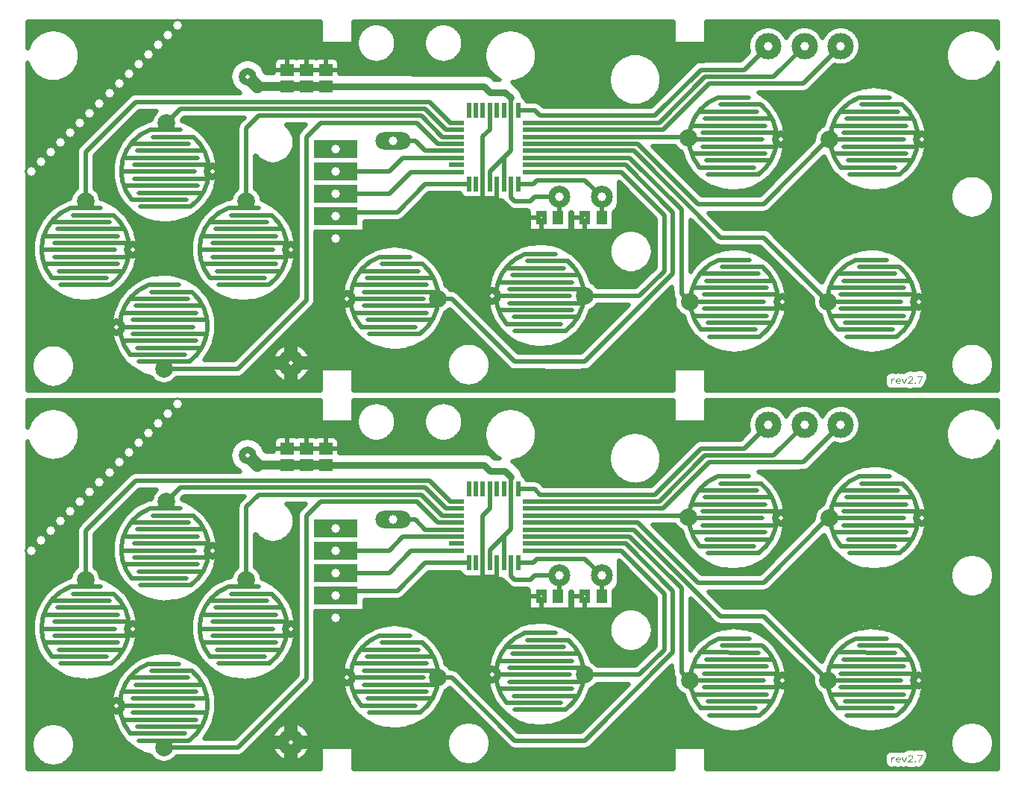
<source format=gtl>
G04 DipTrace 3.3.1.3*
G04 top_dendy_gamepad_Remastered_rev2.7.gtl*
%MOMM*%
G04 #@! TF.FileFunction,Copper,L1,Top*
G04 #@! TF.Part,Single*
%AMOUTLINE0*
4,1,4,
0.75,-0.65,
-0.75,-0.65,
-0.75,0.65,
0.75,0.65,
0.75,-0.65,
0*%
%AMOUTLINE3*
4,1,4,
0.25,-0.85,
-0.25,-0.85,
-0.25,0.85,
0.25,0.85,
0.25,-0.85,
0*%
%AMOUTLINE6*
4,1,4,
-0.85,-0.25,
-0.85,0.25,
0.85,0.25,
0.85,-0.25,
-0.85,-0.25,
0*%
%ADD14C,0.5*%
%ADD15C,1.0*%
%ADD21C,0.3*%
G04 #@! TA.AperFunction,Conductor*
%ADD16C,0.75*%
G04 #@! TA.AperFunction,ViaPad*
%ADD17C,2.0*%
G04 #@! TA.AperFunction,ComponentPad*
%ADD18C,1.5*%
G04 #@! TA.AperFunction,Nonconductor*
%ADD19C,0.11767*%
%ADD24R,1.3X1.5*%
%ADD25C,2.0*%
G04 #@! TA.AperFunction,ComponentPad*
%ADD26C,3.0*%
%ADD27O,4.0X2.0*%
%ADD28R,5.0X2.0*%
%ADD29C,3.0*%
%ADD31C,2.5*%
G04 #@! TA.AperFunction,ViaPad*
%ADD32C,0.7*%
%ADD57OUTLINE0*%
%ADD60OUTLINE3*%
%ADD63OUTLINE6*%
%FSLAX35Y35*%
G04*
G71*
G90*
G75*
G01*
G04 Top*
%LPD*%
X5924657Y3857377D2*
D14*
X5715770D1*
X5477197Y4095950D1*
X4381747D1*
X4222960Y3937163D1*
Y2079610D1*
X3444987Y1301637D1*
X2603540D1*
X5924657Y4097377D2*
X5856810D1*
X5620087Y4334100D1*
X2286010D1*
X1714447Y3762537D1*
Y3206837D1*
X5924657Y3937377D2*
X5762783D1*
X5524827Y4175333D1*
X3683157D1*
X3540263Y4032440D1*
Y3206837D1*
X5924657Y4017377D2*
X5809797D1*
X5572457Y4254717D1*
X2794080D1*
X2635293Y4095930D1*
X6764657Y3777377D2*
X7939120D1*
X8922453Y2794043D1*
X9414630D1*
X10144957Y2063717D1*
X6764657Y3697377D2*
X7892130D1*
X8477907Y3111600D1*
Y2158977D1*
X8573167Y2063717D1*
X5715367Y2095470D2*
X5874133D1*
X6588583Y1381020D1*
X7382417D1*
X8382650Y2381253D1*
Y3079843D1*
X7845117Y3617377D1*
X6764657D1*
Y3537377D2*
X7798103D1*
X8287390Y3048090D1*
Y2413007D1*
X8001607Y2127223D1*
X7382417D1*
X6764657Y3857377D2*
X7986157D1*
X8668450Y3175083D1*
X9414630D1*
X10144957Y3905410D1*
X10160833D1*
X6764657Y3937377D2*
X8525323D1*
X8541413Y3921287D1*
X8557290D1*
X6384657Y3397377D2*
Y3238590D1*
X6224657D1*
Y3397377D1*
X6304657Y4237377D2*
Y4018400D1*
X6224657Y3938400D1*
Y3397377D1*
X4000690Y4699263D2*
X4222963D1*
X4445237D1*
X6764657Y4097377D2*
X8225327D1*
X8747830Y4619880D1*
X9525770D1*
X9875057Y4969167D1*
X6764657Y4017377D2*
X8272340D1*
X8795460Y4540497D1*
X9859180D1*
X10287850Y4969167D1*
X5924657Y3777377D2*
X5573497D1*
X5461320Y3889553D1*
X5207317D1*
X6624657Y4237377D2*
X6812323D1*
X6874367Y4175333D1*
X8176270D1*
X8700200Y4699263D1*
X9192360D1*
X9462263Y4969167D1*
X5924657Y3537377D2*
X5410823D1*
X5159740Y3286293D1*
X4556373D1*
X5924657Y3697377D2*
X5316797D1*
X5159713Y3540293D1*
X4556373D1*
X6064657Y3397377D2*
X5572480D1*
X5254927Y3079823D1*
X4556373D1*
Y3032293D1*
X7090347Y3254487D2*
X6810860D1*
X6763230Y3206857D1*
X6588563D1*
X6544657Y3250763D1*
Y3397377D1*
X7090347Y3254487D2*
Y3026440D1*
X7080243Y3016337D1*
X7572940Y3254487D2*
X7382420Y3445007D1*
X6842613D1*
X6794983Y3397377D1*
X6624657D1*
X7572940Y3254487D2*
Y3016337D1*
X7572420D1*
X6544657Y4237377D2*
Y3782100D1*
X6464657Y3702100D1*
Y3397377D1*
X6304657D2*
Y3542100D1*
X6464657Y3702100D1*
X4000690Y4509263D2*
D15*
X4222963D1*
D14*
Y4508743D1*
X4191210D1*
X4222963Y4509263D2*
D15*
X4445237D1*
D16*
X6238757D1*
X6302803Y4445217D1*
X6477447D1*
X6544657Y4378007D1*
D14*
Y4237377D1*
X3556140Y4619860D2*
D18*
X3666737Y4509263D1*
D15*
X4000690D1*
D17*
X3556140Y4619860D3*
D32*
X6890240Y3016317D3*
X7382417D3*
X1063046Y5194910D2*
D14*
X4382238D1*
X4762290D2*
X4893931D1*
X5139634D2*
X5656092D1*
X5901704D2*
X8383176D1*
X8763228D2*
X9433449D1*
X9491118D2*
X9846249D1*
X9903918D2*
X10258957D1*
X10316717D2*
X12066561D1*
X1063046Y5145243D2*
X1251105D1*
X1447499D2*
X4382238D1*
X4762290D2*
X4836600D1*
X5196965D2*
X5598671D1*
X5959035D2*
X6442772D1*
X6639165D2*
X8383176D1*
X8763228D2*
X9313957D1*
X9610520D2*
X9726757D1*
X10023319D2*
X10139556D1*
X10436118D2*
X11682108D1*
X11878501D2*
X12066561D1*
X1063046Y5095577D2*
X1157863D1*
X1540741D2*
X4382238D1*
X4762290D2*
X4805520D1*
X5228137D2*
X5567590D1*
X5990207D2*
X6349530D1*
X6732408D2*
X8383176D1*
X8763228D2*
X9268749D1*
X9655819D2*
X9681506D1*
X10068618D2*
X10094348D1*
X10481418D2*
X11588866D1*
X11971743D2*
X12066561D1*
X1063046Y5045910D2*
X1107915D1*
X1590689D2*
X4382238D1*
X4762290D2*
X4789296D1*
X5244270D2*
X5551366D1*
X6006340D2*
X6299582D1*
X6782355D2*
X8383176D1*
X8763228D2*
X9243592D1*
X10506483D2*
X11538918D1*
X12021691D2*
X12066561D1*
X1622772Y4996243D2*
X4391353D1*
X4753176D2*
X4784900D1*
X5248736D2*
X5546900D1*
X6010806D2*
X6267499D1*
X6814439D2*
X8392290D1*
X8754022D2*
X9231926D1*
X10518241D2*
X11506743D1*
X1643007Y4946577D2*
X4791392D1*
X5242173D2*
X5553462D1*
X6004335D2*
X6247264D1*
X6834673D2*
X9231379D1*
X10518697D2*
X11486600D1*
X1653762Y4896910D2*
X4809986D1*
X5223579D2*
X5572056D1*
X5985650D2*
X6236509D1*
X6845428D2*
X9240767D1*
X10508033D2*
X11475845D1*
X1656132Y4847243D2*
X4844712D1*
X5188853D2*
X5606783D1*
X5951014D2*
X6234139D1*
X6847798D2*
X7793918D1*
X8114087D2*
X9191092D1*
X10484335D2*
X11473475D1*
X1650207Y4797577D2*
X3455103D1*
X3657147D2*
X3851314D1*
X4594673D2*
X4910793D1*
X5122772D2*
X5672954D1*
X5884842D2*
X6240064D1*
X6841874D2*
X7731483D1*
X8176522D2*
X8668007D1*
X10441496D2*
X11479400D1*
X1635533Y4747910D2*
X3394947D1*
X3717395D2*
X3843658D1*
X4602238D2*
X6254738D1*
X6827199D2*
X7692746D1*
X8215259D2*
X8599556D1*
X10343605D2*
X11494074D1*
X1610559Y4698243D2*
X3364960D1*
X3747290D2*
X3843658D1*
X4602238D2*
X6279712D1*
X6802316D2*
X7667772D1*
X8240142D2*
X8549973D1*
X10166145D2*
X11518957D1*
X12041561D2*
X12066561D1*
X1063046Y4648577D2*
X1126691D1*
X1571913D2*
X3351197D1*
X6250975D2*
X6318358D1*
X6763579D2*
X7653098D1*
X8254908D2*
X8500298D1*
X10116470D2*
X11557694D1*
X12002915D2*
X12066561D1*
X1063046Y4598910D2*
X1189126D1*
X1509478D2*
X3350194D1*
X6351418D2*
X6380793D1*
X6701145D2*
X7647173D1*
X8260832D2*
X8450624D1*
X10066887D2*
X11620129D1*
X11940480D2*
X12066561D1*
X1063046Y4549243D2*
X3361861D1*
X6575363D2*
X7649452D1*
X8258462D2*
X8400949D1*
X10017212D2*
X12066561D1*
X1063046Y4499577D2*
X3388840D1*
X6625402D2*
X7660207D1*
X8247707D2*
X8351275D1*
X9967538D2*
X10535767D1*
X10801887D2*
X12066561D1*
X1063046Y4449910D2*
X3441978D1*
X6669243D2*
X7680441D1*
X8227473D2*
X8301600D1*
X9911027D2*
X10391939D1*
X10939152D2*
X12066561D1*
X1063046Y4400243D2*
X2202941D1*
X6687382D2*
X7712525D1*
X8195480D2*
X8251926D1*
X9421027D2*
X10311548D1*
X11024556D2*
X12066561D1*
X1063046Y4350577D2*
X2153267D1*
X6726301D2*
X7762473D1*
X8145533D2*
X8202251D1*
X9477447D2*
X10250845D1*
X11080975D2*
X12066561D1*
X1063046Y4300910D2*
X2103592D1*
X6898020D2*
X7855533D1*
X8052382D2*
X8152577D1*
X9527121D2*
X10203996D1*
X11130650D2*
X12066561D1*
X1063046Y4251243D2*
X2053918D1*
X9563124D2*
X10166444D1*
X11166743D2*
X12066561D1*
X1063046Y4201577D2*
X2004243D1*
X2302720D2*
X2488319D1*
X9595845D2*
X10136001D1*
X11199374D2*
X12066561D1*
X1063046Y4151910D2*
X1954569D1*
X2253046D2*
X2462342D1*
X2840480D2*
X3510520D1*
X9617993D2*
X10111665D1*
X11221522D2*
X12066561D1*
X1063046Y4102243D2*
X1904895D1*
X2203371D2*
X2381132D1*
X2854243D2*
X3460845D1*
X9639777D2*
X10092980D1*
X11243397D2*
X12066561D1*
X1063046Y4052577D2*
X1855220D1*
X2153697D2*
X2286978D1*
X2945480D2*
X3435233D1*
X4022095D2*
X4189100D1*
X9651353D2*
X10057525D1*
X11254973D2*
X12066561D1*
X1063046Y4002910D2*
X1805546D1*
X2104113D2*
X2221626D1*
X3012108D2*
X3433228D1*
X4061379D2*
X4139973D1*
X9661926D2*
X10008124D1*
X11265454D2*
X12066561D1*
X1063046Y3953243D2*
X1755871D1*
X2054439D2*
X2170493D1*
X3066978D2*
X3433228D1*
X4084348D2*
X4117277D1*
X9667668D2*
X9985428D1*
X11271197D2*
X12066561D1*
X1063046Y3903577D2*
X1706197D1*
X2004764D2*
X2129751D1*
X3104530D2*
X3433228D1*
X9667668D2*
X9978866D1*
X11271197D2*
X12066561D1*
X1063046Y3853910D2*
X1656613D1*
X1955090D2*
X2096939D1*
X3140533D2*
X3433228D1*
X9667395D2*
X9944230D1*
X11270923D2*
X12066561D1*
X1063046Y3804243D2*
X1616327D1*
X1905415D2*
X2070780D1*
X3164230D2*
X3433228D1*
X4087447D2*
X4116001D1*
X8188553D2*
X8419543D1*
X9657824D2*
X9894556D1*
X11261353D2*
X12066561D1*
X1063046Y3754577D2*
X1607486D1*
X1855741D2*
X2050090D1*
X3186379D2*
X3433228D1*
X4067121D2*
X4116001D1*
X8238228D2*
X8479973D1*
X9647251D2*
X9844882D1*
X11250780D2*
X12066561D1*
X1063046Y3704910D2*
X1607486D1*
X1821470D2*
X2034230D1*
X3201783D2*
X3433228D1*
X4031848D2*
X4116001D1*
X8287902D2*
X8495832D1*
X9631392D2*
X9795207D1*
X11234921D2*
X12066561D1*
X1063046Y3655243D2*
X1607486D1*
X1821470D2*
X2022746D1*
X3212264D2*
X3433228D1*
X3647303D2*
X3714686D1*
X3969230D2*
X4116001D1*
X8337577D2*
X8516522D1*
X9609243D2*
X9745533D1*
X10044009D2*
X10120051D1*
X11212772D2*
X12066561D1*
X1063046Y3605577D2*
X1607486D1*
X1821470D2*
X2015454D1*
X3221561D2*
X3433228D1*
X3647303D2*
X4116001D1*
X8387251D2*
X8542681D1*
X9584999D2*
X9695858D1*
X9994335D2*
X10146210D1*
X11188618D2*
X12066561D1*
X1063046Y3555910D2*
X1607486D1*
X1821470D2*
X2012811D1*
X3221743D2*
X3433228D1*
X3647303D2*
X4116001D1*
X8436835D2*
X8575402D1*
X9548996D2*
X9646184D1*
X9944751D2*
X10178931D1*
X11152525D2*
X12066561D1*
X1063046Y3506243D2*
X1607486D1*
X1821470D2*
X2014452D1*
X3221743D2*
X3433228D1*
X3647303D2*
X4116001D1*
X8486509D2*
X8618150D1*
X9510806D2*
X9596509D1*
X9895077D2*
X10221678D1*
X11114335D2*
X12066561D1*
X1063046Y3456577D2*
X1607486D1*
X1821470D2*
X2020012D1*
X3215546D2*
X3433228D1*
X3647303D2*
X4116001D1*
X8536184D2*
X8674842D1*
X9455754D2*
X9546835D1*
X9845402D2*
X10278371D1*
X11059283D2*
X11627512D1*
X11933007D2*
X12066561D1*
X1063046Y3406910D2*
X1607486D1*
X1821470D2*
X2029582D1*
X3205064D2*
X3433228D1*
X3647303D2*
X4116001D1*
X8585858D2*
X8742746D1*
X9387850D2*
X9497251D1*
X9795728D2*
X10346275D1*
X10991379D2*
X11576743D1*
X11983866D2*
X12066561D1*
X1063046Y3357243D2*
X1607486D1*
X1821470D2*
X2043527D1*
X3193124D2*
X3433228D1*
X3647303D2*
X4116001D1*
X7773202D2*
X7829009D1*
X8635533D2*
X8838632D1*
X9291874D2*
X9447577D1*
X9746053D2*
X10442251D1*
X10895402D2*
X11547030D1*
X12013579D2*
X12066561D1*
X1063046Y3307577D2*
X1563918D1*
X1864947D2*
X2062121D1*
X3171158D2*
X3389751D1*
X3690780D2*
X4116001D1*
X7773202D2*
X7878684D1*
X8685207D2*
X9397902D1*
X9696379D2*
X11530624D1*
X12029895D2*
X12066561D1*
X1063046Y3257910D2*
X1539947D1*
X1888918D2*
X2086184D1*
X3149009D2*
X3365780D1*
X3714751D2*
X4116001D1*
X5582238D2*
X5980207D1*
X7779947D2*
X7928358D1*
X9646704D2*
X11524973D1*
X12035637D2*
X12066561D1*
X1063046Y3208243D2*
X1464842D1*
X1961288D2*
X2116535D1*
X3115741D2*
X3258866D1*
X3755402D2*
X4116001D1*
X5532564D2*
X6446965D1*
X7774569D2*
X7977941D1*
X9597030D2*
X11529257D1*
X12031353D2*
X12066561D1*
X1063046Y3158577D2*
X1375064D1*
X2048970D2*
X2154087D1*
X3079647D2*
X3169087D1*
X3842993D2*
X4116001D1*
X5482889D2*
X6487616D1*
X7771835D2*
X8027616D1*
X9547355D2*
X11544022D1*
X12016496D2*
X12066561D1*
X1063046Y3108910D2*
X1310988D1*
X2112590D2*
X2209413D1*
X3029243D2*
X3105012D1*
X3906613D2*
X4116001D1*
X5433306D2*
X6555064D1*
X7748137D2*
X8077290D1*
X9497681D2*
X11571639D1*
X11988970D2*
X12066561D1*
X1063046Y3059243D2*
X1260858D1*
X2166548D2*
X2266652D1*
X2972004D2*
X3054882D1*
X3960663D2*
X4116001D1*
X5383632D2*
X6743280D1*
X7719426D2*
X8126965D1*
X8806522D2*
X11618579D1*
X11941939D2*
X12066561D1*
X1063046Y3009577D2*
X1220936D1*
X2203098D2*
X2352512D1*
X2886145D2*
X3015051D1*
X3997212D2*
X4116001D1*
X5333957D2*
X6743280D1*
X7719426D2*
X8176639D1*
X8856197D2*
X11723488D1*
X11837121D2*
X12066561D1*
X1063046Y2959910D2*
X1188944D1*
X2238645D2*
X2496978D1*
X2741770D2*
X2983059D1*
X4032668D2*
X4116001D1*
X4888345D2*
X6743280D1*
X7719426D2*
X8180376D1*
X8905871D2*
X12066561D1*
X1063046Y2910243D2*
X1163332D1*
X2261431D2*
X2957447D1*
X4055546D2*
X4116001D1*
X4888345D2*
X6743280D1*
X7719426D2*
X8180376D1*
X8584947D2*
X8656978D1*
X8955546D2*
X12066561D1*
X1063046Y2860577D2*
X1143280D1*
X2283579D2*
X2937303D1*
X4077603D2*
X4116001D1*
X4888345D2*
X7792277D1*
X8020572D2*
X8180376D1*
X8584947D2*
X8706652D1*
X9497316D2*
X12066561D1*
X1063046Y2810910D2*
X1127967D1*
X2297798D2*
X2921991D1*
X4329986D2*
X7723007D1*
X8089751D2*
X8180376D1*
X8584947D2*
X8756327D1*
X9546991D2*
X12066561D1*
X1063046Y2761243D2*
X1117030D1*
X2308371D2*
X2911053D1*
X4329986D2*
X7685090D1*
X8127759D2*
X8180376D1*
X8584947D2*
X8806001D1*
X9596665D2*
X12066561D1*
X1063046Y2711577D2*
X1110194D1*
X2316757D2*
X2904217D1*
X4329986D2*
X6710194D1*
X7038384D2*
X7662941D1*
X8149816D2*
X8180376D1*
X8584947D2*
X8857408D1*
X9646340D2*
X12066561D1*
X1063046Y2661910D2*
X1107642D1*
X2316757D2*
X2901665D1*
X4329986D2*
X5003853D1*
X5442329D2*
X6586874D1*
X7161704D2*
X7652460D1*
X8584947D2*
X8977173D1*
X9185142D2*
X9397538D1*
X9696014D2*
X10533124D1*
X10741001D2*
X12066561D1*
X1063046Y2612243D2*
X1109647D1*
X2316757D2*
X2903762D1*
X4329986D2*
X4904686D1*
X5541496D2*
X6506392D1*
X7248202D2*
X7652095D1*
X8584947D2*
X8812017D1*
X9344556D2*
X9447212D1*
X9745689D2*
X10367876D1*
X10900507D2*
X12066561D1*
X1063046Y2562577D2*
X1115754D1*
X2309556D2*
X2909777D1*
X4329986D2*
X4835324D1*
X5619973D2*
X6451249D1*
X7305168D2*
X7661848D1*
X8150910D2*
X8180376D1*
X8584947D2*
X8729621D1*
X9430598D2*
X9496887D1*
X9795363D2*
X10285480D1*
X10986457D2*
X12066561D1*
X1063046Y2512910D2*
X1125871D1*
X2298983D2*
X2919895D1*
X4329986D2*
X4780181D1*
X5670194D2*
X6405402D1*
X7348827D2*
X7682993D1*
X8129764D2*
X8180376D1*
X8584947D2*
X8667824D1*
X9488840D2*
X9546470D1*
X9845038D2*
X10223684D1*
X11044790D2*
X12066561D1*
X1063046Y2463243D2*
X1140272D1*
X2286040D2*
X2934387D1*
X4080155D2*
X4116001D1*
X4329986D2*
X4741171D1*
X5710480D2*
X6369309D1*
X7384009D2*
X7719543D1*
X8093215D2*
X8180376D1*
X8584947D2*
X8619699D1*
X9540064D2*
X9596145D1*
X9894712D2*
X10175559D1*
X11095923D2*
X12066561D1*
X1063046Y2413577D2*
X1159504D1*
X2263983D2*
X2953527D1*
X4058007D2*
X4116001D1*
X4329986D2*
X4705077D1*
X5743020D2*
X6339322D1*
X7412264D2*
X7785168D1*
X8027590D2*
X8138723D1*
X9576158D2*
X9645819D1*
X9944387D2*
X10137277D1*
X11132017D2*
X12066561D1*
X1063046Y2363910D2*
X1184022D1*
X2241743D2*
X2444387D1*
X2762551D2*
X2978137D1*
X4035767D2*
X4116001D1*
X4329986D2*
X4680194D1*
X5769270D2*
X6317264D1*
X7434504D2*
X8089048D1*
X9609882D2*
X9695493D1*
X9993970D2*
X10106379D1*
X11165832D2*
X12066561D1*
X1063046Y2314243D2*
X1214921D1*
X2207199D2*
X2318879D1*
X2888059D2*
X3008944D1*
X4001314D2*
X4116001D1*
X4329986D2*
X4658046D1*
X5790142D2*
X6296757D1*
X7451822D2*
X8039374D1*
X9632030D2*
X9745168D1*
X10043645D2*
X10081861D1*
X11187980D2*
X12066561D1*
X1063046Y2264577D2*
X1253293D1*
X2171105D2*
X2237395D1*
X2974556D2*
X3047408D1*
X3965220D2*
X4116001D1*
X4329986D2*
X4641639D1*
X5806092D2*
X6286092D1*
X7499035D2*
X7989699D1*
X9654087D2*
X9794842D1*
X11210038D2*
X12066561D1*
X1063046Y2214910D2*
X1309895D1*
X2118788D2*
X2182251D1*
X3032707D2*
X3104009D1*
X3912902D2*
X4116001D1*
X4329986D2*
X4631066D1*
X5851027D2*
X6275520D1*
X9666392D2*
X9844517D1*
X11222342D2*
X12066561D1*
X1063046Y2165243D2*
X1370051D1*
X2058723D2*
X2135676D1*
X3076730D2*
X3164074D1*
X3852837D2*
X4116001D1*
X4329986D2*
X4621223D1*
X5953566D2*
X6271965D1*
X8315884D2*
X8370871D1*
X9676965D2*
X9894191D1*
X11232915D2*
X12066561D1*
X1063046Y2115577D2*
X1456001D1*
X1972681D2*
X2099582D1*
X3112095D2*
X3250116D1*
X3766796D2*
X4109712D1*
X4329986D2*
X4620767D1*
X6003241D2*
X6271965D1*
X8266210D2*
X8380624D1*
X9683527D2*
X9943866D1*
X11239387D2*
X12066561D1*
X1063046Y2065910D2*
X1638202D1*
X1790480D2*
X2069230D1*
X3140533D2*
X3432316D1*
X3584595D2*
X4060038D1*
X4329074D2*
X4620767D1*
X6052915D2*
X6273332D1*
X8216535D2*
X8391197D1*
X9683527D2*
X9963007D1*
X11239387D2*
X12066561D1*
X1063046Y2016243D2*
X2047173D1*
X3162954D2*
X4010363D1*
X4307928D2*
X4625962D1*
X6102590D2*
X6283814D1*
X7525285D2*
X7868384D1*
X8166861D2*
X8397668D1*
X9683436D2*
X9969478D1*
X11239387D2*
X12066561D1*
X1063046Y1966577D2*
X2026301D1*
X3180637D2*
X3960689D1*
X4259165D2*
X4636535D1*
X6152264D2*
X6294387D1*
X7461757D2*
X7818710D1*
X8117186D2*
X8420181D1*
X9674504D2*
X9991991D1*
X11230454D2*
X12066561D1*
X1063046Y1916910D2*
X2015637D1*
X3193033D2*
X3911014D1*
X4209491D2*
X4647746D1*
X5798527D2*
X5903462D1*
X6201939D2*
X6312525D1*
X7436053D2*
X7769035D1*
X8067512D2*
X8469309D1*
X9663931D2*
X10041118D1*
X11219882D2*
X12066561D1*
X1063046Y1867243D2*
X2005064D1*
X3201874D2*
X3861340D1*
X4159816D2*
X4669348D1*
X5776835D2*
X5953137D1*
X6251613D2*
X6334673D1*
X7413905D2*
X7719361D1*
X8017928D2*
X8510233D1*
X9649074D2*
X10066092D1*
X11204934D2*
X12066561D1*
X1063046Y1817577D2*
X2001145D1*
X3206249D2*
X3811665D1*
X4110142D2*
X4691496D1*
X5754777D2*
X6002811D1*
X6301288D2*
X6361652D1*
X7386926D2*
X7669686D1*
X7968254D2*
X8530376D1*
X9626926D2*
X10086327D1*
X11182876D2*
X12066561D1*
X1063046Y1767910D2*
X2001145D1*
X3206704D2*
X3761991D1*
X4060467D2*
X4723488D1*
X5722785D2*
X6052486D1*
X6350962D2*
X6397746D1*
X7350832D2*
X7620012D1*
X7918579D2*
X8556079D1*
X9603592D2*
X10112030D1*
X11159543D2*
X12066561D1*
X1063046Y1718243D2*
X2002329D1*
X3204608D2*
X3712316D1*
X4010884D2*
X4759582D1*
X5686691D2*
X6102069D1*
X6400637D2*
X6439582D1*
X7308996D2*
X7570428D1*
X7868905D2*
X8588163D1*
X9567772D2*
X10144113D1*
X11123723D2*
X12066561D1*
X1063046Y1668577D2*
X2012720D1*
X3194217D2*
X3662642D1*
X3961210D2*
X4808254D1*
X5637928D2*
X6151743D1*
X6450311D2*
X6494725D1*
X7253853D2*
X7520754D1*
X7819230D2*
X8628996D1*
X9530676D2*
X10184947D1*
X11086626D2*
X12066561D1*
X1063046Y1618910D2*
X2023202D1*
X3183736D2*
X3612967D1*
X3911535D2*
X4864035D1*
X5582238D2*
X6201418D1*
X6499986D2*
X6568736D1*
X7179842D2*
X7471079D1*
X7769556D2*
X8686236D1*
X9476079D2*
X10242095D1*
X11032030D2*
X12066561D1*
X1063046Y1569243D2*
X1260402D1*
X1438202D2*
X2040975D1*
X3165962D2*
X3563384D1*
X3861861D2*
X3943918D1*
X4152707D2*
X4948618D1*
X5497655D2*
X5940194D1*
X6189178D2*
X6251092D1*
X6549569D2*
X6677928D1*
X7070741D2*
X7421405D1*
X7719882D2*
X8751587D1*
X9410728D2*
X10307538D1*
X10966587D2*
X11655767D1*
X11904751D2*
X12066561D1*
X1063046Y1519577D2*
X1176913D1*
X1521600D2*
X2063124D1*
X3143814D2*
X3513710D1*
X3812186D2*
X3876926D1*
X4219699D2*
X5081874D1*
X5364400D2*
X5876210D1*
X6253163D2*
X6300767D1*
X6599243D2*
X7371730D1*
X7670207D2*
X8842186D1*
X9320129D2*
X10398046D1*
X10876079D2*
X11591783D1*
X11968736D2*
X12066561D1*
X1063046Y1469910D2*
X1134439D1*
X1564074D2*
X2089647D1*
X3117290D2*
X3464035D1*
X3762512D2*
X3841926D1*
X4254699D2*
X5840298D1*
X6289074D2*
X6350441D1*
X7620533D2*
X11555871D1*
X12004647D2*
X12066561D1*
X1063046Y1420243D2*
X1109465D1*
X1589048D2*
X2125741D1*
X3081197D2*
X3414361D1*
X3712837D2*
X3823059D1*
X4273566D2*
X5819608D1*
X6309764D2*
X6400116D1*
X7570858D2*
X11535181D1*
X12025337D2*
X12066561D1*
X1063046Y1370577D2*
X1096662D1*
X1601809D2*
X2166939D1*
X3663163D2*
X3816405D1*
X4280220D2*
X5810220D1*
X6319152D2*
X6449790D1*
X7521184D2*
X11525793D1*
X12034725D2*
X12066561D1*
X1063046Y1320910D2*
X1094294D1*
X1604270D2*
X2222082D1*
X3613488D2*
X3820689D1*
X4275936D2*
X5810949D1*
X6318423D2*
X6499465D1*
X7471600D2*
X11526522D1*
X12033996D2*
X12066561D1*
X1063046Y1271243D2*
X1101809D1*
X1596796D2*
X2295090D1*
X3563814D2*
X3836639D1*
X4259986D2*
X4382238D1*
X4762290D2*
X5821796D1*
X6307577D2*
X8383176D1*
X8763228D2*
X10871457D1*
X10902339D2*
X11000884D1*
X11270832D2*
X11537368D1*
X12023150D2*
X12066561D1*
X1063046Y1221577D2*
X1120311D1*
X1578293D2*
X2402095D1*
X3513228D2*
X3867538D1*
X4229178D2*
X4382238D1*
X4762290D2*
X5844400D1*
X6284973D2*
X8383176D1*
X8763228D2*
X10783410D1*
X11292525D2*
X11559973D1*
X12000546D2*
X12066561D1*
X1063046Y1171910D2*
X1153033D1*
X1545572D2*
X2478111D1*
X2728918D2*
X3924230D1*
X4172395D2*
X4382238D1*
X4762290D2*
X5883046D1*
X6246327D2*
X8383176D1*
X8763228D2*
X10777212D1*
X11280493D2*
X11598618D1*
X11961900D2*
X12066561D1*
X1063046Y1122243D2*
X1209816D1*
X1488788D2*
X4382238D1*
X4762290D2*
X5954230D1*
X6175142D2*
X8383176D1*
X8763228D2*
X10779126D1*
X11256796D2*
X11669803D1*
X11890715D2*
X12066561D1*
X1063046Y1072577D2*
X4382238D1*
X4762290D2*
X8383176D1*
X8763228D2*
X10812668D1*
X11220884D2*
X12066561D1*
X3848690Y4661261D2*
X3849302Y4773953D1*
X3852313Y4787605D1*
X3857743Y4800489D1*
X3865414Y4812177D1*
X3875071Y4822287D1*
X3886397Y4830483D1*
X3899018Y4836496D1*
X3912519Y4840129D1*
X3925690Y4841263D1*
X4080735Y4841098D1*
X4094545Y4838919D1*
X4107750Y4834271D1*
X4112752Y4832741D1*
X4125715Y4837979D1*
X4139411Y4840787D1*
X4161963Y4841264D1*
X4303008Y4841098D1*
X4316818Y4838920D1*
X4330023Y4834272D1*
X4335026Y4832741D1*
X4347989Y4837979D1*
X4361685Y4840787D1*
X4384237Y4841263D1*
X4525282Y4841098D1*
X4539091Y4838919D1*
X4552280Y4834279D1*
X4564412Y4827331D1*
X4575087Y4818304D1*
X4583955Y4807495D1*
X4590722Y4795261D1*
X4595165Y4782006D1*
X4597138Y4768165D1*
X4597237Y4648782D1*
X6249702Y4648334D1*
X6271322Y4644909D1*
X6292141Y4638145D1*
X6311645Y4628207D1*
X6329355Y4615340D1*
X6360536Y4584767D1*
X6412452Y4584717D1*
X6392160Y4595206D1*
X6372321Y4607477D1*
X6353488Y4621242D1*
X6335774Y4636421D1*
X6319284Y4652921D1*
X6304117Y4670645D1*
X6290363Y4689487D1*
X6278105Y4709334D1*
X6267415Y4730068D1*
X6258357Y4751565D1*
X6250986Y4773697D1*
X6245344Y4796332D1*
X6241467Y4819335D1*
X6239377Y4842569D1*
X6239087Y4865895D1*
X6240598Y4889173D1*
X6243901Y4912266D1*
X6248976Y4935034D1*
X6255794Y4957343D1*
X6264314Y4979060D1*
X6274484Y5000053D1*
X6286244Y5020200D1*
X6299524Y5039378D1*
X6314245Y5057474D1*
X6330319Y5074380D1*
X6347650Y5089995D1*
X6366134Y5104225D1*
X6385662Y5116986D1*
X6406116Y5128202D1*
X6427375Y5137806D1*
X6449311Y5145740D1*
X6471795Y5151958D1*
X6494692Y5156421D1*
X6517865Y5159104D1*
X6541175Y5159990D1*
X6564485Y5159074D1*
X6587654Y5156362D1*
X6610545Y5151870D1*
X6633021Y5145624D1*
X6654947Y5137662D1*
X6676194Y5128031D1*
X6696634Y5116789D1*
X6716145Y5104003D1*
X6734611Y5089749D1*
X6751922Y5074112D1*
X6767975Y5057186D1*
X6782673Y5039071D1*
X6795928Y5019876D1*
X6807663Y4999715D1*
X6817807Y4978708D1*
X6826299Y4956981D1*
X6833088Y4934663D1*
X6838135Y4911888D1*
X6841408Y4888792D1*
X6842983Y4857990D1*
X6842082Y4834680D1*
X6839385Y4811509D1*
X6834907Y4788615D1*
X6828675Y4766135D1*
X6820727Y4744204D1*
X6811110Y4722951D1*
X6799881Y4702504D1*
X6787107Y4682984D1*
X6772865Y4664509D1*
X6757239Y4647188D1*
X6740323Y4631125D1*
X6722218Y4616416D1*
X6703031Y4603148D1*
X6682877Y4591400D1*
X6661877Y4581243D1*
X6640156Y4572738D1*
X6617842Y4565934D1*
X6595070Y4560873D1*
X6560973Y4556877D1*
X6576088Y4543858D1*
X6650734Y4468605D1*
X6663600Y4450895D1*
X6673538Y4431391D1*
X6680303Y4410572D1*
X6683420Y4391544D1*
X6694916Y4384671D1*
X6704104Y4376824D1*
X6711951Y4367636D1*
X6718264Y4357334D1*
X6722888Y4346171D1*
X6724534Y4340329D1*
X6764657Y4339377D1*
X6820326Y4339063D1*
X6836135Y4336559D1*
X6851357Y4331613D1*
X6865618Y4324346D1*
X6878567Y4314938D1*
X6916609Y4277341D1*
X8134093Y4277334D1*
X8633956Y4776825D1*
X8646905Y4786233D1*
X8661166Y4793499D1*
X8676389Y4798445D1*
X8692197Y4800949D1*
X8793533Y4801263D1*
X9150187D1*
X9246750Y4897903D1*
X9241535Y4916175D1*
X9238058Y4933656D1*
X9235963Y4951356D1*
X9235263Y4969167D1*
X9235963Y4986977D1*
X9238058Y5004677D1*
X9241535Y5022159D1*
X9246374Y5039314D1*
X9252543Y5056036D1*
X9260005Y5072223D1*
X9268714Y5087774D1*
X9278616Y5102594D1*
X9289651Y5116591D1*
X9301750Y5129680D1*
X9314839Y5141779D1*
X9328836Y5152814D1*
X9343656Y5162716D1*
X9359207Y5171425D1*
X9375394Y5178887D1*
X9392116Y5185056D1*
X9409271Y5189895D1*
X9426753Y5193372D1*
X9444453Y5195467D1*
X9462263Y5196167D1*
X9480074Y5195467D1*
X9497774Y5193372D1*
X9515255Y5189895D1*
X9532410Y5185056D1*
X9549132Y5178887D1*
X9565319Y5171425D1*
X9580871Y5162716D1*
X9595691Y5152814D1*
X9609688Y5141779D1*
X9622777Y5129680D1*
X9634875Y5116591D1*
X9645910Y5102594D1*
X9655813Y5087774D1*
X9668574Y5063434D1*
X9681507Y5087774D1*
X9691410Y5102594D1*
X9702445Y5116591D1*
X9714543Y5129680D1*
X9727632Y5141779D1*
X9741629Y5152814D1*
X9756449Y5162716D1*
X9772001Y5171425D1*
X9788188Y5178887D1*
X9804910Y5185056D1*
X9822065Y5189895D1*
X9839546Y5193372D1*
X9857246Y5195467D1*
X9875057Y5196167D1*
X9892867Y5195467D1*
X9910567Y5193372D1*
X9928049Y5189895D1*
X9945204Y5185056D1*
X9961926Y5178887D1*
X9978113Y5171425D1*
X9993664Y5162716D1*
X10008484Y5152814D1*
X10022481Y5141779D1*
X10035570Y5129680D1*
X10047669Y5116591D1*
X10058704Y5102594D1*
X10068606Y5087774D1*
X10081367Y5063434D1*
X10094301Y5087774D1*
X10104203Y5102594D1*
X10115238Y5116591D1*
X10127337Y5129680D1*
X10140425Y5141779D1*
X10154423Y5152814D1*
X10169243Y5162716D1*
X10184794Y5171425D1*
X10200981Y5178887D1*
X10217703Y5185056D1*
X10234858Y5189895D1*
X10252339Y5193372D1*
X10270040Y5195467D1*
X10287850Y5196167D1*
X10305660Y5195467D1*
X10323361Y5193372D1*
X10340842Y5189895D1*
X10357997Y5185056D1*
X10374719Y5178887D1*
X10390906Y5171425D1*
X10406457Y5162716D1*
X10421277Y5152814D1*
X10435275Y5141779D1*
X10448363Y5129680D1*
X10460462Y5116591D1*
X10471497Y5102594D1*
X10481399Y5087774D1*
X10490108Y5072223D1*
X10497571Y5056036D1*
X10503740Y5039314D1*
X10508578Y5022159D1*
X10512055Y5004677D1*
X10514150Y4986977D1*
X10514850Y4969167D1*
X10514150Y4951356D1*
X10512055Y4933656D1*
X10508578Y4916175D1*
X10503740Y4899020D1*
X10497571Y4882298D1*
X10490108Y4866111D1*
X10481399Y4850559D1*
X10471497Y4835739D1*
X10460462Y4821742D1*
X10448363Y4808653D1*
X10435275Y4796555D1*
X10421277Y4785520D1*
X10406457Y4775617D1*
X10390906Y4766908D1*
X10374719Y4759446D1*
X10357997Y4753277D1*
X10340842Y4748439D1*
X10323361Y4744961D1*
X10305660Y4742866D1*
X10287850Y4742167D1*
X10270040Y4742866D1*
X10252339Y4744961D1*
X10234858Y4748439D1*
X10216593Y4753687D1*
X9925424Y4462935D1*
X9912475Y4453527D1*
X9898214Y4446261D1*
X9882991Y4441315D1*
X9867183Y4438811D1*
X9765847Y4438496D1*
X9350495D1*
X9413693Y4401809D1*
X9426142Y4392256D1*
X9507636Y4318694D1*
X9517827Y4306762D1*
X9583643Y4215650D1*
X9599223Y4182758D1*
X9634261Y4103725D1*
X9638718Y4088679D1*
X9661409Y3981266D1*
X9662640Y3965622D1*
X9662503Y3855838D1*
X9660455Y3840280D1*
X9637496Y3732923D1*
X9632258Y3718132D1*
X9587479Y3617894D1*
X9579280Y3604515D1*
X9514640Y3515778D1*
X9503838Y3504395D1*
X9422161Y3431037D1*
X9409229Y3422149D1*
X9314084Y3367376D1*
X9299587Y3361371D1*
X9195133Y3327576D1*
X9179704Y3324716D1*
X9070507Y3313377D1*
X9054820Y3313788D1*
X8945652Y3325399D1*
X8930394Y3329063D1*
X8826025Y3363118D1*
X8811862Y3369874D1*
X8716854Y3424885D1*
X8704405Y3434437D1*
X8626262Y3504022D1*
X8613847Y3514124D1*
X8603165Y3526044D1*
X8566697Y3574654D1*
X8535302Y3626685D1*
X8509299Y3681610D1*
X8488950Y3738871D1*
X8483487Y3760335D1*
X8464808Y3770369D1*
X8442338Y3786695D1*
X8422698Y3806334D1*
X8406373Y3828804D1*
X8402685Y3835388D1*
X8152446Y3835377D1*
X8710707Y3277076D1*
X9372369Y3277083D1*
X9984619Y3889322D1*
X9983833Y3905410D1*
X9986012Y3933099D1*
X9992496Y3960106D1*
X10003125Y3985766D1*
X10017637Y4009448D1*
X10035675Y4030568D1*
X10056795Y4048606D1*
X10080477Y4063118D1*
X10087724Y4066459D1*
X10095599Y4095677D1*
X10118103Y4154886D1*
X10145321Y4209219D1*
X10177865Y4260540D1*
X10194107Y4282938D1*
X10206379Y4297481D1*
X10215404Y4308327D1*
X10257559Y4352098D1*
X10303902Y4391407D1*
X10353963Y4425857D1*
X10407234Y4455099D1*
X10462680Y4478675D1*
X10478244Y4482411D1*
X10486228Y4483354D1*
X10501077Y4486954D1*
X10538957Y4499118D1*
X10554386Y4501977D1*
X10666199Y4513419D1*
X10702475Y4510467D1*
X10788438Y4501294D1*
X10803696Y4497631D1*
X10846779Y4483632D1*
X10859393Y4482411D1*
X10874957Y4478675D1*
X10889744Y4472550D1*
X10900348Y4466220D1*
X10915280Y4460476D1*
X11012734Y4404566D1*
X11023648Y4397277D1*
X11107349Y4322327D1*
X11116509Y4312928D1*
X11182798Y4222214D1*
X11189804Y4211116D1*
X11235783Y4108602D1*
X11240329Y4096290D1*
X11263990Y3986456D1*
X11265876Y3973468D1*
X11266184Y3861115D1*
X11265329Y3848019D1*
X11242271Y3738057D1*
X11238711Y3725424D1*
X11193294Y3622660D1*
X11187186Y3611043D1*
X11121396Y3519967D1*
X11113006Y3509874D1*
X11029718Y3434466D1*
X11019413Y3426339D1*
X10922229Y3369874D1*
X10908036Y3363108D1*
X10798677Y3327576D1*
X10783248Y3324716D1*
X10674050Y3313377D1*
X10658364Y3313788D1*
X10549195Y3325400D1*
X10533937Y3329063D1*
X10429568Y3363118D1*
X10415405Y3369874D1*
X10320397Y3424885D1*
X10307948Y3434437D1*
X10233085Y3501845D1*
X10221533Y3510385D1*
X10210196Y3521727D1*
X10170241Y3574654D1*
X10138846Y3626685D1*
X10112842Y3681610D1*
X10100186Y3716286D1*
X9480874Y3097522D1*
X9467925Y3088114D1*
X9453664Y3080848D1*
X9438441Y3075902D1*
X9422633Y3073398D1*
X9321297Y3073083D1*
X8787638D1*
X8964651Y2896095D1*
X9422633Y2895729D1*
X9438441Y2893225D1*
X9453664Y2888279D1*
X9467925Y2881013D1*
X9480874Y2871605D1*
X9552752Y2800172D1*
X10073313Y2279610D1*
X10086350Y2313193D1*
X10113568Y2367526D1*
X10146111Y2418846D1*
X10162354Y2441245D1*
X10174626Y2455788D1*
X10183651Y2466634D1*
X10225806Y2510404D1*
X10272149Y2549714D1*
X10322209Y2584164D1*
X10375481Y2613405D1*
X10430927Y2636981D1*
X10446490Y2640718D1*
X10454475Y2641660D1*
X10469324Y2645261D1*
X10507203Y2657424D1*
X10522632Y2660284D1*
X10634446Y2671726D1*
X10670722Y2668773D1*
X10756685Y2659600D1*
X10771943Y2655937D1*
X10815025Y2641939D1*
X10827640Y2640718D1*
X10843203Y2636981D1*
X10857991Y2630856D1*
X10868594Y2624527D1*
X10883526Y2618782D1*
X10980981Y2562873D1*
X10991895Y2555584D1*
X11075596Y2480634D1*
X11084756Y2471235D1*
X11151044Y2380521D1*
X11158050Y2369423D1*
X11204030Y2266909D1*
X11208575Y2254596D1*
X11232236Y2144763D1*
X11234122Y2131775D1*
X11234431Y2019422D1*
X11233575Y2006325D1*
X11210517Y1896364D1*
X11206957Y1883731D1*
X11161541Y1780966D1*
X11155433Y1769350D1*
X11089643Y1678273D1*
X11081253Y1668181D1*
X10997964Y1592773D1*
X10987659Y1584646D1*
X10890513Y1528202D1*
X10878744Y1522395D1*
X10771985Y1487383D1*
X10759265Y1484149D1*
X10647560Y1472099D1*
X10634446Y1471581D1*
X10522676Y1483018D1*
X10509741Y1485238D1*
X10402791Y1519664D1*
X10390600Y1524524D1*
X10293108Y1580456D1*
X10280153Y1589364D1*
X10201332Y1660151D1*
X10191646Y1667135D1*
X10180062Y1678180D1*
X10142947Y1726309D1*
X10110861Y1777925D1*
X10084128Y1832506D1*
X10063019Y1889499D1*
X10057525Y1909809D1*
X10040919Y1920521D1*
X10019799Y1938559D1*
X10001761Y1959679D1*
X9987249Y1983360D1*
X9976620Y2009021D1*
X9970136Y2036028D1*
X9967957Y2063717D1*
X9970136Y2091406D1*
X9970612Y2093802D1*
X9372326Y2692097D1*
X8914451Y2692358D1*
X8898642Y2694862D1*
X8883420Y2699808D1*
X8869158Y2707074D1*
X8856210Y2716482D1*
X8784332Y2787915D1*
X8579961Y2992285D1*
X8579907Y2403306D1*
X8590198Y2418846D1*
X8606441Y2441245D1*
X8618712Y2455788D1*
X8627737Y2466634D1*
X8669892Y2510405D1*
X8716235Y2549714D1*
X8766296Y2584164D1*
X8817530Y2612492D1*
X8875014Y2636981D1*
X8890577Y2640718D1*
X8898562Y2641660D1*
X8913410Y2645261D1*
X8951290Y2657424D1*
X8966719Y2660284D1*
X9078532Y2671726D1*
X9114808Y2668773D1*
X9200772Y2659601D1*
X9216030Y2655937D1*
X9259112Y2641939D1*
X9271726Y2640718D1*
X9287290Y2636981D1*
X9302077Y2630856D1*
X9312681Y2624527D1*
X9327613Y2618782D1*
X9425068Y2562873D1*
X9435982Y2555584D1*
X9519682Y2480634D1*
X9528843Y2471235D1*
X9595131Y2380521D1*
X9602137Y2369423D1*
X9648117Y2266909D1*
X9652662Y2254596D1*
X9676323Y2144763D1*
X9678209Y2131775D1*
X9678517Y2019422D1*
X9677662Y2006325D1*
X9654604Y1896363D1*
X9651044Y1883731D1*
X9605610Y1780926D1*
X9598105Y1767111D1*
X9530516Y1674085D1*
X9519715Y1662702D1*
X9438037Y1589344D1*
X9425105Y1580456D1*
X9329961Y1525682D1*
X9315463Y1519677D1*
X9211010Y1485883D1*
X9195581Y1483023D1*
X9086384Y1471684D1*
X9070697Y1472094D1*
X8961529Y1483706D1*
X8946270Y1487369D1*
X8841901Y1521425D1*
X8827738Y1528180D1*
X8732731Y1583191D1*
X8720282Y1592744D1*
X8642139Y1662329D1*
X8629724Y1672431D1*
X8619042Y1684350D1*
X8582574Y1732961D1*
X8551179Y1784992D1*
X8525175Y1839916D1*
X8504827Y1897178D1*
X8503905Y1900799D1*
X8480684Y1912799D1*
X8458214Y1929125D1*
X8438575Y1948764D1*
X8422249Y1971234D1*
X8409640Y1995982D1*
X8401057Y2022397D1*
X8396712Y2049829D1*
Y2077604D1*
X8398950Y2094441D1*
X8390937Y2105682D1*
X8383671Y2119943D1*
X8378725Y2135165D1*
X8376221Y2150974D1*
X8375907Y2230344D1*
X7448661Y1303458D1*
X7435712Y1294051D1*
X7421450Y1286784D1*
X7406228Y1281838D1*
X7390420Y1279334D1*
X7289083Y1279020D1*
X6580580Y1279334D1*
X6564772Y1281838D1*
X6549550Y1286784D1*
X6535288Y1294051D1*
X6522340Y1303458D1*
X6450462Y1374892D1*
X5847533Y1977820D1*
X5830319Y1960878D1*
X5807849Y1944553D1*
X5798897Y1939046D1*
X5793014Y1915484D1*
X5747598Y1812720D1*
X5741489Y1801103D1*
X5675699Y1710027D1*
X5667309Y1699934D1*
X5584021Y1624527D1*
X5573716Y1616399D1*
X5476570Y1559956D1*
X5464800Y1554148D1*
X5358041Y1519136D1*
X5345322Y1515903D1*
X5233616Y1503852D1*
X5220502Y1503334D1*
X5108733Y1514772D1*
X5095797Y1516991D1*
X4988848Y1551417D1*
X4976657Y1556278D1*
X4879203Y1612187D1*
X4868288Y1619476D1*
X4784588Y1694426D1*
X4775428Y1703825D1*
X4709139Y1794539D1*
X4702133Y1805637D1*
X4656153Y1908151D1*
X4651608Y1920464D1*
X4627947Y2030297D1*
X4626061Y2043285D1*
X4625753Y2155638D1*
X4626608Y2168735D1*
X4649666Y2278697D1*
X4653226Y2291329D1*
X4698642Y2394094D1*
X4704751Y2405710D1*
X4770566Y2496822D1*
X4780780Y2508775D1*
X4866233Y2585716D1*
X4879165Y2594604D1*
X4974309Y2649378D1*
X4988807Y2655383D1*
X5093260Y2689177D1*
X5108689Y2692037D1*
X5217886Y2703377D1*
X5233573Y2702966D1*
X5342742Y2691354D1*
X5358000Y2687691D1*
X5462369Y2653635D1*
X5476532Y2646880D1*
X5571539Y2591869D1*
X5577975Y2587317D1*
X5590834Y2581191D1*
X5604110Y2572251D1*
X5649100Y2530753D1*
X5689663Y2484919D1*
X5725383Y2435217D1*
X5755893Y2382157D1*
X5780881Y2326284D1*
X5794639Y2286320D1*
X5802091Y2260416D1*
X5804733Y2248212D1*
X5819405Y2238666D1*
X5840525Y2220628D1*
X5858563Y2199508D1*
X5859920Y2197477D1*
X5882136Y2197156D1*
X5897945Y2194652D1*
X5913167Y2189706D1*
X5927428Y2182439D1*
X5940377Y2173032D1*
X6012255Y2101598D1*
X6630780Y1483073D1*
X7340081Y1483020D1*
X7882413Y2025266D1*
X7527010Y2025223D1*
X7517009Y2012271D1*
X7497369Y1992631D1*
X7474899Y1976306D1*
X7450152Y1963697D1*
X7448471Y1963077D1*
X7444188Y1947238D1*
X7398753Y1844433D1*
X7391248Y1830617D1*
X7323660Y1737591D1*
X7312858Y1726209D1*
X7231181Y1652851D1*
X7218249Y1643963D1*
X7123104Y1589189D1*
X7108607Y1583184D1*
X7004153Y1549389D1*
X6988724Y1546530D1*
X6879527Y1535190D1*
X6863840Y1535601D1*
X6754672Y1547213D1*
X6739414Y1550876D1*
X6635045Y1584932D1*
X6620882Y1591687D1*
X6525874Y1646698D1*
X6513425Y1656251D1*
X6431931Y1729813D1*
X6421740Y1741745D1*
X6357321Y1830643D1*
X6349834Y1844433D1*
X6305305Y1944782D1*
X6300849Y1959827D1*
X6278157Y2067241D1*
X6276926Y2082885D1*
X6277063Y2192669D1*
X6279111Y2208227D1*
X6302071Y2315583D1*
X6307309Y2330375D1*
X6352087Y2430613D1*
X6360286Y2443992D1*
X6424927Y2532729D1*
X6435728Y2544111D1*
X6517406Y2617470D1*
X6530338Y2626358D1*
X6625482Y2681131D1*
X6639980Y2687136D1*
X6744433Y2720931D1*
X6759862Y2723791D1*
X6871676Y2735233D1*
X6907952Y2732280D1*
X6993915Y2723107D1*
X7009173Y2719444D1*
X7113542Y2685388D1*
X7127705Y2678633D1*
X7222713Y2623622D1*
X7229149Y2619071D1*
X7242007Y2612944D1*
X7255283Y2604004D1*
X7300273Y2562507D1*
X7340837Y2516672D1*
X7376556Y2466970D1*
X7407067Y2413911D1*
X7432054Y2358038D1*
X7445813Y2318073D1*
X7453939Y2289051D1*
X7474899Y2278141D1*
X7497369Y2261815D1*
X7517009Y2242176D1*
X7526970Y2229230D1*
X7959279Y2229224D1*
X8185412Y2455279D1*
X8185390Y3005910D1*
X7768176Y3423053D1*
X7768197Y3306192D1*
X7772453Y3286086D1*
X7774317Y3270335D1*
X7774940Y3254487D1*
X7774317Y3238638D1*
X7772453Y3222887D1*
X7768198Y3203216D1*
X7767889Y3167257D1*
X7765434Y3151759D1*
X7760585Y3136835D1*
X7753461Y3122853D1*
X7744237Y3110158D1*
X7733142Y3099063D1*
X7720420Y3089824D1*
X7714421Y3075003D1*
Y2864336D1*
X7240421D1*
Y3075120D1*
X7222244Y3075003D1*
Y2864336D1*
X6748244D1*
Y3086714D1*
X6736205Y3094201D1*
X6724252Y3104415D1*
X6669897Y3104856D1*
X6580560Y3105171D1*
X6564752Y3107675D1*
X6549530Y3112621D1*
X6535268Y3119887D1*
X6522319Y3129295D1*
X6472532Y3178638D1*
X6462137Y3190809D1*
X6453761Y3204485D1*
X6442990Y3210376D1*
X6423700Y3211632D1*
X6408137Y3215369D1*
X6393349Y3221494D1*
X6386336Y3225424D1*
X6382952Y3225407D1*
X6368690Y3218141D1*
X6353468Y3213195D1*
X6337660Y3210691D1*
X6279657Y3210377D1*
X6263700Y3211632D1*
X6248137Y3215369D1*
X6233350Y3221494D1*
X6219703Y3229857D1*
X6212323Y3235376D1*
X6189968Y3235988D1*
X6181702Y3236324D1*
X6169633Y3235377D1*
X6113615Y3235614D1*
X6101702Y3236325D1*
X6089633Y3235377D1*
X6033615Y3235614D1*
X6021681Y3237504D1*
X6010190Y3241238D1*
X5999424Y3246723D1*
X5989649Y3253825D1*
X5981105Y3262369D1*
X5974003Y3272144D1*
X5968518Y3282910D1*
X5964779Y3294425D1*
X5924657Y3295376D1*
X5614670D1*
X5321171Y3002262D1*
X5308222Y2992854D1*
X5293960Y2985587D1*
X5278738Y2980641D1*
X5262930Y2978138D1*
X5161593Y2977823D1*
X4883325D1*
X4883373Y2855293D1*
X4324923D1*
X4324646Y2071607D1*
X4322142Y2055799D1*
X4317196Y2040576D1*
X4309929Y2026315D1*
X4300521Y2013366D1*
X4229088Y1941488D1*
X3511230Y1224075D1*
X3498282Y1214667D1*
X3484020Y1207401D1*
X3468798Y1202455D1*
X3452990Y1199951D1*
X3351653Y1199637D1*
X2748177D1*
X2738132Y1186684D1*
X2718492Y1167045D1*
X2696022Y1150719D1*
X2671275Y1138110D1*
X2644860Y1129527D1*
X2617427Y1125182D1*
X2589653D1*
X2562220Y1129527D1*
X2535805Y1138110D1*
X2511058Y1150719D1*
X2488588Y1167045D1*
X2468948Y1186684D1*
X2454644Y1206130D1*
X2364221Y1235645D1*
X2350058Y1242401D1*
X2255051Y1297411D1*
X2242602Y1306964D1*
X2161108Y1380526D1*
X2150917Y1392458D1*
X2086498Y1481356D1*
X2079010Y1495146D1*
X2034482Y1595495D1*
X2030025Y1610541D1*
X2007334Y1717954D1*
X2006103Y1733598D1*
X2006240Y1843382D1*
X2008288Y1858940D1*
X2031248Y1966297D1*
X2036486Y1981089D1*
X2081264Y2081326D1*
X2089463Y2094705D1*
X2154104Y2183442D1*
X2164905Y2194825D1*
X2246582Y2268183D1*
X2259515Y2277071D1*
X2354659Y2331844D1*
X2369157Y2337849D1*
X2473610Y2371644D1*
X2489039Y2374504D1*
X2600852Y2385946D1*
X2637128Y2382993D1*
X2723091Y2373820D1*
X2738350Y2370157D1*
X2842719Y2336102D1*
X2856882Y2329346D1*
X2951889Y2274335D1*
X2958325Y2269784D1*
X2971184Y2263658D1*
X2984460Y2254718D1*
X3027769Y2214822D1*
X3050343Y2189863D1*
X3074909Y2161047D1*
X3109963Y2110883D1*
X3139764Y2057430D1*
X3164006Y2001238D1*
X3174989Y1968787D1*
X3182441Y1942882D1*
X3194879Y1882961D1*
X3196376Y1869647D1*
X3200529Y1845995D1*
X3201442Y1798758D1*
X3201321Y1760891D1*
X3200700Y1728364D1*
X3198652Y1712807D1*
X3175693Y1605450D1*
X3170455Y1590658D1*
X3125676Y1490421D1*
X3117477Y1477041D1*
X3064171Y1403671D1*
X3402798Y1403637D1*
X4120931Y2121831D1*
X4121274Y3945166D1*
X4123778Y3960975D1*
X4128724Y3976197D1*
X4135991Y3990458D1*
X4145399Y4003407D1*
X4214834Y4073287D1*
X3992939Y4073333D1*
X4004562Y4064045D1*
X4018996Y4050702D1*
X4032338Y4036268D1*
X4044507Y4020832D1*
X4055428Y4004489D1*
X4065032Y3987339D1*
X4073261Y3969488D1*
X4080064Y3951047D1*
X4085400Y3932129D1*
X4089235Y3912851D1*
X4091545Y3893331D1*
X4092317Y3873690D1*
X4091545Y3854049D1*
X4089235Y3834529D1*
X4085400Y3815251D1*
X4080064Y3796333D1*
X4073261Y3777892D1*
X4065032Y3760041D1*
X4055428Y3742891D1*
X4044507Y3726548D1*
X4032338Y3711112D1*
X4018996Y3696678D1*
X4004562Y3683335D1*
X3989126Y3671166D1*
X3972782Y3660246D1*
X3955632Y3650641D1*
X3937782Y3642412D1*
X3919341Y3635609D1*
X3900422Y3630273D1*
X3881144Y3626439D1*
X3861624Y3624128D1*
X3841983Y3623357D1*
X3822342Y3624128D1*
X3802823Y3626439D1*
X3783544Y3630273D1*
X3764626Y3635609D1*
X3746185Y3642412D1*
X3728334Y3650641D1*
X3711185Y3660246D1*
X3694841Y3671166D1*
X3679405Y3683335D1*
X3664971Y3696678D1*
X3651628Y3711112D1*
X3642264Y3722990D1*
Y3351489D1*
X3655216Y3341429D1*
X3674855Y3321789D1*
X3691181Y3299319D1*
X3703790Y3274572D1*
X3712373Y3248156D1*
X3716354Y3223797D1*
X3729367Y3218293D1*
X3739971Y3211963D1*
X3757278Y3205046D1*
X3856859Y3147552D1*
X3869308Y3137999D1*
X3950802Y3064437D1*
X3960993Y3052505D1*
X4025412Y2963607D1*
X4032900Y2949817D1*
X4077428Y2849468D1*
X4081885Y2834423D1*
X4104576Y2727009D1*
X4105807Y2711365D1*
X4105670Y2601581D1*
X4103622Y2586023D1*
X4080662Y2478667D1*
X4075424Y2463875D1*
X4030646Y2363638D1*
X4022447Y2350258D1*
X3957806Y2261521D1*
X3947005Y2250139D1*
X3865327Y2176780D1*
X3852395Y2167892D1*
X3757251Y2113119D1*
X3742753Y2107114D1*
X3638300Y2073319D1*
X3622871Y2070459D1*
X3513674Y2059120D1*
X3497987Y2059531D1*
X3388818Y2071143D1*
X3373560Y2074806D1*
X3269191Y2108862D1*
X3255028Y2115617D1*
X3160021Y2170628D1*
X3147571Y2180180D1*
X3069429Y2249765D1*
X3057014Y2259867D1*
X3046332Y2271787D1*
X3009864Y2320397D1*
X2978469Y2372428D1*
X2952465Y2427353D1*
X2932117Y2484614D1*
X2917630Y2543631D1*
X2909151Y2603806D1*
X2906766Y2664528D1*
X2910500Y2725183D1*
X2920314Y2785154D1*
X2935222Y2841420D1*
X2957726Y2900629D1*
X2984944Y2954962D1*
X3017488Y3006283D1*
X3033730Y3028682D1*
X3046003Y3043225D1*
X3055028Y3054071D1*
X3097182Y3097841D1*
X3143525Y3137151D1*
X3193586Y3171601D1*
X3246858Y3200842D1*
X3302304Y3224418D1*
X3317867Y3228154D1*
X3325852Y3229097D1*
X3340701Y3232697D1*
X3366601Y3241113D1*
X3371926Y3261533D1*
X3382555Y3287193D1*
X3397067Y3310875D1*
X3415105Y3331995D1*
X3436225Y3350033D1*
X3438257Y3351390D1*
X3438577Y4040443D1*
X3441081Y4056252D1*
X3446027Y4071474D1*
X3453294Y4085735D1*
X3462702Y4098684D1*
X3516282Y4152709D1*
X2836350Y4152716D1*
X2809683Y4126069D1*
X2810886Y4117095D1*
X2825486Y4113511D1*
X2840274Y4107386D1*
X2850877Y4101057D1*
X2865810Y4095312D1*
X2963264Y4039403D1*
X2974178Y4032114D1*
X3057879Y3957164D1*
X3067039Y3947765D1*
X3133328Y3857051D1*
X3140334Y3845953D1*
X3186313Y3743439D1*
X3190858Y3731126D1*
X3214520Y3621293D1*
X3216406Y3608305D1*
X3216714Y3495952D1*
X3215858Y3482855D1*
X3192800Y3372894D1*
X3189241Y3360261D1*
X3143824Y3257496D1*
X3137716Y3245880D1*
X3071926Y3154803D1*
X3063536Y3144711D1*
X2980248Y3069303D1*
X2969943Y3061176D1*
X2872796Y3004732D1*
X2861027Y2998925D1*
X2754268Y2963913D1*
X2741548Y2960679D1*
X2629843Y2948629D1*
X2616729Y2948111D1*
X2504959Y2959548D1*
X2492024Y2961768D1*
X2385075Y2996194D1*
X2372884Y3001054D1*
X2275429Y3056964D1*
X2264515Y3064253D1*
X2183615Y3136681D1*
X2173929Y3143666D1*
X2162345Y3154710D1*
X2125231Y3202839D1*
X2093144Y3254455D1*
X2066411Y3309036D1*
X2045302Y3366029D1*
X2030031Y3424856D1*
X2021064Y3482679D1*
X2017830Y3539513D1*
X2017673Y3553622D1*
X2021407Y3614276D1*
X2031221Y3674247D1*
X2046129Y3730513D1*
X2068633Y3789723D1*
X2095851Y3844056D1*
X2128395Y3895376D1*
X2144637Y3917775D1*
X2156909Y3932318D1*
X2165934Y3943164D1*
X2208089Y3986934D1*
X2254432Y4026244D1*
X2304493Y4060694D1*
X2357764Y4089935D1*
X2413210Y4113511D1*
X2428774Y4117248D1*
X2436758Y4118190D1*
X2460709Y4124748D1*
X2466956Y4150626D1*
X2477585Y4176286D1*
X2492097Y4199968D1*
X2510135Y4221088D1*
X2522345Y4232102D1*
X2328173Y4232100D1*
X1816434Y3720274D1*
X1816447Y3351560D1*
X1829399Y3341429D1*
X1849039Y3321789D1*
X1865364Y3299319D1*
X1877973Y3274572D1*
X1886556Y3248156D1*
X1889784Y3230159D1*
X1912808Y3226592D1*
X1928030Y3221646D1*
X1942292Y3214379D1*
X1945907Y3211963D1*
X1960840Y3206219D1*
X2058294Y3150310D1*
X2069208Y3143020D1*
X2152909Y3068071D1*
X2162069Y3058672D1*
X2228358Y2967958D1*
X2235364Y2956859D1*
X2281361Y2854305D1*
X2286606Y2839484D1*
X2310513Y2727009D1*
X2311744Y2711365D1*
X2311607Y2601581D1*
X2309558Y2586023D1*
X2286599Y2478667D1*
X2281361Y2463875D1*
X2236582Y2363638D1*
X2228384Y2350258D1*
X2163743Y2261521D1*
X2152941Y2250139D1*
X2071264Y2176781D1*
X2058332Y2167893D1*
X1963187Y2113119D1*
X1948690Y2107114D1*
X1844237Y2073319D1*
X1828808Y2070460D1*
X1719610Y2059120D1*
X1703924Y2059531D1*
X1594755Y2071143D1*
X1579497Y2074806D1*
X1475128Y2108862D1*
X1460965Y2115617D1*
X1365957Y2170628D1*
X1353508Y2180181D1*
X1275365Y2249765D1*
X1262950Y2259867D1*
X1252269Y2271787D1*
X1215801Y2320397D1*
X1184406Y2372428D1*
X1158402Y2427353D1*
X1138054Y2484614D1*
X1123567Y2543631D1*
X1115088Y2603806D1*
X1112703Y2664528D1*
X1116437Y2725183D1*
X1126251Y2785154D1*
X1141159Y2841420D1*
X1163663Y2900629D1*
X1190881Y2954962D1*
X1223424Y3006283D1*
X1239667Y3028682D1*
X1251939Y3043225D1*
X1259448Y3052432D1*
X1303119Y3097841D1*
X1349462Y3137150D1*
X1399523Y3171600D1*
X1452794Y3200842D1*
X1508240Y3224418D1*
X1523804Y3228154D1*
X1531788Y3229097D1*
X1539626Y3234526D1*
X1546110Y3261533D1*
X1556739Y3287193D1*
X1571251Y3310875D1*
X1589289Y3331995D1*
X1610409Y3350033D1*
X1612440Y3351390D1*
X1612761Y3770540D1*
X1615265Y3786348D1*
X1620211Y3801570D1*
X1627477Y3815832D1*
X1636885Y3828781D1*
X1708318Y3900658D1*
X2219766Y4411662D1*
X2232715Y4421069D1*
X2246976Y4428336D1*
X2262199Y4433282D1*
X2278007Y4435786D1*
X2379343Y4436100D1*
X3472273D1*
X3450595Y4447627D1*
X3437407Y4456439D1*
X3424951Y4466258D1*
X3413304Y4477024D1*
X3402538Y4488671D1*
X3392719Y4501127D1*
X3383907Y4514315D1*
X3376157Y4528154D1*
X3369516Y4542558D1*
X3364027Y4557439D1*
X3359721Y4572704D1*
X3356627Y4588260D1*
X3354763Y4604011D1*
X3354140Y4619860D1*
X3354763Y4635709D1*
X3356627Y4651460D1*
X3359721Y4667016D1*
X3364027Y4682281D1*
X3369516Y4697162D1*
X3376157Y4711566D1*
X3383907Y4725405D1*
X3392719Y4738593D1*
X3402538Y4751049D1*
X3413304Y4762696D1*
X3424951Y4773462D1*
X3437407Y4783281D1*
X3450595Y4792093D1*
X3464434Y4799843D1*
X3478838Y4806484D1*
X3493719Y4811973D1*
X3508984Y4816279D1*
X3524540Y4819373D1*
X3540291Y4821237D1*
X3556140Y4821860D1*
X3571989Y4821237D1*
X3587740Y4819373D1*
X3603296Y4816279D1*
X3618561Y4811973D1*
X3633442Y4806484D1*
X3647846Y4799843D1*
X3661685Y4792093D1*
X3674873Y4783281D1*
X3687329Y4773462D1*
X3698976Y4762696D1*
X3709742Y4751049D1*
X3719561Y4738593D1*
X3728373Y4725405D1*
X3736123Y4711566D1*
X3742764Y4697162D1*
X3749918Y4676378D1*
X3765019Y4661298D1*
X3848755Y4661263D1*
X12071554Y4779044D2*
X12067975Y4766135D1*
X12060027Y4744204D1*
X12050410Y4722951D1*
X12039181Y4702504D1*
X12026407Y4682984D1*
X12012165Y4664509D1*
X11996539Y4647188D1*
X11979623Y4631125D1*
X11961518Y4616416D1*
X11942331Y4603148D1*
X11922177Y4591400D1*
X11901177Y4581243D1*
X11879456Y4572738D1*
X11857142Y4565934D1*
X11834370Y4560873D1*
X11811276Y4557584D1*
X11787996Y4556089D1*
X11764671Y4556394D1*
X11741438Y4558499D1*
X11718438Y4562390D1*
X11695806Y4568046D1*
X11673679Y4575431D1*
X11652187Y4584503D1*
X11631460Y4595206D1*
X11611621Y4607477D1*
X11592788Y4621242D1*
X11575074Y4636421D1*
X11558584Y4652921D1*
X11543417Y4670645D1*
X11529663Y4689487D1*
X11517405Y4709334D1*
X11506715Y4730068D1*
X11497657Y4751565D1*
X11490286Y4773697D1*
X11484644Y4796332D1*
X11480767Y4819335D1*
X11478677Y4842569D1*
X11478387Y4865895D1*
X11479898Y4889173D1*
X11483201Y4912266D1*
X11488276Y4935034D1*
X11495094Y4957343D1*
X11503614Y4979060D1*
X11513784Y5000053D1*
X11525544Y5020200D1*
X11538824Y5039378D1*
X11553545Y5057474D1*
X11569619Y5074380D1*
X11586950Y5089995D1*
X11605434Y5104225D1*
X11624962Y5116986D1*
X11645416Y5128202D1*
X11666675Y5137806D1*
X11688611Y5145740D1*
X11711095Y5151958D1*
X11733992Y5156421D1*
X11757165Y5159104D1*
X11780475Y5159990D1*
X11803785Y5159074D1*
X11826954Y5156362D1*
X11849845Y5151870D1*
X11872321Y5145624D1*
X11894247Y5137662D1*
X11915494Y5128031D1*
X11935934Y5116789D1*
X11955445Y5104003D1*
X11973911Y5089749D1*
X11991222Y5074112D1*
X12007275Y5057186D1*
X12021973Y5039071D1*
X12035228Y5019876D1*
X12046963Y4999715D1*
X12057107Y4978708D1*
X12065599Y4956981D1*
X12071566Y4937366D1*
X12071543Y5244576D1*
X8758145D1*
X8757876Y5011639D1*
X8755459Y5004200D1*
X8750861Y4997872D1*
X8744533Y4993275D1*
X8737094Y4990857D1*
X8663183Y4990550D1*
X8409246Y4990857D1*
X8401807Y4993275D1*
X8395479Y4997872D1*
X8390881Y5004200D1*
X8388464Y5011639D1*
X8388156Y5085550D1*
Y5244599D1*
X4757206Y5244576D1*
X4756956Y5011639D1*
X4754539Y5004200D1*
X4749941Y4997872D1*
X4743613Y4993275D1*
X4736174Y4990858D1*
X4662263Y4990550D1*
X4408326Y4990858D1*
X4400887Y4993275D1*
X4394559Y4997872D1*
X4389961Y5004200D1*
X4387544Y5011639D1*
X4387236Y5085550D1*
Y5244599D1*
X1057979Y5244576D1*
X1058000Y4937715D1*
X1064094Y4957343D1*
X1072614Y4979060D1*
X1082784Y5000053D1*
X1094544Y5020200D1*
X1107824Y5039378D1*
X1122545Y5057474D1*
X1138619Y5074380D1*
X1155950Y5089995D1*
X1174434Y5104225D1*
X1193962Y5116986D1*
X1214416Y5128202D1*
X1235675Y5137806D1*
X1257611Y5145740D1*
X1280095Y5151958D1*
X1302992Y5156421D1*
X1326165Y5159104D1*
X1349475Y5159990D1*
X1372785Y5159074D1*
X1395954Y5156362D1*
X1418845Y5151870D1*
X1441321Y5145624D1*
X1463247Y5137662D1*
X1484494Y5128031D1*
X1504934Y5116789D1*
X1524445Y5104003D1*
X1542911Y5089749D1*
X1560222Y5074112D1*
X1576275Y5057186D1*
X1590973Y5039071D1*
X1604228Y5019876D1*
X1615963Y4999715D1*
X1626107Y4978708D1*
X1634599Y4956981D1*
X1641388Y4934663D1*
X1646435Y4911888D1*
X1649708Y4888792D1*
X1651283Y4857990D1*
X1650382Y4834680D1*
X1647685Y4811509D1*
X1643207Y4788615D1*
X1636975Y4766135D1*
X1629027Y4744204D1*
X1619410Y4722951D1*
X1608181Y4702504D1*
X1595407Y4682984D1*
X1581165Y4664509D1*
X1565539Y4647188D1*
X1548623Y4631125D1*
X1530518Y4616416D1*
X1511331Y4603148D1*
X1491177Y4591400D1*
X1470177Y4581243D1*
X1448456Y4572738D1*
X1426142Y4565934D1*
X1403370Y4560873D1*
X1380276Y4557584D1*
X1356996Y4556089D1*
X1333671Y4556394D1*
X1310438Y4558499D1*
X1287438Y4562390D1*
X1264806Y4568046D1*
X1242679Y4575431D1*
X1221187Y4584503D1*
X1200460Y4595206D1*
X1180621Y4607477D1*
X1161788Y4621242D1*
X1144074Y4636421D1*
X1127584Y4652921D1*
X1112417Y4670645D1*
X1098663Y4689487D1*
X1086405Y4709334D1*
X1075715Y4730068D1*
X1066657Y4751565D1*
X1057985Y4778914D1*
X1058000Y1058001D1*
X4387258Y1058000D1*
X4387544Y1290938D1*
X4389961Y1298377D1*
X4394559Y1304704D1*
X4400887Y1309302D1*
X4408326Y1311719D1*
X4482237Y1312027D1*
X4736174Y1311719D1*
X4743613Y1309302D1*
X4749941Y1304704D1*
X4754539Y1298376D1*
X4756956Y1290938D1*
X4757263Y1217027D1*
Y1057977D1*
X8388214Y1058000D1*
X8388464Y1290938D1*
X8390881Y1298376D1*
X8395479Y1304704D1*
X8401807Y1309302D1*
X8409246Y1311719D1*
X8483157Y1312027D1*
X8737094Y1311719D1*
X8744533Y1309302D1*
X8750861Y1304704D1*
X8755459Y1298376D1*
X8757876Y1290938D1*
X8758183Y1217027D1*
Y1057977D1*
X12071582Y1058000D1*
X12071543Y4778091D1*
X12029815Y1329649D2*
X12027505Y1310129D1*
X12023670Y1290851D1*
X12018334Y1271933D1*
X12011531Y1253492D1*
X12003302Y1235641D1*
X11993698Y1218491D1*
X11982777Y1202148D1*
X11970608Y1186712D1*
X11957266Y1172278D1*
X11942832Y1158935D1*
X11927396Y1146766D1*
X11911052Y1135846D1*
X11893902Y1126241D1*
X11876052Y1118012D1*
X11857611Y1111209D1*
X11838692Y1105873D1*
X11819414Y1102039D1*
X11799894Y1099728D1*
X11780253Y1098957D1*
X11760612Y1099728D1*
X11741093Y1102039D1*
X11721814Y1105873D1*
X11702896Y1111209D1*
X11684455Y1118012D1*
X11666604Y1126241D1*
X11649455Y1135846D1*
X11633111Y1146766D1*
X11617675Y1158935D1*
X11603241Y1172278D1*
X11589898Y1186712D1*
X11577729Y1202148D1*
X11566809Y1218491D1*
X11557205Y1235641D1*
X11548975Y1253492D1*
X11542172Y1271933D1*
X11536837Y1290851D1*
X11533002Y1310129D1*
X11530692Y1329649D1*
X11529920Y1349290D1*
X11530692Y1368931D1*
X11533002Y1388451D1*
X11536837Y1407729D1*
X11542172Y1426647D1*
X11548975Y1445088D1*
X11557205Y1462939D1*
X11566809Y1480089D1*
X11577729Y1496432D1*
X11589898Y1511868D1*
X11603241Y1526302D1*
X11617675Y1539645D1*
X11633111Y1551814D1*
X11649455Y1562734D1*
X11666604Y1572339D1*
X11684455Y1580568D1*
X11702896Y1587371D1*
X11721814Y1592707D1*
X11741093Y1596541D1*
X11760612Y1598852D1*
X11780253Y1599623D1*
X11799894Y1598852D1*
X11819414Y1596541D1*
X11838692Y1592707D1*
X11857611Y1587371D1*
X11876052Y1580568D1*
X11893902Y1572339D1*
X11911052Y1562734D1*
X11927396Y1551814D1*
X11942832Y1539645D1*
X11957266Y1526302D1*
X11970608Y1511868D1*
X11982777Y1496432D1*
X11993698Y1480089D1*
X12003302Y1462939D1*
X12011531Y1445088D1*
X12018334Y1426647D1*
X12023670Y1407729D1*
X12027505Y1388451D1*
X12029815Y1368931D1*
X12030587Y1349290D1*
X12029815Y1329649D1*
X1598845Y1313749D2*
X1596535Y1294229D1*
X1592700Y1274951D1*
X1587364Y1256033D1*
X1580561Y1237592D1*
X1572332Y1219741D1*
X1562728Y1202591D1*
X1551807Y1186248D1*
X1539638Y1170812D1*
X1526296Y1156378D1*
X1511862Y1143035D1*
X1496426Y1130866D1*
X1480082Y1119946D1*
X1462932Y1110341D1*
X1445082Y1102112D1*
X1426641Y1095309D1*
X1407722Y1089973D1*
X1388444Y1086139D1*
X1368924Y1083828D1*
X1349283Y1083057D1*
X1329642Y1083828D1*
X1310123Y1086139D1*
X1290844Y1089973D1*
X1271926Y1095309D1*
X1253485Y1102112D1*
X1235634Y1110341D1*
X1218485Y1119946D1*
X1202141Y1130866D1*
X1186705Y1143035D1*
X1172271Y1156378D1*
X1158928Y1170812D1*
X1146759Y1186248D1*
X1135839Y1202591D1*
X1126235Y1219741D1*
X1118005Y1237592D1*
X1111202Y1256033D1*
X1105867Y1274951D1*
X1102032Y1294229D1*
X1099722Y1313749D1*
X1098950Y1333390D1*
X1099722Y1353031D1*
X1102032Y1372551D1*
X1105867Y1391829D1*
X1111202Y1410747D1*
X1118005Y1429188D1*
X1126235Y1447039D1*
X1135839Y1464189D1*
X1146759Y1480532D1*
X1158928Y1495968D1*
X1172271Y1510402D1*
X1186705Y1523745D1*
X1202141Y1535914D1*
X1218485Y1546834D1*
X1235634Y1556439D1*
X1253485Y1564668D1*
X1271926Y1571471D1*
X1290844Y1576807D1*
X1310123Y1580641D1*
X1329642Y1582952D1*
X1349283Y1583723D1*
X1368924Y1582952D1*
X1388444Y1580641D1*
X1407722Y1576807D1*
X1426641Y1571471D1*
X1445082Y1564668D1*
X1462932Y1556439D1*
X1480082Y1546834D1*
X1496426Y1535914D1*
X1511862Y1523745D1*
X1526296Y1510402D1*
X1539638Y1495968D1*
X1551807Y1480532D1*
X1562728Y1464189D1*
X1572332Y1447039D1*
X1580561Y1429188D1*
X1587364Y1410747D1*
X1592700Y1391829D1*
X1596535Y1372551D1*
X1598845Y1353031D1*
X1599617Y1333390D1*
X1598845Y1313749D1*
X6314245Y1329649D2*
X6311935Y1310129D1*
X6308100Y1290851D1*
X6302764Y1271933D1*
X6295961Y1253492D1*
X6287732Y1235641D1*
X6278128Y1218491D1*
X6267207Y1202148D1*
X6255038Y1186712D1*
X6241696Y1172278D1*
X6227262Y1158935D1*
X6211826Y1146766D1*
X6195482Y1135846D1*
X6178332Y1126241D1*
X6160482Y1118012D1*
X6142041Y1111209D1*
X6123122Y1105873D1*
X6103844Y1102039D1*
X6084324Y1099728D1*
X6064683Y1098957D1*
X6045042Y1099728D1*
X6025523Y1102039D1*
X6006244Y1105873D1*
X5987326Y1111209D1*
X5968885Y1118012D1*
X5951034Y1126241D1*
X5933885Y1135846D1*
X5917541Y1146766D1*
X5902105Y1158935D1*
X5887671Y1172278D1*
X5874328Y1186712D1*
X5862159Y1202148D1*
X5851239Y1218491D1*
X5841635Y1235641D1*
X5833405Y1253492D1*
X5826602Y1271933D1*
X5821267Y1290851D1*
X5817432Y1310129D1*
X5815122Y1329649D1*
X5814350Y1349290D1*
X5815122Y1368931D1*
X5817432Y1388451D1*
X5821267Y1407729D1*
X5826602Y1426647D1*
X5833405Y1445088D1*
X5841635Y1462939D1*
X5851239Y1480089D1*
X5862159Y1496432D1*
X5874328Y1511868D1*
X5887671Y1526302D1*
X5902105Y1539645D1*
X5917541Y1551814D1*
X5933885Y1562734D1*
X5951034Y1572339D1*
X5968885Y1580568D1*
X5987326Y1587371D1*
X6006244Y1592707D1*
X6025523Y1596541D1*
X6045042Y1598852D1*
X6064683Y1599623D1*
X6084324Y1598852D1*
X6103844Y1596541D1*
X6123122Y1592707D1*
X6142041Y1587371D1*
X6160482Y1580568D1*
X6178332Y1572339D1*
X6195482Y1562734D1*
X6211826Y1551814D1*
X6227262Y1539645D1*
X6241696Y1526302D1*
X6255038Y1511868D1*
X6267207Y1496432D1*
X6278128Y1480089D1*
X6287732Y1462939D1*
X6295961Y1445088D1*
X6302764Y1426647D1*
X6308100Y1407729D1*
X6311935Y1388451D1*
X6314245Y1368931D1*
X6315017Y1349290D1*
X6314245Y1329649D1*
X5243084Y4983080D2*
X5240989Y4965379D1*
X5237511Y4947898D1*
X5232673Y4930743D1*
X5226504Y4914021D1*
X5219042Y4897834D1*
X5210333Y4882283D1*
X5200430Y4867463D1*
X5189395Y4853465D1*
X5177297Y4840377D1*
X5164208Y4828278D1*
X5150211Y4817243D1*
X5135391Y4807341D1*
X5119839Y4798632D1*
X5103652Y4791169D1*
X5086930Y4785000D1*
X5069775Y4780162D1*
X5052294Y4776685D1*
X5034594Y4774590D1*
X5016783Y4773890D1*
X4998973Y4774590D1*
X4981273Y4776685D1*
X4963791Y4780162D1*
X4946636Y4785000D1*
X4929914Y4791169D1*
X4913727Y4798632D1*
X4898176Y4807341D1*
X4883356Y4817243D1*
X4869359Y4828278D1*
X4856270Y4840377D1*
X4844171Y4853465D1*
X4833136Y4867463D1*
X4823234Y4882283D1*
X4814525Y4897834D1*
X4807063Y4914021D1*
X4800894Y4930743D1*
X4796055Y4947898D1*
X4792578Y4965379D1*
X4790483Y4983080D1*
X4789783Y5000890D1*
X4790483Y5018700D1*
X4792578Y5036401D1*
X4796055Y5053882D1*
X4800894Y5071037D1*
X4807063Y5087759D1*
X4814525Y5103946D1*
X4823234Y5119497D1*
X4833136Y5134317D1*
X4844171Y5148315D1*
X4856270Y5161403D1*
X4869359Y5173502D1*
X4883356Y5184537D1*
X4898176Y5194439D1*
X4913727Y5203148D1*
X4929914Y5210611D1*
X4946636Y5216780D1*
X4963791Y5221618D1*
X4981273Y5225095D1*
X4998973Y5227190D1*
X5016783Y5227890D1*
X5034594Y5227190D1*
X5052294Y5225095D1*
X5069775Y5221618D1*
X5086930Y5216780D1*
X5103652Y5210611D1*
X5119839Y5203148D1*
X5135391Y5194439D1*
X5150211Y5184537D1*
X5164208Y5173502D1*
X5177297Y5161403D1*
X5189395Y5148315D1*
X5200430Y5134317D1*
X5210333Y5119497D1*
X5219042Y5103946D1*
X5226504Y5087759D1*
X5232673Y5071037D1*
X5237511Y5053882D1*
X5240989Y5036401D1*
X5243084Y5018700D1*
X5243783Y5000890D1*
X5243084Y4983080D1*
X6005184D2*
X6003089Y4965379D1*
X5999611Y4947898D1*
X5994773Y4930743D1*
X5988604Y4914021D1*
X5981142Y4897834D1*
X5972433Y4882283D1*
X5962530Y4867463D1*
X5951495Y4853465D1*
X5939397Y4840377D1*
X5926308Y4828278D1*
X5912311Y4817243D1*
X5897491Y4807341D1*
X5881939Y4798632D1*
X5865752Y4791169D1*
X5849030Y4785000D1*
X5831875Y4780162D1*
X5814394Y4776685D1*
X5796694Y4774590D1*
X5778883Y4773890D1*
X5761073Y4774590D1*
X5743373Y4776685D1*
X5725891Y4780162D1*
X5708736Y4785000D1*
X5692014Y4791169D1*
X5675827Y4798632D1*
X5660276Y4807341D1*
X5645456Y4817243D1*
X5631459Y4828278D1*
X5618370Y4840377D1*
X5606271Y4853465D1*
X5595236Y4867463D1*
X5585334Y4882283D1*
X5576625Y4897834D1*
X5569163Y4914021D1*
X5562994Y4930743D1*
X5558155Y4947898D1*
X5554678Y4965379D1*
X5552583Y4983080D1*
X5551883Y5000890D1*
X5552583Y5018700D1*
X5554678Y5036401D1*
X5558155Y5053882D1*
X5562994Y5071037D1*
X5569163Y5087759D1*
X5576625Y5103946D1*
X5585334Y5119497D1*
X5595236Y5134317D1*
X5606271Y5148315D1*
X5618370Y5161403D1*
X5631459Y5173502D1*
X5645456Y5184537D1*
X5660276Y5194439D1*
X5675827Y5203148D1*
X5692014Y5210611D1*
X5708736Y5216780D1*
X5725891Y5221618D1*
X5743373Y5225095D1*
X5761073Y5227190D1*
X5778883Y5227890D1*
X5796694Y5227190D1*
X5814394Y5225095D1*
X5831875Y5221618D1*
X5849030Y5216780D1*
X5865752Y5210611D1*
X5881939Y5203148D1*
X5897491Y5194439D1*
X5912311Y5184537D1*
X5926308Y5173502D1*
X5939397Y5161403D1*
X5951495Y5148315D1*
X5962530Y5134317D1*
X5972433Y5119497D1*
X5981142Y5103946D1*
X5988604Y5087759D1*
X5994773Y5071037D1*
X5999611Y5053882D1*
X6003089Y5036401D1*
X6005184Y5018700D1*
X6005883Y5000890D1*
X6005184Y4983080D1*
X8155945Y2615649D2*
X8153635Y2596129D1*
X8149800Y2576851D1*
X8144464Y2557933D1*
X8137661Y2539492D1*
X8129432Y2521641D1*
X8119828Y2504491D1*
X8108907Y2488148D1*
X8096738Y2472712D1*
X8083396Y2458278D1*
X8068962Y2444935D1*
X8053526Y2432766D1*
X8037182Y2421846D1*
X8020032Y2412241D1*
X8002182Y2404012D1*
X7983741Y2397209D1*
X7964822Y2391873D1*
X7945544Y2388039D1*
X7926024Y2385728D1*
X7906383Y2384957D1*
X7886742Y2385728D1*
X7867223Y2388039D1*
X7847944Y2391873D1*
X7829026Y2397209D1*
X7810585Y2404012D1*
X7792734Y2412241D1*
X7775585Y2421846D1*
X7759241Y2432766D1*
X7743805Y2444935D1*
X7729371Y2458278D1*
X7716028Y2472712D1*
X7703859Y2488148D1*
X7692939Y2504491D1*
X7683335Y2521641D1*
X7675105Y2539492D1*
X7668302Y2557933D1*
X7662967Y2576851D1*
X7659132Y2596129D1*
X7656822Y2615649D1*
X7656050Y2635290D1*
X7656822Y2654931D1*
X7659132Y2674451D1*
X7662967Y2693729D1*
X7668302Y2712647D1*
X7675105Y2731088D1*
X7683335Y2748939D1*
X7692939Y2766089D1*
X7703859Y2782432D1*
X7716028Y2797868D1*
X7729371Y2812302D1*
X7743805Y2825645D1*
X7759241Y2837814D1*
X7775585Y2848734D1*
X7792734Y2858339D1*
X7810585Y2866568D1*
X7829026Y2873371D1*
X7847944Y2878707D1*
X7867223Y2882541D1*
X7886742Y2884852D1*
X7906383Y2885623D1*
X7926024Y2884852D1*
X7945544Y2882541D1*
X7964822Y2878707D1*
X7983741Y2873371D1*
X8002182Y2866568D1*
X8020032Y2858339D1*
X8037182Y2848734D1*
X8053526Y2837814D1*
X8068962Y2825645D1*
X8083396Y2812302D1*
X8096738Y2797868D1*
X8108907Y2782432D1*
X8119828Y2766089D1*
X8129432Y2748939D1*
X8137661Y2731088D1*
X8144464Y2712647D1*
X8149800Y2693729D1*
X8153635Y2674451D1*
X8155945Y2654931D1*
X8156717Y2635290D1*
X8155945Y2615649D1*
X12029845Y3234849D2*
X12027535Y3215329D1*
X12023700Y3196051D1*
X12018364Y3177133D1*
X12011561Y3158692D1*
X12003332Y3140841D1*
X11993728Y3123691D1*
X11982807Y3107348D1*
X11970638Y3091912D1*
X11957296Y3077478D1*
X11942862Y3064135D1*
X11927426Y3051966D1*
X11911082Y3041046D1*
X11893932Y3031441D1*
X11876082Y3023212D1*
X11857641Y3016409D1*
X11838722Y3011073D1*
X11819444Y3007239D1*
X11799924Y3004928D1*
X11780283Y3004157D1*
X11760642Y3004928D1*
X11741123Y3007239D1*
X11721844Y3011073D1*
X11702926Y3016409D1*
X11684485Y3023212D1*
X11666634Y3031441D1*
X11649485Y3041046D1*
X11633141Y3051966D1*
X11617705Y3064135D1*
X11603271Y3077478D1*
X11589928Y3091912D1*
X11577759Y3107348D1*
X11566839Y3123691D1*
X11557235Y3140841D1*
X11549005Y3158692D1*
X11542202Y3177133D1*
X11536867Y3196051D1*
X11533032Y3215329D1*
X11530722Y3234849D1*
X11529950Y3254490D1*
X11530722Y3274131D1*
X11533032Y3293651D1*
X11536867Y3312929D1*
X11542202Y3331847D1*
X11549005Y3350288D1*
X11557235Y3368139D1*
X11566839Y3385289D1*
X11577759Y3401632D1*
X11589928Y3417068D1*
X11603271Y3431502D1*
X11617705Y3444845D1*
X11633141Y3457014D1*
X11649485Y3467934D1*
X11666634Y3477539D1*
X11684485Y3485768D1*
X11702926Y3492571D1*
X11721844Y3497907D1*
X11741123Y3501741D1*
X11760642Y3504052D1*
X11780283Y3504823D1*
X11799924Y3504052D1*
X11819444Y3501741D1*
X11838722Y3497907D1*
X11857641Y3492571D1*
X11876082Y3485768D1*
X11893932Y3477539D1*
X11911082Y3467934D1*
X11927426Y3457014D1*
X11942862Y3444845D1*
X11957296Y3431502D1*
X11970638Y3417068D1*
X11982807Y3401632D1*
X11993728Y3385289D1*
X12003332Y3368139D1*
X12011561Y3350288D1*
X12018364Y3331847D1*
X12023700Y3312929D1*
X12027535Y3293651D1*
X12029845Y3274131D1*
X12030617Y3254490D1*
X12029845Y3234849D1*
X8255082Y4564780D2*
X8252385Y4541609D1*
X8247907Y4518715D1*
X8241675Y4496235D1*
X8233727Y4474304D1*
X8224110Y4453051D1*
X8212881Y4432604D1*
X8200107Y4413084D1*
X8185865Y4394609D1*
X8170239Y4377288D1*
X8153323Y4361225D1*
X8135218Y4346516D1*
X8116031Y4333248D1*
X8095877Y4321500D1*
X8074877Y4311343D1*
X8053156Y4302838D1*
X8030842Y4296034D1*
X8008070Y4290973D1*
X7984976Y4287684D1*
X7961696Y4286189D1*
X7938371Y4286494D1*
X7915138Y4288599D1*
X7892138Y4292490D1*
X7869506Y4298146D1*
X7847379Y4305531D1*
X7825887Y4314603D1*
X7805160Y4325306D1*
X7785321Y4337577D1*
X7766488Y4351342D1*
X7748774Y4366521D1*
X7732284Y4383021D1*
X7717117Y4400745D1*
X7703363Y4419587D1*
X7691105Y4439434D1*
X7680415Y4460168D1*
X7671357Y4481665D1*
X7663986Y4503797D1*
X7658344Y4526432D1*
X7654467Y4549435D1*
X7652377Y4572669D1*
X7652087Y4595995D1*
X7653598Y4619273D1*
X7656901Y4642366D1*
X7661976Y4665134D1*
X7668794Y4687443D1*
X7677314Y4709160D1*
X7687484Y4730153D1*
X7699244Y4750300D1*
X7712524Y4769478D1*
X7727245Y4787574D1*
X7743319Y4804480D1*
X7760650Y4820095D1*
X7779134Y4834325D1*
X7798662Y4847086D1*
X7819116Y4858302D1*
X7840375Y4867906D1*
X7862311Y4875840D1*
X7884795Y4882058D1*
X7907692Y4886521D1*
X7930865Y4889204D1*
X7954175Y4890090D1*
X7977485Y4889174D1*
X8000654Y4886462D1*
X8023545Y4881970D1*
X8046021Y4875724D1*
X8067947Y4867762D1*
X8089194Y4858131D1*
X8109634Y4846889D1*
X8129145Y4834103D1*
X8147611Y4819849D1*
X8164922Y4804212D1*
X8180975Y4787286D1*
X8195673Y4769171D1*
X8208928Y4749976D1*
X8220663Y4729815D1*
X8230807Y4708808D1*
X8239299Y4687081D1*
X8246088Y4664763D1*
X8251135Y4641988D1*
X8254408Y4618892D1*
X8255983Y4588090D1*
X8255082Y4564780D1*
X4275272Y1360497D2*
X4273595Y1337234D1*
X4269540Y1314266D1*
X4263150Y1291836D1*
X4254492Y1270179D1*
X4243658Y1249525D1*
X4230761Y1230092D1*
X4215939Y1212085D1*
X4199347Y1195694D1*
X4181161Y1181092D1*
X4161572Y1168433D1*
X4140788Y1157850D1*
X4119028Y1149457D1*
X4096521Y1143340D1*
X4073505Y1139565D1*
X4050224Y1138171D1*
X4026923Y1139174D1*
X4003847Y1142562D1*
X3981241Y1148301D1*
X3959343Y1156328D1*
X3938384Y1166560D1*
X3918586Y1178889D1*
X3900157Y1193184D1*
X3883293Y1209295D1*
X3868170Y1227051D1*
X3854949Y1246265D1*
X3843770Y1266734D1*
X3834750Y1288242D1*
X3827984Y1310562D1*
X3823545Y1333459D1*
X3821478Y1356690D1*
X3821806Y1380011D1*
X3824525Y1403175D1*
X3829607Y1425938D1*
X3836997Y1448059D1*
X3846619Y1469305D1*
X3858369Y1489452D1*
X3872125Y1508287D1*
X3887741Y1525610D1*
X3905052Y1541240D1*
X3923875Y1555012D1*
X3944012Y1566779D1*
X3965250Y1576418D1*
X3987365Y1583826D1*
X4010124Y1588927D1*
X4033285Y1591665D1*
X4056606Y1592012D1*
X4079839Y1589964D1*
X4102739Y1585544D1*
X4125065Y1578797D1*
X4146581Y1569794D1*
X4167059Y1558632D1*
X4186284Y1545427D1*
X4204052Y1530319D1*
X4220177Y1513468D1*
X4234487Y1495051D1*
X4246832Y1475263D1*
X4257082Y1454313D1*
X4265127Y1432421D1*
X4270884Y1409820D1*
X4274292Y1386747D1*
X4275320Y1365163D1*
X4275272Y1360497D1*
X10898559Y1066810D2*
X10888118Y1062545D1*
X10875776Y1059582D1*
X10863123Y1058587D1*
X10850470Y1059582D1*
X10838129Y1062545D1*
X10826403Y1067402D1*
X10815581Y1074034D1*
X10805930Y1082277D1*
X10797687Y1091928D1*
X10791056Y1102750D1*
X10786199Y1114476D1*
X10783236Y1126817D1*
X10782240Y1139470D1*
X10782489Y1196859D1*
X10784475Y1209395D1*
X10788397Y1221466D1*
X10794159Y1232775D1*
X10801619Y1243043D1*
X10810594Y1252018D1*
X10820862Y1259478D1*
X10832171Y1265240D1*
X10844241Y1269162D1*
X10856777Y1271147D1*
X10872007Y1270847D1*
X10892350Y1271397D1*
X10905003Y1270401D1*
X10913118Y1268630D1*
X10928350Y1271193D1*
X10951369Y1271148D1*
X10963929Y1269155D1*
X10975762Y1271061D1*
X10988453Y1271221D1*
X11003385Y1268757D1*
X11014576Y1278335D1*
X11029876Y1287009D1*
X11043656Y1292875D1*
X11055997Y1295838D1*
X11071564Y1296833D1*
X11088969Y1296629D1*
X11101519Y1294736D1*
X11113618Y1290904D1*
X11119513Y1288234D1*
X11130806Y1292875D1*
X11143147Y1295838D1*
X11155800Y1296834D1*
X11213189Y1296584D1*
X11225725Y1294599D1*
X11237796Y1290677D1*
X11249105Y1284915D1*
X11259373Y1277454D1*
X11268348Y1268480D1*
X11275808Y1258212D1*
X11281570Y1246903D1*
X11285492Y1234832D1*
X11287478Y1222296D1*
Y1209604D1*
X11285492Y1197068D1*
X11281560Y1184975D1*
X11240425Y1099035D1*
X11233237Y1088574D1*
X11224501Y1079367D1*
X11214432Y1071639D1*
X11203279Y1065582D1*
X11191315Y1061344D1*
X11178836Y1059030D1*
X11166148Y1058697D1*
X11153564Y1060352D1*
X11149597Y1061359D1*
X11133995Y1058769D1*
X11121304Y1058913D1*
X11114066Y1059582D1*
X11101413Y1058586D1*
X11044024Y1058836D1*
X11031464Y1060828D1*
X11016780Y1059446D1*
X11004116Y1058592D1*
X10991475Y1059729D1*
X10979145Y1062839D1*
X10969797Y1062474D1*
X10957447Y1059546D1*
X10938453Y1058586D1*
X10921420Y1059582D1*
X10909079Y1062545D1*
X10903098Y1064754D1*
X4000690Y4841245D2*
Y4699263D1*
X3848708D2*
X4000690D1*
X4222963Y4841246D2*
Y4699263D1*
X4445237Y4841245D2*
Y4699263D1*
X4597219D1*
X6890243Y3016337D2*
Y2864427D1*
X6748335Y3016337D2*
X6890243D1*
X7382420D2*
Y2864427D1*
X7240512Y3016337D2*
X7382420D1*
X4048320Y1592072D2*
D18*
Y1138254D1*
X3821411Y1365163D2*
X4275229D1*
X6224657Y3397377D2*
D14*
Y3235394D1*
D57*
X4000690Y4699263D3*
Y4509263D3*
X4222963Y4699263D3*
Y4509263D3*
X4445237Y4699263D3*
Y4509263D3*
D24*
X6890243Y3016337D3*
X7080243D3*
X7382420D3*
X7572420D3*
D25*
X4048317Y2651153D3*
D26*
X9875057Y4969167D3*
D25*
X2603540Y1301637D3*
D26*
X10287850Y4969167D3*
D25*
X2254253Y2651153D3*
D27*
X5207317Y3889553D3*
D25*
X3540263Y3206837D3*
D18*
X1206393Y3651383D3*
D25*
X3159223Y3540247D3*
D18*
X1428667Y3873657D3*
D25*
X2635293Y4095930D3*
D18*
X1539803Y3984793D3*
D25*
X2063733Y1777937D3*
D18*
X1984350Y4429340D3*
D25*
X1714447Y3206837D3*
D18*
X1762077Y4207067D3*
D25*
X6334557Y2127223D3*
D18*
X1873213Y4318203D3*
D25*
X8557290Y3921287D3*
D18*
X2095487Y4540477D3*
D25*
X4683383Y2095470D3*
D18*
X2206623Y4651613D3*
D25*
X10160833Y3905410D3*
D18*
X2317760Y4762750D3*
D25*
X9621027Y2063717D3*
D18*
X1650940Y4095930D3*
D25*
X10144957Y2063717D3*
D18*
X2428897Y4873887D3*
D25*
X11176940Y2063717D3*
D18*
X2540033Y4985023D3*
D25*
X8573167Y2063717D3*
D18*
X1095257Y3540247D3*
D25*
X11208693Y3905410D3*
D18*
X2651170Y5096160D3*
D26*
X9462263Y4969167D3*
D25*
X9605150Y3905410D3*
D18*
X2762307Y5207297D3*
D25*
X7382417Y2127223D3*
D28*
X4556373Y3794293D3*
Y3540293D3*
Y3286293D3*
Y3032293D3*
Y2778187D3*
D29*
X4048320Y1365163D3*
D25*
X5715367Y2095470D3*
D18*
X1317530Y3762520D3*
D60*
X6064657Y3397377D3*
X6144657D3*
X6224657D3*
X6304657D3*
X6384657D3*
X6464657D3*
X6544657D3*
X6624657D3*
D63*
X6764657Y3537377D3*
Y3617377D3*
Y3697377D3*
Y3777377D3*
Y3857377D3*
Y3937377D3*
Y4017377D3*
Y4097377D3*
D60*
X6624657Y4237377D3*
X6544657D3*
X6464657D3*
X6384657D3*
X6304657D3*
X6224657D3*
X6144657D3*
X6064657D3*
D63*
X5924657Y4097377D3*
Y4017377D3*
Y3937377D3*
Y3857377D3*
Y3777377D3*
Y3697377D3*
Y3617377D3*
Y3537377D3*
D31*
X7572940Y3254487D3*
X7090347D3*
X10863123Y1190513D2*
D19*
Y1139470D1*
X5699450Y2016053D2*
D14*
X4873883D1*
X5540673Y2492377D2*
X5080307D1*
X4746910Y2254217D2*
X5588320D1*
X4873883Y2174867D2*
X5699450D1*
X4842080Y1778007D2*
X5461227D1*
X5651807Y2333567D2*
X4905687D1*
X5540673Y2492377D2*
G02X5508870Y1698543I-323341J-384600D01*
G01*
X5651807Y1857353D2*
X4921530D1*
X5556517Y2095517D2*
X4731070D1*
X5508870Y1698543D2*
X4937370D1*
X4762753Y1936703D2*
X5588320D1*
X4842080Y1778007D2*
G02X5048503Y2571727I382866J324130D01*
G01*
X4830920Y2413030D2*
X5493030Y2412917D1*
X5048503Y2571727D2*
X5397740D1*
X7350623Y2047807D2*
X6525057D1*
X7191847Y2524130D2*
X6731480D1*
X6398083Y2285970D2*
X7239493D1*
X6525057Y2206620D2*
X7350623D1*
X6493253Y1809760D2*
X7112400D1*
X7302980Y2365320D2*
X6556860D1*
X7191847Y2524130D2*
G02X7160043Y1730297I-323341J-384600D01*
G01*
X7302980Y1889107D2*
X6572703D1*
X7207690Y2127270D2*
X6382243D1*
X7160043Y1730297D2*
X6588543D1*
X6413927Y1968457D2*
X7239493D1*
X6493253Y1809760D2*
G02X6699677Y2603480I382866J324130D01*
G01*
X6482093Y2444783D2*
X7144203Y2444670D1*
X6699677Y2603480D2*
X7048913D1*
X3095677Y3460830D2*
X2270110D1*
X2936900Y3937153D2*
X2476533D1*
X2143137Y3698993D2*
X2984547D1*
X2270110Y3619643D2*
X3095677D1*
X2238307Y3222783D2*
X2857453D1*
X3048033Y3778343D2*
X2301913D1*
X2936900Y3937153D2*
G02X2905097Y3143320I-323341J-384600D01*
G01*
X3048033Y3302130D2*
X2317757D1*
X2952743Y3540293D2*
X2127297D1*
X2905097Y3143320D2*
X2333597D1*
X2158980Y3381480D2*
X2984547D1*
X2238307Y3222783D2*
G02X2444730Y4016503I382866J324130D01*
G01*
X2227147Y3857807D2*
X2889257Y3857693D1*
X2444730Y4016503D2*
X2793967D1*
X2190707Y2571737D2*
X1365140D1*
X2031930Y3048060D2*
X1571563D1*
X1238167Y2809900D2*
X2079577D1*
X1365140Y2730550D2*
X2190707D1*
X1333337Y2333690D2*
X1952483D1*
X2143063Y2889250D2*
X1396943D1*
X2031930Y3048060D2*
G02X2000127Y2254227I-323341J-384600D01*
G01*
X2143063Y2413037D2*
X1412787D1*
X2047773Y2651200D2*
X1222327D1*
X2000127Y2254227D2*
X1428627D1*
X1254010Y2492387D2*
X2079577D1*
X1333337Y2333690D2*
G02X1539760Y3127410I382866J324130D01*
G01*
X1322177Y2968713D2*
X1984287Y2968600D1*
X1539760Y3127410D2*
X1888997D1*
X3079800Y1698520D2*
X2254233D1*
X2921023Y2174843D2*
X2460657D1*
X2127260Y1936683D2*
X2968670D1*
X2254233Y1857333D2*
X3079800D1*
X2222430Y1460473D2*
X2841577D1*
X3032157Y2016033D2*
X2286037D1*
X2921023Y2174843D2*
G02X2889220Y1381010I-323341J-384600D01*
G01*
X3032157Y1539820D2*
X2301880D1*
X2936867Y1777983D2*
X2111420D1*
X2889220Y1381010D2*
X2317720D1*
X2143103Y1619170D2*
X2968670D1*
X2222430Y1460473D2*
G02X2428853Y2254193I382866J324130D01*
G01*
X2211270Y2095497D2*
X2873380Y2095383D1*
X2428853Y2254193D2*
X2778090D1*
X3984770Y2571737D2*
X3159203D1*
X3825993Y3048060D2*
X3365627D1*
X3032230Y2809900D2*
X3873640D1*
X3159203Y2730550D2*
X3984770D1*
X3127400Y2333690D2*
X3746547D1*
X3937127Y2889250D2*
X3191007D1*
X3825993Y3048060D2*
G02X3794190Y2254227I-323341J-384600D01*
G01*
X3937127Y2413037D2*
X3206850D1*
X3841837Y2651200D2*
X3016390D1*
X3794190Y2254227D2*
X3222690D1*
X3048073Y2492387D2*
X3873640D1*
X3127400Y2333690D2*
G02X3333823Y3127410I382866J324130D01*
G01*
X3116240Y2968713D2*
X3778350Y2968600D1*
X3333823Y3127410D2*
X3683060D1*
X9557480Y1984300D2*
X8731913D1*
X9398703Y2460623D2*
X8938337D1*
X8604940Y2222463D2*
X9446350D1*
X8731913Y2143113D2*
X9557480D1*
X8700110Y1746253D2*
X9319257D1*
X9509837Y2301813D2*
X8763717D1*
X9398703Y2460623D2*
G02X9366900Y1666790I-323341J-384600D01*
G01*
X9509837Y1825600D2*
X8779560D1*
X9414547Y2063763D2*
X8589100D1*
X9366900Y1666790D2*
X8795400D1*
X8620783Y1904950D2*
X9446350D1*
X8700110Y1746253D2*
G02X8906533Y2539973I382866J324130D01*
G01*
X8688950Y2381277D2*
X9351060Y2381163D1*
X8906533Y2539973D2*
X9255770D1*
X11113393Y1984300D2*
X10287827D1*
X10954617Y2460623D2*
X10494250D1*
X10160853Y2222463D2*
X11002263D1*
X10287827Y2143113D2*
X11113393D1*
X10256023Y1746253D2*
X10875170D1*
X11065750Y2301813D2*
X10319630D1*
X10954617Y2460623D2*
G02X10922813Y1666790I-323341J-384600D01*
G01*
X11065750Y1825600D2*
X10335473D1*
X10970460Y2063763D2*
X10145013D1*
X10922813Y1666790D2*
X10351313D1*
X10176697Y1904950D2*
X11002263D1*
X10256023Y1746253D2*
G02X10462447Y2539973I382866J324130D01*
G01*
X10244863Y2381277D2*
X10906973Y2381163D1*
X10462447Y2539973D2*
X10811683D1*
X9541603Y3825993D2*
X8716037D1*
X9382827Y4302317D2*
X8922460D1*
X8589063Y4064157D2*
X9430473D1*
X8716037Y3984807D2*
X9541603D1*
X8684233Y3587947D2*
X9303380D1*
X9493960Y4143507D2*
X8747840D1*
X9382827Y4302317D2*
G02X9351023Y3508483I-323341J-384600D01*
G01*
X9493960Y3667293D2*
X8763683D1*
X9398670Y3905457D2*
X8573223D1*
X9351023Y3508483D2*
X8779523D1*
X8604907Y3746643D2*
X9430473D1*
X8684233Y3587947D2*
G02X8890657Y4381667I382866J324130D01*
G01*
X8673073Y4222970D2*
X9335183Y4222857D1*
X8890657Y4381667D2*
X9239893D1*
X11145147Y3825993D2*
X10319580D1*
X10986370Y4302317D2*
X10526003D1*
X10192607Y4064157D2*
X11034017D1*
X10319580Y3984807D2*
X11145147D1*
X10287777Y3587947D2*
X10906923D1*
X11097503Y4143507D2*
X10351383D1*
X10986370Y4302317D2*
G02X10954567Y3508483I-323341J-384600D01*
G01*
X11097503Y3667293D2*
X10367227D1*
X11002213Y3905457D2*
X10176767D1*
X10954567Y3508483D2*
X10383067D1*
X10208450Y3746643D2*
X11034017D1*
X10287777Y3587947D2*
G02X10494200Y4381667I382866J324130D01*
G01*
X10276617Y4222970D2*
X10938727Y4222857D1*
X10494200Y4381667D2*
X10843437D1*
X10863123Y1168613D2*
D19*
X10866830Y1179563D1*
X10874073Y1186890D1*
X10881400Y1190513D1*
X10892350D1*
X10915880Y1168613D2*
X10959597D1*
Y1175940D1*
X10955973Y1183270D1*
X10952350Y1186890D1*
X10945023Y1190513D1*
X10934073D1*
X10926830Y1186890D1*
X10919503Y1179563D1*
X10915880Y1168613D1*
Y1161370D1*
X10919503Y1150420D1*
X10926830Y1143177D1*
X10934073Y1139470D1*
X10945023D1*
X10952350Y1143177D1*
X10959597Y1150420D1*
X10983123Y1190513D2*
X11005023Y1139470D1*
X11026840Y1190513D1*
X11054077Y1197757D2*
Y1201380D1*
X11057700Y1208707D1*
X11061320Y1212327D1*
X11068650Y1215950D1*
X11083220D1*
X11090463Y1212327D1*
X11094087Y1208707D1*
X11097790Y1201380D1*
Y1194137D1*
X11094087Y1186807D1*
X11086843Y1175940D1*
X11050370Y1139470D1*
X11101413D1*
X11128567Y1146797D2*
X11124943Y1143090D1*
X11128567Y1139470D1*
X11132270Y1143090D1*
X11128567Y1146797D1*
X11170373Y1139470D2*
X11206843Y1215950D1*
X11155800D1*
X5924657Y8159953D2*
D14*
X5715770D1*
X5477197Y8398527D1*
X4381747D1*
X4222960Y8239740D1*
Y6382187D1*
X3444987Y5604213D1*
X2603540D1*
X5924657Y8399953D2*
X5856810D1*
X5620087Y8636677D1*
X2286010D1*
X1714447Y8065113D1*
Y7509413D1*
X5924657Y8239953D2*
X5762783D1*
X5524827Y8477910D1*
X3683157D1*
X3540263Y8335017D1*
Y7509413D1*
X5924657Y8319953D2*
X5809797D1*
X5572457Y8557293D1*
X2794080D1*
X2635293Y8398507D1*
X6764657Y8079953D2*
X7939120D1*
X8922453Y7096620D1*
X9414630D1*
X10144957Y6366293D1*
X6764657Y7999953D2*
X7892130D1*
X8477907Y7414177D1*
Y6461553D1*
X8573167Y6366293D1*
X5715367Y6398047D2*
X5874133D1*
X6588583Y5683597D1*
X7382417D1*
X8382650Y6683830D1*
Y7382420D1*
X7845117Y7919953D1*
X6764657D1*
Y7839953D2*
X7798103D1*
X8287390Y7350667D1*
Y6715583D1*
X8001607Y6429800D1*
X7382417D1*
X6764657Y8159953D2*
X7986157D1*
X8668450Y7477660D1*
X9414630D1*
X10144957Y8207987D1*
X10160833D1*
X6764657Y8239953D2*
X8525323D1*
X8541413Y8223863D1*
X8557290D1*
X6384657Y7699953D2*
Y7541167D1*
X6224657D1*
Y7699953D1*
X6304657Y8539953D2*
Y8320977D1*
X6224657Y8240977D1*
Y7699953D1*
X4000690Y9001840D2*
X4222963D1*
X4445237D1*
X6764657Y8399953D2*
X8225327D1*
X8747830Y8922457D1*
X9525770D1*
X9875057Y9271743D1*
X6764657Y8319953D2*
X8272340D1*
X8795460Y8843073D1*
X9859180D1*
X10287850Y9271743D1*
X5924657Y8079953D2*
X5573497D1*
X5461320Y8192130D1*
X5207317D1*
X6624657Y8539953D2*
X6812323D1*
X6874367Y8477910D1*
X8176270D1*
X8700200Y9001840D1*
X9192360D1*
X9462263Y9271743D1*
X5924657Y7839953D2*
X5410823D1*
X5159740Y7588870D1*
X4556373D1*
X5924657Y7999953D2*
X5316797D1*
X5159713Y7842870D1*
X4556373D1*
X6064657Y7699953D2*
X5572480D1*
X5254927Y7382400D1*
X4556373D1*
Y7334870D1*
X7090347Y7557063D2*
X6810860D1*
X6763230Y7509433D1*
X6588563D1*
X6544657Y7553340D1*
Y7699953D1*
X7090347Y7557063D2*
Y7329017D1*
X7080243Y7318913D1*
X7572940Y7557063D2*
X7382420Y7747583D1*
X6842613D1*
X6794983Y7699953D1*
X6624657D1*
X7572940Y7557063D2*
Y7318913D1*
X7572420D1*
X6544657Y8539953D2*
Y8084677D1*
X6464657Y8004677D1*
Y7699953D1*
X6304657D2*
Y7844677D1*
X6464657Y8004677D1*
X4000690Y8811840D2*
D15*
X4222963D1*
D14*
Y8811320D1*
X4191210D1*
X4222963Y8811840D2*
D15*
X4445237D1*
D16*
X6238757D1*
X6302803Y8747793D1*
X6477447D1*
X6544657Y8680583D1*
D14*
Y8539953D1*
X3556140Y8922437D2*
D18*
X3666737Y8811840D1*
D15*
X4000690D1*
D17*
X3556140Y8922437D3*
D32*
X6890240Y7318893D3*
X7382417D3*
X1063046Y9497487D2*
D14*
X4382238D1*
X4762290D2*
X4893931D1*
X5139634D2*
X5656092D1*
X5901704D2*
X8383176D1*
X8763228D2*
X9433449D1*
X9491118D2*
X9846249D1*
X9903918D2*
X10258957D1*
X10316717D2*
X12066561D1*
X1063046Y9447820D2*
X1251105D1*
X1447499D2*
X4382238D1*
X4762290D2*
X4836600D1*
X5196965D2*
X5598671D1*
X5959035D2*
X6442772D1*
X6639165D2*
X8383176D1*
X8763228D2*
X9313957D1*
X9610520D2*
X9726757D1*
X10023319D2*
X10139556D1*
X10436118D2*
X11682108D1*
X11878501D2*
X12066561D1*
X1063046Y9398153D2*
X1157863D1*
X1540741D2*
X4382238D1*
X4762290D2*
X4805520D1*
X5228137D2*
X5567590D1*
X5990207D2*
X6349530D1*
X6732408D2*
X8383176D1*
X8763228D2*
X9268749D1*
X9655819D2*
X9681506D1*
X10068618D2*
X10094348D1*
X10481418D2*
X11588866D1*
X11971743D2*
X12066561D1*
X1063046Y9348487D2*
X1107915D1*
X1590689D2*
X4382238D1*
X4762290D2*
X4789296D1*
X5244270D2*
X5551366D1*
X6006340D2*
X6299582D1*
X6782355D2*
X8383176D1*
X8763228D2*
X9243592D1*
X10506483D2*
X11538918D1*
X12021691D2*
X12066561D1*
X1622772Y9298820D2*
X4391353D1*
X4753176D2*
X4784900D1*
X5248736D2*
X5546900D1*
X6010806D2*
X6267499D1*
X6814439D2*
X8392290D1*
X8754022D2*
X9231926D1*
X10518241D2*
X11506743D1*
X1643007Y9249153D2*
X4791392D1*
X5242173D2*
X5553462D1*
X6004335D2*
X6247264D1*
X6834673D2*
X9231379D1*
X10518697D2*
X11486600D1*
X1653762Y9199487D2*
X4809986D1*
X5223579D2*
X5572056D1*
X5985650D2*
X6236509D1*
X6845428D2*
X9240767D1*
X10508033D2*
X11475845D1*
X1656132Y9149820D2*
X4844712D1*
X5188853D2*
X5606783D1*
X5951014D2*
X6234139D1*
X6847798D2*
X7793918D1*
X8114087D2*
X9191092D1*
X10484335D2*
X11473475D1*
X1650207Y9100153D2*
X3455103D1*
X3657147D2*
X3851314D1*
X4594673D2*
X4910793D1*
X5122772D2*
X5672954D1*
X5884842D2*
X6240064D1*
X6841874D2*
X7731483D1*
X8176522D2*
X8668007D1*
X10441496D2*
X11479400D1*
X1635533Y9050487D2*
X3394947D1*
X3717395D2*
X3843658D1*
X4602238D2*
X6254738D1*
X6827199D2*
X7692746D1*
X8215259D2*
X8599556D1*
X10343605D2*
X11494074D1*
X1610559Y9000820D2*
X3364960D1*
X3747290D2*
X3843658D1*
X4602238D2*
X6279712D1*
X6802316D2*
X7667772D1*
X8240142D2*
X8549973D1*
X10166145D2*
X11518957D1*
X12041561D2*
X12066561D1*
X1063046Y8951153D2*
X1126691D1*
X1571913D2*
X3351197D1*
X6250975D2*
X6318358D1*
X6763579D2*
X7653098D1*
X8254908D2*
X8500298D1*
X10116470D2*
X11557694D1*
X12002915D2*
X12066561D1*
X1063046Y8901487D2*
X1189126D1*
X1509478D2*
X3350194D1*
X6351418D2*
X6380793D1*
X6701145D2*
X7647173D1*
X8260832D2*
X8450624D1*
X10066887D2*
X11620129D1*
X11940480D2*
X12066561D1*
X1063046Y8851820D2*
X3361861D1*
X6575363D2*
X7649452D1*
X8258462D2*
X8400949D1*
X10017212D2*
X12066561D1*
X1063046Y8802153D2*
X3388840D1*
X6625402D2*
X7660207D1*
X8247707D2*
X8351275D1*
X9967538D2*
X10535767D1*
X10801887D2*
X12066561D1*
X1063046Y8752487D2*
X3441978D1*
X6669243D2*
X7680441D1*
X8227473D2*
X8301600D1*
X9911027D2*
X10391939D1*
X10939152D2*
X12066561D1*
X1063046Y8702820D2*
X2202941D1*
X6687382D2*
X7712525D1*
X8195480D2*
X8251926D1*
X9421027D2*
X10311548D1*
X11024556D2*
X12066561D1*
X1063046Y8653153D2*
X2153267D1*
X6726301D2*
X7762473D1*
X8145533D2*
X8202251D1*
X9477447D2*
X10250845D1*
X11080975D2*
X12066561D1*
X1063046Y8603487D2*
X2103592D1*
X6898020D2*
X7855533D1*
X8052382D2*
X8152577D1*
X9527121D2*
X10203996D1*
X11130650D2*
X12066561D1*
X1063046Y8553820D2*
X2053918D1*
X9563124D2*
X10166444D1*
X11166743D2*
X12066561D1*
X1063046Y8504153D2*
X2004243D1*
X2302720D2*
X2488319D1*
X9595845D2*
X10136001D1*
X11199374D2*
X12066561D1*
X1063046Y8454487D2*
X1954569D1*
X2253046D2*
X2462342D1*
X2840480D2*
X3510520D1*
X9617993D2*
X10111665D1*
X11221522D2*
X12066561D1*
X1063046Y8404820D2*
X1904895D1*
X2203371D2*
X2381132D1*
X2854243D2*
X3460845D1*
X9639777D2*
X10092980D1*
X11243397D2*
X12066561D1*
X1063046Y8355153D2*
X1855220D1*
X2153697D2*
X2286978D1*
X2945480D2*
X3435233D1*
X4022095D2*
X4189100D1*
X9651353D2*
X10057525D1*
X11254973D2*
X12066561D1*
X1063046Y8305487D2*
X1805546D1*
X2104113D2*
X2221626D1*
X3012108D2*
X3433228D1*
X4061379D2*
X4139973D1*
X9661926D2*
X10008124D1*
X11265454D2*
X12066561D1*
X1063046Y8255820D2*
X1755871D1*
X2054439D2*
X2170493D1*
X3066978D2*
X3433228D1*
X4084348D2*
X4117277D1*
X9667668D2*
X9985428D1*
X11271197D2*
X12066561D1*
X1063046Y8206153D2*
X1706197D1*
X2004764D2*
X2129751D1*
X3104530D2*
X3433228D1*
X9667668D2*
X9978866D1*
X11271197D2*
X12066561D1*
X1063046Y8156487D2*
X1656613D1*
X1955090D2*
X2096939D1*
X3140533D2*
X3433228D1*
X9667395D2*
X9944230D1*
X11270923D2*
X12066561D1*
X1063046Y8106820D2*
X1616327D1*
X1905415D2*
X2070780D1*
X3164230D2*
X3433228D1*
X4087447D2*
X4116001D1*
X8188553D2*
X8419543D1*
X9657824D2*
X9894556D1*
X11261353D2*
X12066561D1*
X1063046Y8057153D2*
X1607486D1*
X1855741D2*
X2050090D1*
X3186379D2*
X3433228D1*
X4067121D2*
X4116001D1*
X8238228D2*
X8479973D1*
X9647251D2*
X9844882D1*
X11250780D2*
X12066561D1*
X1063046Y8007487D2*
X1607486D1*
X1821470D2*
X2034230D1*
X3201783D2*
X3433228D1*
X4031848D2*
X4116001D1*
X8287902D2*
X8495832D1*
X9631392D2*
X9795207D1*
X11234921D2*
X12066561D1*
X1063046Y7957820D2*
X1607486D1*
X1821470D2*
X2022746D1*
X3212264D2*
X3433228D1*
X3647303D2*
X3714686D1*
X3969230D2*
X4116001D1*
X8337577D2*
X8516522D1*
X9609243D2*
X9745533D1*
X10044009D2*
X10120051D1*
X11212772D2*
X12066561D1*
X1063046Y7908153D2*
X1607486D1*
X1821470D2*
X2015454D1*
X3221561D2*
X3433228D1*
X3647303D2*
X4116001D1*
X8387251D2*
X8542681D1*
X9584999D2*
X9695858D1*
X9994335D2*
X10146210D1*
X11188618D2*
X12066561D1*
X1063046Y7858487D2*
X1607486D1*
X1821470D2*
X2012811D1*
X3221743D2*
X3433228D1*
X3647303D2*
X4116001D1*
X8436835D2*
X8575402D1*
X9548996D2*
X9646184D1*
X9944751D2*
X10178931D1*
X11152525D2*
X12066561D1*
X1063046Y7808820D2*
X1607486D1*
X1821470D2*
X2014452D1*
X3221743D2*
X3433228D1*
X3647303D2*
X4116001D1*
X8486509D2*
X8618150D1*
X9510806D2*
X9596509D1*
X9895077D2*
X10221678D1*
X11114335D2*
X12066561D1*
X1063046Y7759153D2*
X1607486D1*
X1821470D2*
X2020012D1*
X3215546D2*
X3433228D1*
X3647303D2*
X4116001D1*
X8536184D2*
X8674842D1*
X9455754D2*
X9546835D1*
X9845402D2*
X10278371D1*
X11059283D2*
X11627512D1*
X11933007D2*
X12066561D1*
X1063046Y7709487D2*
X1607486D1*
X1821470D2*
X2029582D1*
X3205064D2*
X3433228D1*
X3647303D2*
X4116001D1*
X8585858D2*
X8742746D1*
X9387850D2*
X9497251D1*
X9795728D2*
X10346275D1*
X10991379D2*
X11576743D1*
X11983866D2*
X12066561D1*
X1063046Y7659820D2*
X1607486D1*
X1821470D2*
X2043527D1*
X3193124D2*
X3433228D1*
X3647303D2*
X4116001D1*
X7773202D2*
X7829009D1*
X8635533D2*
X8838632D1*
X9291874D2*
X9447577D1*
X9746053D2*
X10442251D1*
X10895402D2*
X11547030D1*
X12013579D2*
X12066561D1*
X1063046Y7610153D2*
X1563918D1*
X1864947D2*
X2062121D1*
X3171158D2*
X3389751D1*
X3690780D2*
X4116001D1*
X7773202D2*
X7878684D1*
X8685207D2*
X9397902D1*
X9696379D2*
X11530624D1*
X12029895D2*
X12066561D1*
X1063046Y7560487D2*
X1539947D1*
X1888918D2*
X2086184D1*
X3149009D2*
X3365780D1*
X3714751D2*
X4116001D1*
X5582238D2*
X5980207D1*
X7779947D2*
X7928358D1*
X9646704D2*
X11524973D1*
X12035637D2*
X12066561D1*
X1063046Y7510820D2*
X1464842D1*
X1961288D2*
X2116535D1*
X3115741D2*
X3258866D1*
X3755402D2*
X4116001D1*
X5532564D2*
X6446965D1*
X7774569D2*
X7977941D1*
X9597030D2*
X11529257D1*
X12031353D2*
X12066561D1*
X1063046Y7461153D2*
X1375064D1*
X2048970D2*
X2154087D1*
X3079647D2*
X3169087D1*
X3842993D2*
X4116001D1*
X5482889D2*
X6487616D1*
X7771835D2*
X8027616D1*
X9547355D2*
X11544022D1*
X12016496D2*
X12066561D1*
X1063046Y7411487D2*
X1310988D1*
X2112590D2*
X2209413D1*
X3029243D2*
X3105012D1*
X3906613D2*
X4116001D1*
X5433306D2*
X6555064D1*
X7748137D2*
X8077290D1*
X9497681D2*
X11571639D1*
X11988970D2*
X12066561D1*
X1063046Y7361820D2*
X1260858D1*
X2166548D2*
X2266652D1*
X2972004D2*
X3054882D1*
X3960663D2*
X4116001D1*
X5383632D2*
X6743280D1*
X7719426D2*
X8126965D1*
X8806522D2*
X11618579D1*
X11941939D2*
X12066561D1*
X1063046Y7312153D2*
X1220936D1*
X2203098D2*
X2352512D1*
X2886145D2*
X3015051D1*
X3997212D2*
X4116001D1*
X5333957D2*
X6743280D1*
X7719426D2*
X8176639D1*
X8856197D2*
X11723488D1*
X11837121D2*
X12066561D1*
X1063046Y7262487D2*
X1188944D1*
X2238645D2*
X2496978D1*
X2741770D2*
X2983059D1*
X4032668D2*
X4116001D1*
X4888345D2*
X6743280D1*
X7719426D2*
X8180376D1*
X8905871D2*
X12066561D1*
X1063046Y7212820D2*
X1163332D1*
X2261431D2*
X2957447D1*
X4055546D2*
X4116001D1*
X4888345D2*
X6743280D1*
X7719426D2*
X8180376D1*
X8584947D2*
X8656978D1*
X8955546D2*
X12066561D1*
X1063046Y7163153D2*
X1143280D1*
X2283579D2*
X2937303D1*
X4077603D2*
X4116001D1*
X4888345D2*
X7792277D1*
X8020572D2*
X8180376D1*
X8584947D2*
X8706652D1*
X9497316D2*
X12066561D1*
X1063046Y7113487D2*
X1127967D1*
X2297798D2*
X2921991D1*
X4329986D2*
X7723007D1*
X8089751D2*
X8180376D1*
X8584947D2*
X8756327D1*
X9546991D2*
X12066561D1*
X1063046Y7063820D2*
X1117030D1*
X2308371D2*
X2911053D1*
X4329986D2*
X7685090D1*
X8127759D2*
X8180376D1*
X8584947D2*
X8806001D1*
X9596665D2*
X12066561D1*
X1063046Y7014153D2*
X1110194D1*
X2316757D2*
X2904217D1*
X4329986D2*
X6710194D1*
X7038384D2*
X7662941D1*
X8149816D2*
X8180376D1*
X8584947D2*
X8857408D1*
X9646340D2*
X12066561D1*
X1063046Y6964487D2*
X1107642D1*
X2316757D2*
X2901665D1*
X4329986D2*
X5003853D1*
X5442329D2*
X6586874D1*
X7161704D2*
X7652460D1*
X8584947D2*
X8977173D1*
X9185142D2*
X9397538D1*
X9696014D2*
X10533124D1*
X10741001D2*
X12066561D1*
X1063046Y6914820D2*
X1109647D1*
X2316757D2*
X2903762D1*
X4329986D2*
X4904686D1*
X5541496D2*
X6506392D1*
X7248202D2*
X7652095D1*
X8584947D2*
X8812017D1*
X9344556D2*
X9447212D1*
X9745689D2*
X10367876D1*
X10900507D2*
X12066561D1*
X1063046Y6865153D2*
X1115754D1*
X2309556D2*
X2909777D1*
X4329986D2*
X4835324D1*
X5619973D2*
X6451249D1*
X7305168D2*
X7661848D1*
X8150910D2*
X8180376D1*
X8584947D2*
X8729621D1*
X9430598D2*
X9496887D1*
X9795363D2*
X10285480D1*
X10986457D2*
X12066561D1*
X1063046Y6815487D2*
X1125871D1*
X2298983D2*
X2919895D1*
X4329986D2*
X4780181D1*
X5670194D2*
X6405402D1*
X7348827D2*
X7682993D1*
X8129764D2*
X8180376D1*
X8584947D2*
X8667824D1*
X9488840D2*
X9546470D1*
X9845038D2*
X10223684D1*
X11044790D2*
X12066561D1*
X1063046Y6765820D2*
X1140272D1*
X2286040D2*
X2934387D1*
X4080155D2*
X4116001D1*
X4329986D2*
X4741171D1*
X5710480D2*
X6369309D1*
X7384009D2*
X7719543D1*
X8093215D2*
X8180376D1*
X8584947D2*
X8619699D1*
X9540064D2*
X9596145D1*
X9894712D2*
X10175559D1*
X11095923D2*
X12066561D1*
X1063046Y6716153D2*
X1159504D1*
X2263983D2*
X2953527D1*
X4058007D2*
X4116001D1*
X4329986D2*
X4705077D1*
X5743020D2*
X6339322D1*
X7412264D2*
X7785168D1*
X8027590D2*
X8138723D1*
X9576158D2*
X9645819D1*
X9944387D2*
X10137277D1*
X11132017D2*
X12066561D1*
X1063046Y6666487D2*
X1184022D1*
X2241743D2*
X2444387D1*
X2762551D2*
X2978137D1*
X4035767D2*
X4116001D1*
X4329986D2*
X4680194D1*
X5769270D2*
X6317264D1*
X7434504D2*
X8089048D1*
X9609882D2*
X9695493D1*
X9993970D2*
X10106379D1*
X11165832D2*
X12066561D1*
X1063046Y6616820D2*
X1214921D1*
X2207199D2*
X2318879D1*
X2888059D2*
X3008944D1*
X4001314D2*
X4116001D1*
X4329986D2*
X4658046D1*
X5790142D2*
X6296757D1*
X7451822D2*
X8039374D1*
X9632030D2*
X9745168D1*
X10043645D2*
X10081861D1*
X11187980D2*
X12066561D1*
X1063046Y6567153D2*
X1253293D1*
X2171105D2*
X2237395D1*
X2974556D2*
X3047408D1*
X3965220D2*
X4116001D1*
X4329986D2*
X4641639D1*
X5806092D2*
X6286092D1*
X7499035D2*
X7989699D1*
X9654087D2*
X9794842D1*
X11210038D2*
X12066561D1*
X1063046Y6517487D2*
X1309895D1*
X2118788D2*
X2182251D1*
X3032707D2*
X3104009D1*
X3912902D2*
X4116001D1*
X4329986D2*
X4631066D1*
X5851027D2*
X6275520D1*
X9666392D2*
X9844517D1*
X11222342D2*
X12066561D1*
X1063046Y6467820D2*
X1370051D1*
X2058723D2*
X2135676D1*
X3076730D2*
X3164074D1*
X3852837D2*
X4116001D1*
X4329986D2*
X4621223D1*
X5953566D2*
X6271965D1*
X8315884D2*
X8370871D1*
X9676965D2*
X9894191D1*
X11232915D2*
X12066561D1*
X1063046Y6418153D2*
X1456001D1*
X1972681D2*
X2099582D1*
X3112095D2*
X3250116D1*
X3766796D2*
X4109712D1*
X4329986D2*
X4620767D1*
X6003241D2*
X6271965D1*
X8266210D2*
X8380624D1*
X9683527D2*
X9943866D1*
X11239387D2*
X12066561D1*
X1063046Y6368487D2*
X1638202D1*
X1790480D2*
X2069230D1*
X3140533D2*
X3432316D1*
X3584595D2*
X4060038D1*
X4329074D2*
X4620767D1*
X6052915D2*
X6273332D1*
X8216535D2*
X8391197D1*
X9683527D2*
X9963007D1*
X11239387D2*
X12066561D1*
X1063046Y6318820D2*
X2047173D1*
X3162954D2*
X4010363D1*
X4307928D2*
X4625962D1*
X6102590D2*
X6283814D1*
X7525285D2*
X7868384D1*
X8166861D2*
X8397668D1*
X9683436D2*
X9969478D1*
X11239387D2*
X12066561D1*
X1063046Y6269153D2*
X2026301D1*
X3180637D2*
X3960689D1*
X4259165D2*
X4636535D1*
X6152264D2*
X6294387D1*
X7461757D2*
X7818710D1*
X8117186D2*
X8420181D1*
X9674504D2*
X9991991D1*
X11230454D2*
X12066561D1*
X1063046Y6219487D2*
X2015637D1*
X3193033D2*
X3911014D1*
X4209491D2*
X4647746D1*
X5798527D2*
X5903462D1*
X6201939D2*
X6312525D1*
X7436053D2*
X7769035D1*
X8067512D2*
X8469309D1*
X9663931D2*
X10041118D1*
X11219882D2*
X12066561D1*
X1063046Y6169820D2*
X2005064D1*
X3201874D2*
X3861340D1*
X4159816D2*
X4669348D1*
X5776835D2*
X5953137D1*
X6251613D2*
X6334673D1*
X7413905D2*
X7719361D1*
X8017928D2*
X8510233D1*
X9649074D2*
X10066092D1*
X11204934D2*
X12066561D1*
X1063046Y6120153D2*
X2001145D1*
X3206249D2*
X3811665D1*
X4110142D2*
X4691496D1*
X5754777D2*
X6002811D1*
X6301288D2*
X6361652D1*
X7386926D2*
X7669686D1*
X7968254D2*
X8530376D1*
X9626926D2*
X10086327D1*
X11182876D2*
X12066561D1*
X1063046Y6070487D2*
X2001145D1*
X3206704D2*
X3761991D1*
X4060467D2*
X4723488D1*
X5722785D2*
X6052486D1*
X6350962D2*
X6397746D1*
X7350832D2*
X7620012D1*
X7918579D2*
X8556079D1*
X9603592D2*
X10112030D1*
X11159543D2*
X12066561D1*
X1063046Y6020820D2*
X2002329D1*
X3204608D2*
X3712316D1*
X4010884D2*
X4759582D1*
X5686691D2*
X6102069D1*
X6400637D2*
X6439582D1*
X7308996D2*
X7570428D1*
X7868905D2*
X8588163D1*
X9567772D2*
X10144113D1*
X11123723D2*
X12066561D1*
X1063046Y5971153D2*
X2012720D1*
X3194217D2*
X3662642D1*
X3961210D2*
X4808254D1*
X5637928D2*
X6151743D1*
X6450311D2*
X6494725D1*
X7253853D2*
X7520754D1*
X7819230D2*
X8628996D1*
X9530676D2*
X10184947D1*
X11086626D2*
X12066561D1*
X1063046Y5921487D2*
X2023202D1*
X3183736D2*
X3612967D1*
X3911535D2*
X4864035D1*
X5582238D2*
X6201418D1*
X6499986D2*
X6568736D1*
X7179842D2*
X7471079D1*
X7769556D2*
X8686236D1*
X9476079D2*
X10242095D1*
X11032030D2*
X12066561D1*
X1063046Y5871820D2*
X1260402D1*
X1438202D2*
X2040975D1*
X3165962D2*
X3563384D1*
X3861861D2*
X3943918D1*
X4152707D2*
X4948618D1*
X5497655D2*
X5940194D1*
X6189178D2*
X6251092D1*
X6549569D2*
X6677928D1*
X7070741D2*
X7421405D1*
X7719882D2*
X8751587D1*
X9410728D2*
X10307538D1*
X10966587D2*
X11655767D1*
X11904751D2*
X12066561D1*
X1063046Y5822153D2*
X1176913D1*
X1521600D2*
X2063124D1*
X3143814D2*
X3513710D1*
X3812186D2*
X3876926D1*
X4219699D2*
X5081874D1*
X5364400D2*
X5876210D1*
X6253163D2*
X6300767D1*
X6599243D2*
X7371730D1*
X7670207D2*
X8842186D1*
X9320129D2*
X10398046D1*
X10876079D2*
X11591783D1*
X11968736D2*
X12066561D1*
X1063046Y5772487D2*
X1134439D1*
X1564074D2*
X2089647D1*
X3117290D2*
X3464035D1*
X3762512D2*
X3841926D1*
X4254699D2*
X5840298D1*
X6289074D2*
X6350441D1*
X7620533D2*
X11555871D1*
X12004647D2*
X12066561D1*
X1063046Y5722820D2*
X1109465D1*
X1589048D2*
X2125741D1*
X3081197D2*
X3414361D1*
X3712837D2*
X3823059D1*
X4273566D2*
X5819608D1*
X6309764D2*
X6400116D1*
X7570858D2*
X11535181D1*
X12025337D2*
X12066561D1*
X1063046Y5673153D2*
X1096662D1*
X1601809D2*
X2166939D1*
X3663163D2*
X3816405D1*
X4280220D2*
X5810220D1*
X6319152D2*
X6449790D1*
X7521184D2*
X11525793D1*
X12034725D2*
X12066561D1*
X1063046Y5623487D2*
X1094294D1*
X1604270D2*
X2222082D1*
X3613488D2*
X3820689D1*
X4275936D2*
X5810949D1*
X6318423D2*
X6499465D1*
X7471600D2*
X11526522D1*
X12033996D2*
X12066561D1*
X1063046Y5573820D2*
X1101809D1*
X1596796D2*
X2295090D1*
X3563814D2*
X3836639D1*
X4259986D2*
X4382238D1*
X4762290D2*
X5821796D1*
X6307577D2*
X8383176D1*
X8763228D2*
X10871457D1*
X10902339D2*
X11000884D1*
X11270832D2*
X11537368D1*
X12023150D2*
X12066561D1*
X1063046Y5524153D2*
X1120311D1*
X1578293D2*
X2402095D1*
X3513228D2*
X3867538D1*
X4229178D2*
X4382238D1*
X4762290D2*
X5844400D1*
X6284973D2*
X8383176D1*
X8763228D2*
X10783410D1*
X11292525D2*
X11559973D1*
X12000546D2*
X12066561D1*
X1063046Y5474487D2*
X1153033D1*
X1545572D2*
X2478111D1*
X2728918D2*
X3924230D1*
X4172395D2*
X4382238D1*
X4762290D2*
X5883046D1*
X6246327D2*
X8383176D1*
X8763228D2*
X10777212D1*
X11280493D2*
X11598618D1*
X11961900D2*
X12066561D1*
X1063046Y5424820D2*
X1209816D1*
X1488788D2*
X4382238D1*
X4762290D2*
X5954230D1*
X6175142D2*
X8383176D1*
X8763228D2*
X10779126D1*
X11256796D2*
X11669803D1*
X11890715D2*
X12066561D1*
X1063046Y5375153D2*
X4382238D1*
X4762290D2*
X8383176D1*
X8763228D2*
X10812668D1*
X11220884D2*
X12066561D1*
X3848690Y8963837D2*
X3849302Y9076529D1*
X3852313Y9090182D1*
X3857743Y9103065D1*
X3865414Y9114754D1*
X3875071Y9124863D1*
X3886397Y9133060D1*
X3899018Y9139073D1*
X3912519Y9142705D1*
X3925690Y9143840D1*
X4080735Y9143675D1*
X4094545Y9141496D1*
X4107750Y9136848D1*
X4112752Y9135318D1*
X4125715Y9140556D1*
X4139411Y9143364D1*
X4161963Y9143840D1*
X4303008Y9143675D1*
X4316818Y9141496D1*
X4330023Y9136848D1*
X4335026Y9135318D1*
X4347989Y9140556D1*
X4361685Y9143364D1*
X4384237Y9143840D1*
X4525282Y9143675D1*
X4539091Y9141496D1*
X4552280Y9136856D1*
X4564412Y9129908D1*
X4575087Y9120881D1*
X4583955Y9110072D1*
X4590722Y9097838D1*
X4595165Y9084582D1*
X4597138Y9070741D1*
X4597237Y8951358D1*
X6249702Y8950910D1*
X6271322Y8947486D1*
X6292141Y8940721D1*
X6311645Y8930784D1*
X6329355Y8917917D1*
X6360536Y8887344D1*
X6412452Y8887294D1*
X6392160Y8897782D1*
X6372321Y8910053D1*
X6353488Y8923819D1*
X6335774Y8938997D1*
X6319284Y8955498D1*
X6304117Y8973222D1*
X6290363Y8992063D1*
X6278105Y9011910D1*
X6267415Y9032644D1*
X6258357Y9054141D1*
X6250986Y9076274D1*
X6245344Y9098909D1*
X6241467Y9121912D1*
X6239377Y9145146D1*
X6239087Y9168471D1*
X6240598Y9191750D1*
X6243901Y9214843D1*
X6248976Y9237611D1*
X6255794Y9259920D1*
X6264314Y9281636D1*
X6274484Y9302630D1*
X6286244Y9322776D1*
X6299524Y9341955D1*
X6314245Y9360051D1*
X6330319Y9376957D1*
X6347650Y9392571D1*
X6366134Y9406802D1*
X6385662Y9419563D1*
X6406116Y9430779D1*
X6427375Y9440383D1*
X6449311Y9448317D1*
X6471795Y9454534D1*
X6494692Y9458998D1*
X6517865Y9461680D1*
X6541175Y9462567D1*
X6564485Y9461651D1*
X6587654Y9458939D1*
X6610545Y9454446D1*
X6633021Y9448200D1*
X6654947Y9440238D1*
X6676194Y9430607D1*
X6696634Y9419366D1*
X6716145Y9406579D1*
X6734611Y9392325D1*
X6751922Y9376689D1*
X6767975Y9359762D1*
X6782673Y9341648D1*
X6795928Y9322452D1*
X6807663Y9302291D1*
X6817807Y9281285D1*
X6826299Y9259558D1*
X6833088Y9237240D1*
X6838135Y9214465D1*
X6841408Y9191368D1*
X6842983Y9160567D1*
X6842082Y9137257D1*
X6839385Y9114085D1*
X6834907Y9091192D1*
X6828675Y9068712D1*
X6820727Y9046780D1*
X6811110Y9025527D1*
X6799881Y9005080D1*
X6787107Y8985561D1*
X6772865Y8967086D1*
X6757239Y8949765D1*
X6740323Y8933702D1*
X6722218Y8918993D1*
X6703031Y8905725D1*
X6682877Y8893977D1*
X6661877Y8883820D1*
X6640156Y8875314D1*
X6617842Y8868511D1*
X6595070Y8863450D1*
X6560973Y8859454D1*
X6576088Y8846435D1*
X6650734Y8771182D1*
X6663600Y8753472D1*
X6673538Y8733968D1*
X6680303Y8713149D1*
X6683420Y8694120D1*
X6694916Y8687248D1*
X6704104Y8679401D1*
X6711951Y8670213D1*
X6718264Y8659911D1*
X6722888Y8648748D1*
X6724534Y8642906D1*
X6764657Y8641954D1*
X6820326Y8641639D1*
X6836135Y8639135D1*
X6851357Y8634189D1*
X6865618Y8626923D1*
X6878567Y8617515D1*
X6916609Y8579918D1*
X8134093Y8579910D1*
X8633956Y9079401D1*
X8646905Y9088809D1*
X8661166Y9096076D1*
X8676389Y9101022D1*
X8692197Y9103526D1*
X8793533Y9103840D1*
X9150187D1*
X9246750Y9200480D1*
X9241535Y9218751D1*
X9238058Y9236233D1*
X9235963Y9253933D1*
X9235263Y9271743D1*
X9235963Y9289554D1*
X9238058Y9307254D1*
X9241535Y9324735D1*
X9246374Y9341890D1*
X9252543Y9358612D1*
X9260005Y9374799D1*
X9268714Y9390351D1*
X9278616Y9405171D1*
X9289651Y9419168D1*
X9301750Y9432257D1*
X9314839Y9444355D1*
X9328836Y9455390D1*
X9343656Y9465293D1*
X9359207Y9474002D1*
X9375394Y9481464D1*
X9392116Y9487633D1*
X9409271Y9492471D1*
X9426753Y9495949D1*
X9444453Y9498044D1*
X9462263Y9498743D1*
X9480074Y9498044D1*
X9497774Y9495949D1*
X9515255Y9492471D1*
X9532410Y9487633D1*
X9549132Y9481464D1*
X9565319Y9474002D1*
X9580871Y9465293D1*
X9595691Y9455390D1*
X9609688Y9444355D1*
X9622777Y9432257D1*
X9634875Y9419168D1*
X9645910Y9405171D1*
X9655813Y9390351D1*
X9668574Y9366010D1*
X9681507Y9390351D1*
X9691410Y9405171D1*
X9702445Y9419168D1*
X9714543Y9432257D1*
X9727632Y9444355D1*
X9741629Y9455390D1*
X9756449Y9465293D1*
X9772001Y9474002D1*
X9788188Y9481464D1*
X9804910Y9487633D1*
X9822065Y9492471D1*
X9839546Y9495949D1*
X9857246Y9498044D1*
X9875057Y9498743D1*
X9892867Y9498044D1*
X9910567Y9495949D1*
X9928049Y9492471D1*
X9945204Y9487633D1*
X9961926Y9481464D1*
X9978113Y9474002D1*
X9993664Y9465293D1*
X10008484Y9455390D1*
X10022481Y9444355D1*
X10035570Y9432257D1*
X10047669Y9419168D1*
X10058704Y9405171D1*
X10068606Y9390351D1*
X10081367Y9366010D1*
X10094301Y9390351D1*
X10104203Y9405171D1*
X10115238Y9419168D1*
X10127337Y9432257D1*
X10140425Y9444355D1*
X10154423Y9455390D1*
X10169243Y9465293D1*
X10184794Y9474002D1*
X10200981Y9481464D1*
X10217703Y9487633D1*
X10234858Y9492471D1*
X10252339Y9495949D1*
X10270040Y9498044D1*
X10287850Y9498743D1*
X10305660Y9498044D1*
X10323361Y9495949D1*
X10340842Y9492471D1*
X10357997Y9487633D1*
X10374719Y9481464D1*
X10390906Y9474002D1*
X10406457Y9465293D1*
X10421277Y9455390D1*
X10435275Y9444355D1*
X10448363Y9432257D1*
X10460462Y9419168D1*
X10471497Y9405171D1*
X10481399Y9390351D1*
X10490108Y9374799D1*
X10497571Y9358612D1*
X10503740Y9341890D1*
X10508578Y9324735D1*
X10512055Y9307254D1*
X10514150Y9289554D1*
X10514850Y9271743D1*
X10514150Y9253933D1*
X10512055Y9236233D1*
X10508578Y9218751D1*
X10503740Y9201596D1*
X10497571Y9184874D1*
X10490108Y9168687D1*
X10481399Y9153136D1*
X10471497Y9138316D1*
X10460462Y9124319D1*
X10448363Y9111230D1*
X10435275Y9099131D1*
X10421277Y9088096D1*
X10406457Y9078194D1*
X10390906Y9069485D1*
X10374719Y9062023D1*
X10357997Y9055854D1*
X10340842Y9051015D1*
X10323361Y9047538D1*
X10305660Y9045443D1*
X10287850Y9044743D1*
X10270040Y9045443D1*
X10252339Y9047538D1*
X10234858Y9051015D1*
X10216593Y9056263D1*
X9925424Y8765512D1*
X9912475Y8756104D1*
X9898214Y8748837D1*
X9882991Y8743891D1*
X9867183Y8741387D1*
X9765847Y8741073D1*
X9350495D1*
X9413693Y8704386D1*
X9426142Y8694833D1*
X9507636Y8621271D1*
X9517827Y8609339D1*
X9583643Y8518227D1*
X9599223Y8485334D1*
X9634261Y8406302D1*
X9638718Y8391256D1*
X9661409Y8283842D1*
X9662640Y8268199D1*
X9662503Y8158414D1*
X9660455Y8142857D1*
X9637496Y8035500D1*
X9632258Y8020708D1*
X9587479Y7920471D1*
X9579280Y7907091D1*
X9514640Y7818355D1*
X9503838Y7806972D1*
X9422161Y7733614D1*
X9409229Y7724726D1*
X9314084Y7669952D1*
X9299587Y7663947D1*
X9195133Y7630152D1*
X9179704Y7627293D1*
X9070507Y7615954D1*
X9054820Y7616364D1*
X8945652Y7627976D1*
X8930394Y7631639D1*
X8826025Y7665695D1*
X8811862Y7672450D1*
X8716854Y7727461D1*
X8704405Y7737014D1*
X8626262Y7806599D1*
X8613847Y7816700D1*
X8603165Y7828620D1*
X8566697Y7877231D1*
X8535302Y7929262D1*
X8509299Y7984186D1*
X8488950Y8041448D1*
X8483487Y8062912D1*
X8464808Y8072946D1*
X8442338Y8089271D1*
X8422698Y8108911D1*
X8406373Y8131381D1*
X8402685Y8137965D1*
X8152446Y8137953D1*
X8710707Y7579653D1*
X9372369Y7579660D1*
X9984619Y8191899D1*
X9983833Y8207987D1*
X9986012Y8235676D1*
X9992496Y8262683D1*
X10003125Y8288343D1*
X10017637Y8312025D1*
X10035675Y8333145D1*
X10056795Y8351183D1*
X10080477Y8365695D1*
X10087724Y8369036D1*
X10095599Y8398253D1*
X10118103Y8457463D1*
X10145321Y8511796D1*
X10177865Y8563116D1*
X10194107Y8585515D1*
X10206379Y8600058D1*
X10215404Y8610904D1*
X10257559Y8654675D1*
X10303902Y8693984D1*
X10353963Y8728434D1*
X10407234Y8757675D1*
X10462680Y8781251D1*
X10478244Y8784988D1*
X10486228Y8785931D1*
X10501077Y8789531D1*
X10538957Y8801694D1*
X10554386Y8804554D1*
X10666199Y8815996D1*
X10702475Y8813043D1*
X10788438Y8803870D1*
X10803696Y8800207D1*
X10846779Y8786209D1*
X10859393Y8784988D1*
X10874957Y8781251D1*
X10889744Y8775126D1*
X10900348Y8768797D1*
X10915280Y8763052D1*
X11012734Y8707143D1*
X11023648Y8699854D1*
X11107349Y8624904D1*
X11116509Y8615505D1*
X11182798Y8524791D1*
X11189804Y8513693D1*
X11235783Y8411179D1*
X11240329Y8398866D1*
X11263990Y8289033D1*
X11265876Y8276045D1*
X11266184Y8163692D1*
X11265329Y8150595D1*
X11242271Y8040633D1*
X11238711Y8028001D1*
X11193294Y7925236D1*
X11187186Y7913620D1*
X11121396Y7822543D1*
X11113006Y7812451D1*
X11029718Y7737043D1*
X11019413Y7728916D1*
X10922229Y7672450D1*
X10908036Y7665685D1*
X10798677Y7630153D1*
X10783248Y7627293D1*
X10674050Y7615954D1*
X10658364Y7616364D1*
X10549195Y7627976D1*
X10533937Y7631639D1*
X10429568Y7665695D1*
X10415405Y7672451D1*
X10320397Y7727461D1*
X10307948Y7737014D1*
X10233085Y7804421D1*
X10221533Y7812962D1*
X10210196Y7824304D1*
X10170241Y7877231D1*
X10138846Y7929262D1*
X10112842Y7984186D1*
X10100186Y8018863D1*
X9480874Y7400099D1*
X9467925Y7390691D1*
X9453664Y7383424D1*
X9438441Y7378478D1*
X9422633Y7375974D1*
X9321297Y7375660D1*
X8787638D1*
X8964651Y7198672D1*
X9422633Y7198306D1*
X9438441Y7195802D1*
X9453664Y7190856D1*
X9467925Y7183589D1*
X9480874Y7174181D1*
X9552752Y7102748D1*
X10073313Y6582187D1*
X10086350Y6615769D1*
X10113568Y6670102D1*
X10146111Y6721423D1*
X10162354Y6743822D1*
X10174626Y6758365D1*
X10183651Y6769211D1*
X10225806Y6812981D1*
X10272149Y6852291D1*
X10322209Y6886741D1*
X10375481Y6915982D1*
X10430927Y6939558D1*
X10446490Y6943295D1*
X10454475Y6944237D1*
X10469324Y6947837D1*
X10507203Y6960001D1*
X10522632Y6962861D1*
X10634446Y6974303D1*
X10670722Y6971350D1*
X10756685Y6962177D1*
X10771943Y6958514D1*
X10815025Y6944516D1*
X10827640Y6943295D1*
X10843203Y6939558D1*
X10857991Y6933433D1*
X10868594Y6927104D1*
X10883526Y6921359D1*
X10980981Y6865449D1*
X10991895Y6858160D1*
X11075596Y6783211D1*
X11084756Y6773812D1*
X11151044Y6683097D1*
X11158050Y6671999D1*
X11204030Y6569485D1*
X11208575Y6557173D1*
X11232236Y6447339D1*
X11234122Y6434351D1*
X11234431Y6321998D1*
X11233575Y6308902D1*
X11210517Y6198940D1*
X11206957Y6186308D1*
X11161541Y6083543D1*
X11155433Y6071927D1*
X11089643Y5980850D1*
X11081253Y5970758D1*
X10997964Y5895350D1*
X10987659Y5887222D1*
X10890513Y5830779D1*
X10878744Y5824972D1*
X10771985Y5789959D1*
X10759265Y5786726D1*
X10647560Y5774675D1*
X10634446Y5774157D1*
X10522676Y5785595D1*
X10509741Y5787815D1*
X10402791Y5822240D1*
X10390600Y5827101D1*
X10293108Y5883032D1*
X10280153Y5891941D1*
X10201332Y5962728D1*
X10191646Y5969712D1*
X10180062Y5980757D1*
X10142947Y6028885D1*
X10110861Y6080502D1*
X10084128Y6135083D1*
X10063019Y6192076D1*
X10057525Y6212385D1*
X10040919Y6223097D1*
X10019799Y6241135D1*
X10001761Y6262255D1*
X9987249Y6285937D1*
X9976620Y6311597D1*
X9970136Y6338604D1*
X9967957Y6366293D1*
X9970136Y6393982D1*
X9970612Y6396378D1*
X9372326Y6994674D1*
X8914451Y6994934D1*
X8898642Y6997438D1*
X8883420Y7002384D1*
X8869158Y7009651D1*
X8856210Y7019059D1*
X8784332Y7090492D1*
X8579961Y7294862D1*
X8579907Y6705882D1*
X8590198Y6721423D1*
X8606441Y6743822D1*
X8618712Y6758365D1*
X8627737Y6769211D1*
X8669892Y6812981D1*
X8716235Y6852291D1*
X8766296Y6886741D1*
X8817530Y6915069D1*
X8875014Y6939558D1*
X8890577Y6943294D1*
X8898562Y6944237D1*
X8913410Y6947837D1*
X8951290Y6960001D1*
X8966719Y6962861D1*
X9078532Y6974303D1*
X9114808Y6971350D1*
X9200772Y6962177D1*
X9216030Y6958514D1*
X9259112Y6944516D1*
X9271726Y6943294D1*
X9287290Y6939558D1*
X9302077Y6933433D1*
X9312681Y6927103D1*
X9327613Y6921359D1*
X9425068Y6865449D1*
X9435982Y6858160D1*
X9519682Y6783211D1*
X9528843Y6773812D1*
X9595131Y6683097D1*
X9602137Y6671999D1*
X9648117Y6569485D1*
X9652662Y6557173D1*
X9676323Y6447339D1*
X9678209Y6434351D1*
X9678517Y6321998D1*
X9677662Y6308902D1*
X9654604Y6198940D1*
X9651044Y6186308D1*
X9605610Y6083503D1*
X9598105Y6069687D1*
X9530516Y5976661D1*
X9519715Y5965279D1*
X9438037Y5891921D1*
X9425105Y5883033D1*
X9329961Y5828259D1*
X9315463Y5822254D1*
X9211010Y5788459D1*
X9195581Y5785600D1*
X9086384Y5774260D1*
X9070697Y5774671D1*
X8961529Y5786283D1*
X8946270Y5789946D1*
X8841901Y5824002D1*
X8827738Y5830757D1*
X8732731Y5885768D1*
X8720282Y5895321D1*
X8642139Y5964905D1*
X8629724Y5975007D1*
X8619042Y5986927D1*
X8582574Y6035537D1*
X8551179Y6087569D1*
X8525175Y6142493D1*
X8504827Y6199754D1*
X8503905Y6203376D1*
X8480684Y6215376D1*
X8458214Y6231701D1*
X8438575Y6251341D1*
X8422249Y6273811D1*
X8409640Y6298558D1*
X8401057Y6324974D1*
X8396712Y6352406D1*
Y6380181D1*
X8398950Y6397017D1*
X8390937Y6408258D1*
X8383671Y6422520D1*
X8378725Y6437742D1*
X8376221Y6453550D1*
X8375907Y6532921D1*
X7448661Y5606035D1*
X7435712Y5596627D1*
X7421450Y5589361D1*
X7406228Y5584415D1*
X7390420Y5581911D1*
X7289083Y5581596D1*
X6580580Y5581911D1*
X6564772Y5584415D1*
X6549550Y5589361D1*
X6535288Y5596627D1*
X6522340Y5606035D1*
X6450462Y5677468D1*
X5847533Y6280397D1*
X5830319Y6263455D1*
X5807849Y6247129D1*
X5798897Y6241623D1*
X5793014Y6218061D1*
X5747598Y6115296D1*
X5741489Y6103680D1*
X5675699Y6012604D1*
X5667309Y6002511D1*
X5584021Y5927103D1*
X5573716Y5918976D1*
X5476570Y5862532D1*
X5464800Y5856725D1*
X5358041Y5821713D1*
X5345322Y5818480D1*
X5233616Y5806429D1*
X5220502Y5805911D1*
X5108733Y5817348D1*
X5095797Y5819568D1*
X4988848Y5853994D1*
X4976657Y5858854D1*
X4879203Y5914764D1*
X4868288Y5922053D1*
X4784588Y5997003D1*
X4775428Y6006402D1*
X4709139Y6097116D1*
X4702133Y6108214D1*
X4656153Y6210728D1*
X4651608Y6223040D1*
X4627947Y6332874D1*
X4626061Y6345862D1*
X4625753Y6458215D1*
X4626608Y6471311D1*
X4649666Y6581273D1*
X4653226Y6593906D1*
X4698642Y6696670D1*
X4704751Y6708287D1*
X4770566Y6799399D1*
X4780780Y6811352D1*
X4866233Y6888293D1*
X4879165Y6897181D1*
X4974309Y6951954D1*
X4988807Y6957959D1*
X5093260Y6991754D1*
X5108689Y6994614D1*
X5217886Y7005953D1*
X5233573Y7005543D1*
X5342742Y6993931D1*
X5358000Y6990267D1*
X5462369Y6956212D1*
X5476532Y6949456D1*
X5571539Y6894446D1*
X5577975Y6889894D1*
X5590834Y6883768D1*
X5604110Y6874827D1*
X5649100Y6833330D1*
X5689663Y6787496D1*
X5725383Y6737794D1*
X5755893Y6684734D1*
X5780881Y6628861D1*
X5794639Y6588897D1*
X5802091Y6562992D1*
X5804733Y6550788D1*
X5819405Y6541243D1*
X5840525Y6523205D1*
X5858563Y6502085D1*
X5859920Y6500053D1*
X5882136Y6499732D1*
X5897945Y6497229D1*
X5913167Y6492283D1*
X5927428Y6485016D1*
X5940377Y6475608D1*
X6012255Y6404175D1*
X6630780Y5785650D1*
X7340081Y5785597D1*
X7882413Y6327843D1*
X7527010Y6327800D1*
X7517009Y6314848D1*
X7497369Y6295208D1*
X7474899Y6278883D1*
X7450152Y6266273D1*
X7448471Y6265653D1*
X7444188Y6249814D1*
X7398753Y6147010D1*
X7391248Y6133194D1*
X7323660Y6040168D1*
X7312858Y6028785D1*
X7231181Y5955427D1*
X7218249Y5946539D1*
X7123104Y5891766D1*
X7108607Y5885761D1*
X7004153Y5851966D1*
X6988724Y5849106D1*
X6879527Y5837767D1*
X6863840Y5838178D1*
X6754672Y5849790D1*
X6739414Y5853453D1*
X6635045Y5887508D1*
X6620882Y5894264D1*
X6525874Y5949275D1*
X6513425Y5958827D1*
X6431931Y6032389D1*
X6421740Y6044321D1*
X6357321Y6133219D1*
X6349834Y6147010D1*
X6305305Y6247358D1*
X6300849Y6262404D1*
X6278157Y6369818D1*
X6276926Y6385461D1*
X6277063Y6495246D1*
X6279111Y6510803D1*
X6302071Y6618160D1*
X6307309Y6632952D1*
X6352087Y6733189D1*
X6360286Y6746569D1*
X6424927Y6835306D1*
X6435728Y6846688D1*
X6517406Y6920046D1*
X6530338Y6928934D1*
X6625482Y6983708D1*
X6639980Y6989713D1*
X6744433Y7023508D1*
X6759862Y7026367D1*
X6871676Y7037809D1*
X6907952Y7034857D1*
X6993915Y7025684D1*
X7009173Y7022021D1*
X7113542Y6987965D1*
X7127705Y6981210D1*
X7222713Y6926199D1*
X7229149Y6921647D1*
X7242007Y6915521D1*
X7255283Y6906581D1*
X7300273Y6865083D1*
X7340837Y6819249D1*
X7376556Y6769547D1*
X7407067Y6716487D1*
X7432054Y6660614D1*
X7445813Y6620650D1*
X7453939Y6591628D1*
X7474899Y6580717D1*
X7497369Y6564392D1*
X7517009Y6544752D1*
X7526970Y6531807D1*
X7959279Y6531800D1*
X8185412Y6757855D1*
X8185390Y7308487D1*
X7768176Y7725630D1*
X7768197Y7608768D1*
X7772453Y7588663D1*
X7774317Y7572912D1*
X7774940Y7557063D1*
X7774317Y7541215D1*
X7772453Y7525464D1*
X7768198Y7505793D1*
X7767889Y7469834D1*
X7765434Y7454335D1*
X7760585Y7439412D1*
X7753461Y7425430D1*
X7744237Y7412735D1*
X7733142Y7401639D1*
X7720420Y7392401D1*
X7714421Y7377579D1*
Y7166913D1*
X7240421D1*
Y7377696D1*
X7222244Y7377579D1*
Y7166913D1*
X6748244D1*
Y7389290D1*
X6736205Y7396778D1*
X6724252Y7406992D1*
X6669897Y7407433D1*
X6580560Y7407747D1*
X6564752Y7410251D1*
X6549530Y7415197D1*
X6535268Y7422464D1*
X6522319Y7431872D1*
X6472532Y7481215D1*
X6462137Y7493386D1*
X6453761Y7507061D1*
X6442990Y7512953D1*
X6423700Y7514209D1*
X6408137Y7517945D1*
X6393349Y7524070D1*
X6386336Y7528001D1*
X6382952Y7527984D1*
X6368690Y7520717D1*
X6353468Y7515771D1*
X6337660Y7513268D1*
X6279657Y7512953D1*
X6263700Y7514209D1*
X6248137Y7517945D1*
X6233350Y7524071D1*
X6219703Y7532434D1*
X6212323Y7537953D1*
X6189968Y7538565D1*
X6181702Y7538901D1*
X6169633Y7537954D1*
X6113615Y7538190D1*
X6101702Y7538901D1*
X6089633Y7537954D1*
X6033615Y7538191D1*
X6021681Y7540081D1*
X6010190Y7543815D1*
X5999424Y7549300D1*
X5989649Y7556402D1*
X5981105Y7564946D1*
X5974003Y7574721D1*
X5968518Y7585487D1*
X5964779Y7597001D1*
X5924657Y7597953D1*
X5614670D1*
X5321171Y7304838D1*
X5308222Y7295431D1*
X5293960Y7288164D1*
X5278738Y7283218D1*
X5262930Y7280714D1*
X5161593Y7280400D1*
X4883325D1*
X4883373Y7157870D1*
X4324923D1*
X4324646Y6374184D1*
X4322142Y6358375D1*
X4317196Y6343153D1*
X4309929Y6328892D1*
X4300521Y6315943D1*
X4229088Y6244065D1*
X3511230Y5526652D1*
X3498282Y5517244D1*
X3484020Y5509978D1*
X3468798Y5505031D1*
X3452990Y5502528D1*
X3351653Y5502213D1*
X2748177D1*
X2738132Y5489261D1*
X2718492Y5469621D1*
X2696022Y5453296D1*
X2671275Y5440687D1*
X2644860Y5432104D1*
X2617427Y5427759D1*
X2589653D1*
X2562220Y5432104D1*
X2535805Y5440687D1*
X2511058Y5453296D1*
X2488588Y5469621D1*
X2468948Y5489261D1*
X2454644Y5508707D1*
X2364221Y5538222D1*
X2350058Y5544977D1*
X2255051Y5599988D1*
X2242602Y5609541D1*
X2161108Y5683103D1*
X2150917Y5695035D1*
X2086498Y5783933D1*
X2079010Y5797723D1*
X2034482Y5898072D1*
X2030025Y5913117D1*
X2007334Y6020531D1*
X2006103Y6036175D1*
X2006240Y6145959D1*
X2008288Y6161517D1*
X2031248Y6268873D1*
X2036486Y6283665D1*
X2081264Y6383902D1*
X2089463Y6397282D1*
X2154104Y6486019D1*
X2164905Y6497401D1*
X2246582Y6570760D1*
X2259515Y6579648D1*
X2354659Y6634421D1*
X2369157Y6640426D1*
X2473610Y6674221D1*
X2489039Y6677081D1*
X2600852Y6688523D1*
X2637128Y6685570D1*
X2723091Y6676397D1*
X2738350Y6672734D1*
X2842719Y6638678D1*
X2856882Y6631923D1*
X2951889Y6576912D1*
X2958325Y6572361D1*
X2971184Y6566235D1*
X2984460Y6557294D1*
X3027769Y6517399D1*
X3050343Y6492440D1*
X3074909Y6463624D1*
X3109963Y6413459D1*
X3139764Y6360007D1*
X3164006Y6303815D1*
X3174989Y6271363D1*
X3182441Y6245459D1*
X3194879Y6185538D1*
X3196376Y6172223D1*
X3200529Y6148571D1*
X3201442Y6101334D1*
X3201321Y6063468D1*
X3200700Y6030941D1*
X3198652Y6015383D1*
X3175693Y5908027D1*
X3170455Y5893235D1*
X3125676Y5792997D1*
X3117477Y5779618D1*
X3064171Y5706248D1*
X3402798Y5706213D1*
X4120931Y6424408D1*
X4121274Y8247743D1*
X4123778Y8263551D1*
X4128724Y8278774D1*
X4135991Y8293035D1*
X4145399Y8305984D1*
X4214834Y8375864D1*
X3992939Y8375910D1*
X4004562Y8366622D1*
X4018996Y8353279D1*
X4032338Y8338845D1*
X4044507Y8323409D1*
X4055428Y8307065D1*
X4065032Y8289916D1*
X4073261Y8272065D1*
X4080064Y8253624D1*
X4085400Y8234706D1*
X4089235Y8215427D1*
X4091545Y8195908D1*
X4092317Y8176267D1*
X4091545Y8156626D1*
X4089235Y8137106D1*
X4085400Y8117828D1*
X4080064Y8098909D1*
X4073261Y8080468D1*
X4065032Y8062618D1*
X4055428Y8045468D1*
X4044507Y8029124D1*
X4032338Y8013688D1*
X4018996Y7999254D1*
X4004562Y7985912D1*
X3989126Y7973743D1*
X3972782Y7962822D1*
X3955632Y7953218D1*
X3937782Y7944989D1*
X3919341Y7938186D1*
X3900422Y7932850D1*
X3881144Y7929015D1*
X3861624Y7926705D1*
X3841983Y7925933D1*
X3822342Y7926705D1*
X3802823Y7929015D1*
X3783544Y7932850D1*
X3764626Y7938186D1*
X3746185Y7944989D1*
X3728334Y7953218D1*
X3711185Y7962822D1*
X3694841Y7973743D1*
X3679405Y7985912D1*
X3664971Y7999254D1*
X3651628Y8013688D1*
X3642264Y8025567D1*
Y7654066D1*
X3655216Y7644005D1*
X3674855Y7624366D1*
X3691181Y7601896D1*
X3703790Y7577148D1*
X3712373Y7550733D1*
X3716354Y7526374D1*
X3729367Y7520870D1*
X3739971Y7514540D1*
X3757278Y7507623D1*
X3856859Y7450129D1*
X3869308Y7440576D1*
X3950802Y7367014D1*
X3960993Y7355082D1*
X4025412Y7266184D1*
X4032900Y7252394D1*
X4077428Y7152045D1*
X4081885Y7136999D1*
X4104576Y7029586D1*
X4105807Y7013942D1*
X4105670Y6904158D1*
X4103622Y6888600D1*
X4080662Y6781243D1*
X4075424Y6766451D1*
X4030646Y6666214D1*
X4022447Y6652835D1*
X3957806Y6564098D1*
X3947005Y6552715D1*
X3865327Y6479357D1*
X3852395Y6470469D1*
X3757251Y6415696D1*
X3742753Y6409691D1*
X3638300Y6375896D1*
X3622871Y6373036D1*
X3513674Y6361697D1*
X3497987Y6362108D1*
X3388818Y6373719D1*
X3373560Y6377383D1*
X3269191Y6411438D1*
X3255028Y6418194D1*
X3160021Y6473205D1*
X3147571Y6482757D1*
X3069429Y6552342D1*
X3057014Y6562444D1*
X3046332Y6574363D1*
X3009864Y6622974D1*
X2978469Y6675005D1*
X2952465Y6729930D1*
X2932117Y6787191D1*
X2917630Y6846208D1*
X2909151Y6906383D1*
X2906766Y6967105D1*
X2910500Y7027759D1*
X2920314Y7087731D1*
X2935222Y7143996D1*
X2957726Y7203206D1*
X2984944Y7257539D1*
X3017488Y7308859D1*
X3033730Y7331258D1*
X3046003Y7345801D1*
X3055028Y7356647D1*
X3097182Y7400418D1*
X3143525Y7439727D1*
X3193586Y7474177D1*
X3246858Y7503418D1*
X3302304Y7526995D1*
X3317867Y7530731D1*
X3325852Y7531674D1*
X3340701Y7535274D1*
X3366601Y7543689D1*
X3371926Y7564109D1*
X3382555Y7589770D1*
X3397067Y7613451D1*
X3415105Y7634571D1*
X3436225Y7652609D1*
X3438257Y7653967D1*
X3438577Y8343020D1*
X3441081Y8358828D1*
X3446027Y8374050D1*
X3453294Y8388312D1*
X3462702Y8401261D1*
X3516282Y8455286D1*
X2836350Y8455293D1*
X2809683Y8428646D1*
X2810886Y8419672D1*
X2825486Y8416088D1*
X2840274Y8409963D1*
X2850877Y8403634D1*
X2865810Y8397889D1*
X2963264Y8341979D1*
X2974178Y8334690D1*
X3057879Y8259741D1*
X3067039Y8250342D1*
X3133328Y8159627D1*
X3140334Y8148529D1*
X3186313Y8046015D1*
X3190858Y8033703D1*
X3214520Y7923869D1*
X3216406Y7910881D1*
X3216714Y7798528D1*
X3215858Y7785432D1*
X3192800Y7675470D1*
X3189241Y7662838D1*
X3143824Y7560073D1*
X3137716Y7548457D1*
X3071926Y7457380D1*
X3063536Y7447288D1*
X2980248Y7371880D1*
X2969943Y7363752D1*
X2872796Y7307309D1*
X2861027Y7301502D1*
X2754268Y7266489D1*
X2741548Y7263256D1*
X2629843Y7251205D1*
X2616729Y7250687D1*
X2504959Y7262125D1*
X2492024Y7264345D1*
X2385075Y7298770D1*
X2372884Y7303631D1*
X2275429Y7359540D1*
X2264515Y7366830D1*
X2183615Y7439258D1*
X2173929Y7446242D1*
X2162345Y7457287D1*
X2125231Y7505415D1*
X2093144Y7557032D1*
X2066411Y7611613D1*
X2045302Y7668606D1*
X2030031Y7727433D1*
X2021064Y7785255D1*
X2017830Y7842090D1*
X2017673Y7856198D1*
X2021407Y7916853D1*
X2031221Y7976824D1*
X2046129Y8033090D1*
X2068633Y8092299D1*
X2095851Y8146632D1*
X2128395Y8197953D1*
X2144637Y8220352D1*
X2156909Y8234895D1*
X2165934Y8245741D1*
X2208089Y8289511D1*
X2254432Y8328821D1*
X2304493Y8363271D1*
X2357764Y8392512D1*
X2413210Y8416088D1*
X2428774Y8419824D1*
X2436758Y8420767D1*
X2460709Y8427325D1*
X2466956Y8453203D1*
X2477585Y8478863D1*
X2492097Y8502545D1*
X2510135Y8523665D1*
X2522345Y8534678D1*
X2328173Y8534676D1*
X1816434Y8022851D1*
X1816447Y7654137D1*
X1829399Y7644005D1*
X1849039Y7624366D1*
X1865364Y7601896D1*
X1877973Y7577148D1*
X1886556Y7550733D1*
X1889784Y7532735D1*
X1912808Y7529169D1*
X1928030Y7524222D1*
X1942292Y7516956D1*
X1945907Y7514540D1*
X1960840Y7508796D1*
X2058294Y7452886D1*
X2069208Y7445597D1*
X2152909Y7370647D1*
X2162069Y7361248D1*
X2228358Y7270534D1*
X2235364Y7259436D1*
X2281361Y7156882D1*
X2286606Y7142060D1*
X2310513Y7029585D1*
X2311744Y7013942D1*
X2311607Y6904158D1*
X2309558Y6888600D1*
X2286599Y6781243D1*
X2281361Y6766452D1*
X2236582Y6666214D1*
X2228384Y6652835D1*
X2163743Y6564098D1*
X2152941Y6552715D1*
X2071264Y6479357D1*
X2058332Y6470469D1*
X1963187Y6415696D1*
X1948690Y6409691D1*
X1844237Y6375896D1*
X1828808Y6373036D1*
X1719610Y6361697D1*
X1703924Y6362108D1*
X1594755Y6373719D1*
X1579497Y6377383D1*
X1475128Y6411438D1*
X1460965Y6418194D1*
X1365957Y6473205D1*
X1353508Y6482757D1*
X1275365Y6552342D1*
X1262950Y6562444D1*
X1252269Y6574364D1*
X1215801Y6622974D1*
X1184406Y6675005D1*
X1158402Y6729930D1*
X1138054Y6787191D1*
X1123567Y6846208D1*
X1115088Y6906383D1*
X1112703Y6967105D1*
X1116437Y7027759D1*
X1126251Y7087731D1*
X1141159Y7143996D1*
X1163663Y7203206D1*
X1190881Y7257539D1*
X1223424Y7308860D1*
X1239667Y7331258D1*
X1251939Y7345801D1*
X1259448Y7355009D1*
X1303119Y7400418D1*
X1349462Y7439727D1*
X1399523Y7474177D1*
X1452794Y7503418D1*
X1508240Y7526995D1*
X1523804Y7530731D1*
X1531788Y7531674D1*
X1539626Y7537102D1*
X1546110Y7564109D1*
X1556739Y7589770D1*
X1571251Y7613451D1*
X1589289Y7634571D1*
X1610409Y7652609D1*
X1612440Y7653967D1*
X1612761Y8073116D1*
X1615265Y8088925D1*
X1620211Y8104147D1*
X1627477Y8118408D1*
X1636885Y8131357D1*
X1708318Y8203235D1*
X2219766Y8714238D1*
X2232715Y8723646D1*
X2246976Y8730913D1*
X2262199Y8735859D1*
X2278007Y8738362D1*
X2379343Y8738677D1*
X3472273D1*
X3450595Y8750203D1*
X3437407Y8759015D1*
X3424951Y8768835D1*
X3413304Y8779601D1*
X3402538Y8791248D1*
X3392719Y8803704D1*
X3383907Y8816892D1*
X3376157Y8830731D1*
X3369516Y8845135D1*
X3364027Y8860015D1*
X3359721Y8875281D1*
X3356627Y8890837D1*
X3354763Y8906588D1*
X3354140Y8922437D1*
X3354763Y8938285D1*
X3356627Y8954036D1*
X3359721Y8969593D1*
X3364027Y8984858D1*
X3369516Y8999739D1*
X3376157Y9014143D1*
X3383907Y9027981D1*
X3392719Y9041169D1*
X3402538Y9053625D1*
X3413304Y9065272D1*
X3424951Y9076039D1*
X3437407Y9085858D1*
X3450595Y9094670D1*
X3464434Y9102420D1*
X3478838Y9109060D1*
X3493719Y9114550D1*
X3508984Y9118855D1*
X3524540Y9121950D1*
X3540291Y9123814D1*
X3556140Y9124437D1*
X3571989Y9123814D1*
X3587740Y9121950D1*
X3603296Y9118855D1*
X3618561Y9114550D1*
X3633442Y9109060D1*
X3647846Y9102420D1*
X3661685Y9094670D1*
X3674873Y9085858D1*
X3687329Y9076039D1*
X3698976Y9065272D1*
X3709742Y9053625D1*
X3719561Y9041169D1*
X3728373Y9027981D1*
X3736123Y9014143D1*
X3742764Y8999739D1*
X3749918Y8978955D1*
X3765019Y8963875D1*
X3848755Y8963840D1*
X12071554Y9081620D2*
X12067975Y9068712D1*
X12060027Y9046780D1*
X12050410Y9025527D1*
X12039181Y9005080D1*
X12026407Y8985561D1*
X12012165Y8967086D1*
X11996539Y8949765D1*
X11979623Y8933702D1*
X11961518Y8918993D1*
X11942331Y8905725D1*
X11922177Y8893977D1*
X11901177Y8883820D1*
X11879456Y8875314D1*
X11857142Y8868511D1*
X11834370Y8863450D1*
X11811276Y8860161D1*
X11787996Y8858665D1*
X11764671Y8858970D1*
X11741438Y8861075D1*
X11718438Y8864967D1*
X11695806Y8870623D1*
X11673679Y8878008D1*
X11652187Y8887079D1*
X11631460Y8897782D1*
X11611621Y8910053D1*
X11592788Y8923819D1*
X11575074Y8938997D1*
X11558584Y8955498D1*
X11543417Y8973222D1*
X11529663Y8992063D1*
X11517405Y9011910D1*
X11506715Y9032644D1*
X11497657Y9054141D1*
X11490286Y9076274D1*
X11484644Y9098909D1*
X11480767Y9121912D1*
X11478677Y9145146D1*
X11478387Y9168471D1*
X11479898Y9191750D1*
X11483201Y9214843D1*
X11488276Y9237611D1*
X11495094Y9259920D1*
X11503614Y9281636D1*
X11513784Y9302630D1*
X11525544Y9322776D1*
X11538824Y9341955D1*
X11553545Y9360051D1*
X11569619Y9376957D1*
X11586950Y9392571D1*
X11605434Y9406802D1*
X11624962Y9419563D1*
X11645416Y9430779D1*
X11666675Y9440383D1*
X11688611Y9448317D1*
X11711095Y9454534D1*
X11733992Y9458998D1*
X11757165Y9461680D1*
X11780475Y9462567D1*
X11803785Y9461651D1*
X11826954Y9458939D1*
X11849845Y9454446D1*
X11872321Y9448200D1*
X11894247Y9440238D1*
X11915494Y9430607D1*
X11935934Y9419366D1*
X11955445Y9406579D1*
X11973911Y9392325D1*
X11991222Y9376689D1*
X12007275Y9359762D1*
X12021973Y9341648D1*
X12035228Y9322452D1*
X12046963Y9302291D1*
X12057107Y9281285D1*
X12065599Y9259558D1*
X12071566Y9239943D1*
X12071543Y9547152D1*
X8758145Y9547153D1*
X8757876Y9314216D1*
X8755459Y9306777D1*
X8750861Y9300449D1*
X8744533Y9295851D1*
X8737094Y9293434D1*
X8663183Y9293126D1*
X8409246Y9293434D1*
X8401807Y9295851D1*
X8395479Y9300449D1*
X8390881Y9306777D1*
X8388464Y9314216D1*
X8388156Y9388127D1*
Y9547176D1*
X4757206Y9547153D1*
X4756956Y9314216D1*
X4754539Y9306777D1*
X4749941Y9300449D1*
X4743613Y9295851D1*
X4736174Y9293434D1*
X4662263Y9293126D1*
X4408326Y9293434D1*
X4400887Y9295851D1*
X4394559Y9300449D1*
X4389961Y9306777D1*
X4387544Y9314216D1*
X4387236Y9388127D1*
Y9547176D1*
X1057979Y9547153D1*
X1058000Y9240291D1*
X1064094Y9259920D1*
X1072614Y9281636D1*
X1082784Y9302630D1*
X1094544Y9322776D1*
X1107824Y9341955D1*
X1122545Y9360051D1*
X1138619Y9376957D1*
X1155950Y9392571D1*
X1174434Y9406802D1*
X1193962Y9419563D1*
X1214416Y9430779D1*
X1235675Y9440383D1*
X1257611Y9448317D1*
X1280095Y9454534D1*
X1302992Y9458998D1*
X1326165Y9461680D1*
X1349475Y9462567D1*
X1372785Y9461651D1*
X1395954Y9458939D1*
X1418845Y9454446D1*
X1441321Y9448200D1*
X1463247Y9440238D1*
X1484494Y9430607D1*
X1504934Y9419366D1*
X1524445Y9406579D1*
X1542911Y9392325D1*
X1560222Y9376689D1*
X1576275Y9359762D1*
X1590973Y9341648D1*
X1604228Y9322452D1*
X1615963Y9302291D1*
X1626107Y9281285D1*
X1634599Y9259558D1*
X1641388Y9237240D1*
X1646435Y9214465D1*
X1649708Y9191368D1*
X1651283Y9160567D1*
X1650382Y9137257D1*
X1647685Y9114085D1*
X1643207Y9091192D1*
X1636975Y9068712D1*
X1629027Y9046780D1*
X1619410Y9025527D1*
X1608181Y9005080D1*
X1595407Y8985561D1*
X1581165Y8967086D1*
X1565539Y8949765D1*
X1548623Y8933702D1*
X1530518Y8918993D1*
X1511331Y8905725D1*
X1491177Y8893977D1*
X1470177Y8883820D1*
X1448456Y8875314D1*
X1426142Y8868511D1*
X1403370Y8863450D1*
X1380276Y8860161D1*
X1356996Y8858665D1*
X1333671Y8858970D1*
X1310438Y8861075D1*
X1287438Y8864967D1*
X1264806Y8870623D1*
X1242679Y8878008D1*
X1221187Y8887079D1*
X1200460Y8897782D1*
X1180621Y8910053D1*
X1161788Y8923819D1*
X1144074Y8938997D1*
X1127584Y8955498D1*
X1112417Y8973222D1*
X1098663Y8992063D1*
X1086405Y9011910D1*
X1075715Y9032644D1*
X1066657Y9054141D1*
X1057985Y9081490D1*
X1058000Y5360578D1*
X4387258Y5360577D1*
X4387544Y5593514D1*
X4389961Y5600953D1*
X4394559Y5607281D1*
X4400887Y5611879D1*
X4408326Y5614296D1*
X4482237Y5614603D1*
X4736174Y5614296D1*
X4743613Y5611879D1*
X4749941Y5607281D1*
X4754539Y5600953D1*
X4756956Y5593514D1*
X4757263Y5519603D1*
Y5360554D1*
X8388214Y5360577D1*
X8388464Y5593514D1*
X8390881Y5600953D1*
X8395479Y5607281D1*
X8401807Y5611879D1*
X8409246Y5614296D1*
X8483157Y5614603D1*
X8737094Y5614296D1*
X8744533Y5611879D1*
X8750861Y5607281D1*
X8755459Y5600953D1*
X8757876Y5593514D1*
X8758183Y5519603D1*
Y5360554D1*
X12071582Y5360577D1*
X12071543Y9080668D1*
X12029815Y5632226D2*
X12027505Y5612706D1*
X12023670Y5593428D1*
X12018334Y5574509D1*
X12011531Y5556068D1*
X12003302Y5538218D1*
X11993698Y5521068D1*
X11982777Y5504724D1*
X11970608Y5489288D1*
X11957266Y5474854D1*
X11942832Y5461512D1*
X11927396Y5449343D1*
X11911052Y5438422D1*
X11893902Y5428818D1*
X11876052Y5420589D1*
X11857611Y5413786D1*
X11838692Y5408450D1*
X11819414Y5404615D1*
X11799894Y5402305D1*
X11780253Y5401533D1*
X11760612Y5402305D1*
X11741093Y5404615D1*
X11721814Y5408450D1*
X11702896Y5413786D1*
X11684455Y5420589D1*
X11666604Y5428818D1*
X11649455Y5438422D1*
X11633111Y5449343D1*
X11617675Y5461512D1*
X11603241Y5474854D1*
X11589898Y5489288D1*
X11577729Y5504724D1*
X11566809Y5521068D1*
X11557205Y5538218D1*
X11548975Y5556068D1*
X11542172Y5574509D1*
X11536837Y5593428D1*
X11533002Y5612706D1*
X11530692Y5632226D1*
X11529920Y5651867D1*
X11530692Y5671508D1*
X11533002Y5691027D1*
X11536837Y5710306D1*
X11542172Y5729224D1*
X11548975Y5747665D1*
X11557205Y5765516D1*
X11566809Y5782665D1*
X11577729Y5799009D1*
X11589898Y5814445D1*
X11603241Y5828879D1*
X11617675Y5842222D1*
X11633111Y5854391D1*
X11649455Y5865311D1*
X11666604Y5874915D1*
X11684455Y5883145D1*
X11702896Y5889948D1*
X11721814Y5895283D1*
X11741093Y5899118D1*
X11760612Y5901428D1*
X11780253Y5902200D1*
X11799894Y5901428D1*
X11819414Y5899118D1*
X11838692Y5895283D1*
X11857611Y5889948D1*
X11876052Y5883145D1*
X11893902Y5874915D1*
X11911052Y5865311D1*
X11927396Y5854391D1*
X11942832Y5842222D1*
X11957266Y5828879D1*
X11970608Y5814445D1*
X11982777Y5799009D1*
X11993698Y5782665D1*
X12003302Y5765516D1*
X12011531Y5747665D1*
X12018334Y5729224D1*
X12023670Y5710306D1*
X12027505Y5691027D1*
X12029815Y5671508D1*
X12030587Y5651867D1*
X12029815Y5632226D1*
X1598845Y5616326D2*
X1596535Y5596806D1*
X1592700Y5577528D1*
X1587364Y5558609D1*
X1580561Y5540168D1*
X1572332Y5522318D1*
X1562728Y5505168D1*
X1551807Y5488824D1*
X1539638Y5473388D1*
X1526296Y5458954D1*
X1511862Y5445612D1*
X1496426Y5433443D1*
X1480082Y5422522D1*
X1462932Y5412918D1*
X1445082Y5404689D1*
X1426641Y5397886D1*
X1407722Y5392550D1*
X1388444Y5388715D1*
X1368924Y5386405D1*
X1349283Y5385633D1*
X1329642Y5386405D1*
X1310123Y5388715D1*
X1290844Y5392550D1*
X1271926Y5397886D1*
X1253485Y5404689D1*
X1235634Y5412918D1*
X1218485Y5422522D1*
X1202141Y5433443D1*
X1186705Y5445612D1*
X1172271Y5458954D1*
X1158928Y5473388D1*
X1146759Y5488824D1*
X1135839Y5505168D1*
X1126235Y5522318D1*
X1118005Y5540168D1*
X1111202Y5558609D1*
X1105867Y5577528D1*
X1102032Y5596806D1*
X1099722Y5616326D1*
X1098950Y5635967D1*
X1099722Y5655608D1*
X1102032Y5675127D1*
X1105867Y5694406D1*
X1111202Y5713324D1*
X1118005Y5731765D1*
X1126235Y5749616D1*
X1135839Y5766765D1*
X1146759Y5783109D1*
X1158928Y5798545D1*
X1172271Y5812979D1*
X1186705Y5826322D1*
X1202141Y5838491D1*
X1218485Y5849411D1*
X1235634Y5859015D1*
X1253485Y5867245D1*
X1271926Y5874048D1*
X1290844Y5879383D1*
X1310123Y5883218D1*
X1329642Y5885528D1*
X1349283Y5886300D1*
X1368924Y5885528D1*
X1388444Y5883218D1*
X1407722Y5879383D1*
X1426641Y5874048D1*
X1445082Y5867245D1*
X1462932Y5859015D1*
X1480082Y5849411D1*
X1496426Y5838491D1*
X1511862Y5826322D1*
X1526296Y5812979D1*
X1539638Y5798545D1*
X1551807Y5783109D1*
X1562728Y5766765D1*
X1572332Y5749616D1*
X1580561Y5731765D1*
X1587364Y5713324D1*
X1592700Y5694406D1*
X1596535Y5675127D1*
X1598845Y5655608D1*
X1599617Y5635967D1*
X1598845Y5616326D1*
X6314245Y5632226D2*
X6311935Y5612706D1*
X6308100Y5593428D1*
X6302764Y5574509D1*
X6295961Y5556068D1*
X6287732Y5538218D1*
X6278128Y5521068D1*
X6267207Y5504724D1*
X6255038Y5489288D1*
X6241696Y5474854D1*
X6227262Y5461512D1*
X6211826Y5449343D1*
X6195482Y5438422D1*
X6178332Y5428818D1*
X6160482Y5420589D1*
X6142041Y5413786D1*
X6123122Y5408450D1*
X6103844Y5404615D1*
X6084324Y5402305D1*
X6064683Y5401533D1*
X6045042Y5402305D1*
X6025523Y5404615D1*
X6006244Y5408450D1*
X5987326Y5413786D1*
X5968885Y5420589D1*
X5951034Y5428818D1*
X5933885Y5438422D1*
X5917541Y5449343D1*
X5902105Y5461512D1*
X5887671Y5474854D1*
X5874328Y5489288D1*
X5862159Y5504724D1*
X5851239Y5521068D1*
X5841635Y5538218D1*
X5833405Y5556068D1*
X5826602Y5574509D1*
X5821267Y5593428D1*
X5817432Y5612706D1*
X5815122Y5632226D1*
X5814350Y5651867D1*
X5815122Y5671508D1*
X5817432Y5691027D1*
X5821267Y5710306D1*
X5826602Y5729224D1*
X5833405Y5747665D1*
X5841635Y5765516D1*
X5851239Y5782665D1*
X5862159Y5799009D1*
X5874328Y5814445D1*
X5887671Y5828879D1*
X5902105Y5842222D1*
X5917541Y5854391D1*
X5933885Y5865311D1*
X5951034Y5874915D1*
X5968885Y5883145D1*
X5987326Y5889948D1*
X6006244Y5895283D1*
X6025523Y5899118D1*
X6045042Y5901428D1*
X6064683Y5902200D1*
X6084324Y5901428D1*
X6103844Y5899118D1*
X6123122Y5895283D1*
X6142041Y5889948D1*
X6160482Y5883145D1*
X6178332Y5874915D1*
X6195482Y5865311D1*
X6211826Y5854391D1*
X6227262Y5842222D1*
X6241696Y5828879D1*
X6255038Y5814445D1*
X6267207Y5799009D1*
X6278128Y5782665D1*
X6287732Y5765516D1*
X6295961Y5747665D1*
X6302764Y5729224D1*
X6308100Y5710306D1*
X6311935Y5691027D1*
X6314245Y5671508D1*
X6315017Y5651867D1*
X6314245Y5632226D1*
X5243084Y9285656D2*
X5240989Y9267956D1*
X5237511Y9250475D1*
X5232673Y9233320D1*
X5226504Y9216598D1*
X5219042Y9200411D1*
X5210333Y9184859D1*
X5200430Y9170039D1*
X5189395Y9156042D1*
X5177297Y9142953D1*
X5164208Y9130855D1*
X5150211Y9119820D1*
X5135391Y9109917D1*
X5119839Y9101208D1*
X5103652Y9093746D1*
X5086930Y9087577D1*
X5069775Y9082739D1*
X5052294Y9079261D1*
X5034594Y9077166D1*
X5016783Y9076467D1*
X4998973Y9077166D1*
X4981273Y9079261D1*
X4963791Y9082739D1*
X4946636Y9087577D1*
X4929914Y9093746D1*
X4913727Y9101208D1*
X4898176Y9109917D1*
X4883356Y9119820D1*
X4869359Y9130855D1*
X4856270Y9142953D1*
X4844171Y9156042D1*
X4833136Y9170039D1*
X4823234Y9184859D1*
X4814525Y9200411D1*
X4807063Y9216598D1*
X4800894Y9233320D1*
X4796055Y9250475D1*
X4792578Y9267956D1*
X4790483Y9285656D1*
X4789783Y9303467D1*
X4790483Y9321277D1*
X4792578Y9338977D1*
X4796055Y9356459D1*
X4800894Y9373614D1*
X4807063Y9390336D1*
X4814525Y9406523D1*
X4823234Y9422074D1*
X4833136Y9436894D1*
X4844171Y9450891D1*
X4856270Y9463980D1*
X4869359Y9476079D1*
X4883356Y9487114D1*
X4898176Y9497016D1*
X4913727Y9505725D1*
X4929914Y9513187D1*
X4946636Y9519356D1*
X4963791Y9524195D1*
X4981273Y9527672D1*
X4998973Y9529767D1*
X5016783Y9530467D1*
X5034594Y9529767D1*
X5052294Y9527672D1*
X5069775Y9524195D1*
X5086930Y9519356D1*
X5103652Y9513187D1*
X5119839Y9505725D1*
X5135391Y9497016D1*
X5150211Y9487114D1*
X5164208Y9476079D1*
X5177297Y9463980D1*
X5189395Y9450891D1*
X5200430Y9436894D1*
X5210333Y9422074D1*
X5219042Y9406523D1*
X5226504Y9390336D1*
X5232673Y9373614D1*
X5237511Y9356459D1*
X5240989Y9338977D1*
X5243084Y9321277D1*
X5243783Y9303467D1*
X5243084Y9285656D1*
X6005184D2*
X6003089Y9267956D1*
X5999611Y9250475D1*
X5994773Y9233320D1*
X5988604Y9216598D1*
X5981142Y9200411D1*
X5972433Y9184859D1*
X5962530Y9170039D1*
X5951495Y9156042D1*
X5939397Y9142953D1*
X5926308Y9130855D1*
X5912311Y9119820D1*
X5897491Y9109917D1*
X5881939Y9101208D1*
X5865752Y9093746D1*
X5849030Y9087577D1*
X5831875Y9082739D1*
X5814394Y9079261D1*
X5796694Y9077166D1*
X5778883Y9076467D1*
X5761073Y9077166D1*
X5743373Y9079261D1*
X5725891Y9082739D1*
X5708736Y9087577D1*
X5692014Y9093746D1*
X5675827Y9101208D1*
X5660276Y9109917D1*
X5645456Y9119820D1*
X5631459Y9130855D1*
X5618370Y9142953D1*
X5606271Y9156042D1*
X5595236Y9170039D1*
X5585334Y9184859D1*
X5576625Y9200411D1*
X5569163Y9216598D1*
X5562994Y9233320D1*
X5558155Y9250475D1*
X5554678Y9267956D1*
X5552583Y9285656D1*
X5551883Y9303467D1*
X5552583Y9321277D1*
X5554678Y9338977D1*
X5558155Y9356459D1*
X5562994Y9373614D1*
X5569163Y9390336D1*
X5576625Y9406523D1*
X5585334Y9422074D1*
X5595236Y9436894D1*
X5606271Y9450891D1*
X5618370Y9463980D1*
X5631459Y9476079D1*
X5645456Y9487114D1*
X5660276Y9497016D1*
X5675827Y9505725D1*
X5692014Y9513187D1*
X5708736Y9519356D1*
X5725891Y9524195D1*
X5743373Y9527672D1*
X5761073Y9529767D1*
X5778883Y9530467D1*
X5796694Y9529767D1*
X5814394Y9527672D1*
X5831875Y9524195D1*
X5849030Y9519356D1*
X5865752Y9513187D1*
X5881939Y9505725D1*
X5897491Y9497016D1*
X5912311Y9487114D1*
X5926308Y9476079D1*
X5939397Y9463980D1*
X5951495Y9450891D1*
X5962530Y9436894D1*
X5972433Y9422074D1*
X5981142Y9406523D1*
X5988604Y9390336D1*
X5994773Y9373614D1*
X5999611Y9356459D1*
X6003089Y9338977D1*
X6005184Y9321277D1*
X6005883Y9303467D1*
X6005184Y9285656D1*
X8155945Y6918226D2*
X8153635Y6898706D1*
X8149800Y6879428D1*
X8144464Y6860509D1*
X8137661Y6842068D1*
X8129432Y6824218D1*
X8119828Y6807068D1*
X8108907Y6790724D1*
X8096738Y6775288D1*
X8083396Y6760854D1*
X8068962Y6747512D1*
X8053526Y6735343D1*
X8037182Y6724422D1*
X8020032Y6714818D1*
X8002182Y6706589D1*
X7983741Y6699786D1*
X7964822Y6694450D1*
X7945544Y6690615D1*
X7926024Y6688305D1*
X7906383Y6687533D1*
X7886742Y6688305D1*
X7867223Y6690615D1*
X7847944Y6694450D1*
X7829026Y6699786D1*
X7810585Y6706589D1*
X7792734Y6714818D1*
X7775585Y6724422D1*
X7759241Y6735343D1*
X7743805Y6747512D1*
X7729371Y6760854D1*
X7716028Y6775288D1*
X7703859Y6790724D1*
X7692939Y6807068D1*
X7683335Y6824218D1*
X7675105Y6842068D1*
X7668302Y6860509D1*
X7662967Y6879428D1*
X7659132Y6898706D1*
X7656822Y6918226D1*
X7656050Y6937867D1*
X7656822Y6957508D1*
X7659132Y6977027D1*
X7662967Y6996306D1*
X7668302Y7015224D1*
X7675105Y7033665D1*
X7683335Y7051516D1*
X7692939Y7068665D1*
X7703859Y7085009D1*
X7716028Y7100445D1*
X7729371Y7114879D1*
X7743805Y7128222D1*
X7759241Y7140391D1*
X7775585Y7151311D1*
X7792734Y7160915D1*
X7810585Y7169145D1*
X7829026Y7175948D1*
X7847944Y7181283D1*
X7867223Y7185118D1*
X7886742Y7187428D1*
X7906383Y7188200D1*
X7926024Y7187428D1*
X7945544Y7185118D1*
X7964822Y7181283D1*
X7983741Y7175948D1*
X8002182Y7169145D1*
X8020032Y7160915D1*
X8037182Y7151311D1*
X8053526Y7140391D1*
X8068962Y7128222D1*
X8083396Y7114879D1*
X8096738Y7100445D1*
X8108907Y7085009D1*
X8119828Y7068665D1*
X8129432Y7051516D1*
X8137661Y7033665D1*
X8144464Y7015224D1*
X8149800Y6996306D1*
X8153635Y6977027D1*
X8155945Y6957508D1*
X8156717Y6937867D1*
X8155945Y6918226D1*
X12029845Y7537426D2*
X12027535Y7517906D1*
X12023700Y7498628D1*
X12018364Y7479709D1*
X12011561Y7461268D1*
X12003332Y7443418D1*
X11993728Y7426268D1*
X11982807Y7409924D1*
X11970638Y7394488D1*
X11957296Y7380054D1*
X11942862Y7366712D1*
X11927426Y7354543D1*
X11911082Y7343622D1*
X11893932Y7334018D1*
X11876082Y7325789D1*
X11857641Y7318986D1*
X11838722Y7313650D1*
X11819444Y7309815D1*
X11799924Y7307505D1*
X11780283Y7306733D1*
X11760642Y7307505D1*
X11741123Y7309815D1*
X11721844Y7313650D1*
X11702926Y7318986D1*
X11684485Y7325789D1*
X11666634Y7334018D1*
X11649485Y7343622D1*
X11633141Y7354543D1*
X11617705Y7366712D1*
X11603271Y7380054D1*
X11589928Y7394488D1*
X11577759Y7409924D1*
X11566839Y7426268D1*
X11557235Y7443418D1*
X11549005Y7461268D1*
X11542202Y7479709D1*
X11536867Y7498628D1*
X11533032Y7517906D1*
X11530722Y7537426D1*
X11529950Y7557067D1*
X11530722Y7576708D1*
X11533032Y7596227D1*
X11536867Y7615506D1*
X11542202Y7634424D1*
X11549005Y7652865D1*
X11557235Y7670716D1*
X11566839Y7687865D1*
X11577759Y7704209D1*
X11589928Y7719645D1*
X11603271Y7734079D1*
X11617705Y7747422D1*
X11633141Y7759591D1*
X11649485Y7770511D1*
X11666634Y7780115D1*
X11684485Y7788345D1*
X11702926Y7795148D1*
X11721844Y7800483D1*
X11741123Y7804318D1*
X11760642Y7806628D1*
X11780283Y7807400D1*
X11799924Y7806628D1*
X11819444Y7804318D1*
X11838722Y7800483D1*
X11857641Y7795148D1*
X11876082Y7788345D1*
X11893932Y7780115D1*
X11911082Y7770511D1*
X11927426Y7759591D1*
X11942862Y7747422D1*
X11957296Y7734079D1*
X11970638Y7719645D1*
X11982807Y7704209D1*
X11993728Y7687865D1*
X12003332Y7670716D1*
X12011561Y7652865D1*
X12018364Y7634424D1*
X12023700Y7615506D1*
X12027535Y7596227D1*
X12029845Y7576708D1*
X12030617Y7557067D1*
X12029845Y7537426D1*
X8255082Y8867357D2*
X8252385Y8844185D1*
X8247907Y8821292D1*
X8241675Y8798812D1*
X8233727Y8776880D1*
X8224110Y8755627D1*
X8212881Y8735180D1*
X8200107Y8715661D1*
X8185865Y8697186D1*
X8170239Y8679865D1*
X8153323Y8663802D1*
X8135218Y8649093D1*
X8116031Y8635825D1*
X8095877Y8624077D1*
X8074877Y8613920D1*
X8053156Y8605414D1*
X8030842Y8598611D1*
X8008070Y8593550D1*
X7984976Y8590261D1*
X7961696Y8588765D1*
X7938371Y8589070D1*
X7915138Y8591175D1*
X7892138Y8595067D1*
X7869506Y8600723D1*
X7847379Y8608108D1*
X7825887Y8617179D1*
X7805160Y8627882D1*
X7785321Y8640153D1*
X7766488Y8653919D1*
X7748774Y8669097D1*
X7732284Y8685598D1*
X7717117Y8703322D1*
X7703363Y8722163D1*
X7691105Y8742010D1*
X7680415Y8762744D1*
X7671357Y8784241D1*
X7663986Y8806374D1*
X7658344Y8829009D1*
X7654467Y8852012D1*
X7652377Y8875246D1*
X7652087Y8898571D1*
X7653598Y8921850D1*
X7656901Y8944943D1*
X7661976Y8967711D1*
X7668794Y8990020D1*
X7677314Y9011736D1*
X7687484Y9032730D1*
X7699244Y9052876D1*
X7712524Y9072055D1*
X7727245Y9090151D1*
X7743319Y9107057D1*
X7760650Y9122671D1*
X7779134Y9136902D1*
X7798662Y9149663D1*
X7819116Y9160879D1*
X7840375Y9170483D1*
X7862311Y9178417D1*
X7884795Y9184634D1*
X7907692Y9189098D1*
X7930865Y9191780D1*
X7954175Y9192667D1*
X7977485Y9191751D1*
X8000654Y9189039D1*
X8023545Y9184546D1*
X8046021Y9178300D1*
X8067947Y9170338D1*
X8089194Y9160707D1*
X8109634Y9149466D1*
X8129145Y9136679D1*
X8147611Y9122425D1*
X8164922Y9106789D1*
X8180975Y9089862D1*
X8195673Y9071748D1*
X8208928Y9052552D1*
X8220663Y9032391D1*
X8230807Y9011385D1*
X8239299Y8989658D1*
X8246088Y8967340D1*
X8251135Y8944565D1*
X8254408Y8921468D1*
X8255983Y8890667D1*
X8255082Y8867357D1*
X4275272Y5663074D2*
X4273595Y5639811D1*
X4269540Y5616843D1*
X4263150Y5594412D1*
X4254492Y5572756D1*
X4243658Y5552102D1*
X4230761Y5532669D1*
X4215939Y5514662D1*
X4199347Y5498271D1*
X4181161Y5483668D1*
X4161572Y5471009D1*
X4140788Y5460427D1*
X4119028Y5452033D1*
X4096521Y5445917D1*
X4073505Y5442141D1*
X4050224Y5440748D1*
X4026923Y5441751D1*
X4003847Y5445139D1*
X3981241Y5450877D1*
X3959343Y5458905D1*
X3938384Y5469137D1*
X3918586Y5481466D1*
X3900157Y5495761D1*
X3883293Y5511872D1*
X3868170Y5529628D1*
X3854949Y5548842D1*
X3843770Y5569311D1*
X3834750Y5590819D1*
X3827984Y5613139D1*
X3823545Y5636036D1*
X3821478Y5659267D1*
X3821806Y5682588D1*
X3824525Y5705752D1*
X3829607Y5728515D1*
X3836997Y5750636D1*
X3846619Y5771882D1*
X3858369Y5792029D1*
X3872125Y5810863D1*
X3887741Y5828187D1*
X3905052Y5843817D1*
X3923875Y5857588D1*
X3944012Y5869355D1*
X3965250Y5878994D1*
X3987365Y5886403D1*
X4010124Y5891503D1*
X4033285Y5894242D1*
X4056606Y5894589D1*
X4079839Y5892541D1*
X4102739Y5888120D1*
X4125065Y5881373D1*
X4146581Y5872371D1*
X4167059Y5861208D1*
X4186284Y5848004D1*
X4204052Y5832896D1*
X4220177Y5816045D1*
X4234487Y5797628D1*
X4246832Y5777840D1*
X4257082Y5756889D1*
X4265127Y5734998D1*
X4270884Y5712397D1*
X4274292Y5689324D1*
X4275320Y5667740D1*
X4275272Y5663074D1*
X10898559Y5369387D2*
X10888118Y5365122D1*
X10875776Y5362159D1*
X10863123Y5361163D1*
X10850470Y5362159D1*
X10838129Y5365122D1*
X10826403Y5369979D1*
X10815581Y5376611D1*
X10805930Y5384854D1*
X10797687Y5394505D1*
X10791056Y5405326D1*
X10786199Y5417052D1*
X10783236Y5429394D1*
X10782240Y5442047D1*
X10782489Y5499436D1*
X10784475Y5511972D1*
X10788397Y5524043D1*
X10794159Y5535351D1*
X10801619Y5545620D1*
X10810594Y5554594D1*
X10820862Y5562054D1*
X10832171Y5567816D1*
X10844241Y5571739D1*
X10856777Y5573724D1*
X10872007Y5573424D1*
X10892350Y5573973D1*
X10905003Y5572978D1*
X10913118Y5571207D1*
X10928350Y5573770D1*
X10951369Y5573724D1*
X10963929Y5571732D1*
X10975762Y5573638D1*
X10988453Y5573798D1*
X11003385Y5571333D1*
X11014576Y5580912D1*
X11029876Y5589586D1*
X11043656Y5595451D1*
X11055997Y5598414D1*
X11071564Y5599410D1*
X11088969Y5599206D1*
X11101519Y5597313D1*
X11113618Y5593480D1*
X11119513Y5590811D1*
X11130806Y5595452D1*
X11143147Y5598415D1*
X11155800Y5599410D1*
X11213189Y5599161D1*
X11225725Y5597176D1*
X11237796Y5593253D1*
X11249105Y5587491D1*
X11259373Y5580031D1*
X11268348Y5571056D1*
X11275808Y5560788D1*
X11281570Y5549480D1*
X11285492Y5537409D1*
X11287478Y5524873D1*
Y5512181D1*
X11285492Y5499645D1*
X11281560Y5487551D1*
X11240425Y5401612D1*
X11233237Y5391151D1*
X11224501Y5381944D1*
X11214432Y5374216D1*
X11203279Y5368159D1*
X11191315Y5363921D1*
X11178836Y5361607D1*
X11166148Y5361273D1*
X11153564Y5362929D1*
X11149597Y5363936D1*
X11133995Y5361345D1*
X11121304Y5361490D1*
X11114066Y5362159D1*
X11101413Y5361163D1*
X11044024Y5361412D1*
X11031464Y5363405D1*
X11016780Y5362022D1*
X11004116Y5361168D1*
X10991475Y5362306D1*
X10979145Y5365416D1*
X10969797Y5365050D1*
X10957447Y5362123D1*
X10938453Y5361163D1*
X10921420Y5362159D1*
X10909079Y5365122D1*
X10903098Y5367330D1*
X4000690Y9143822D2*
Y9001840D1*
X3848708D2*
X4000690D1*
X4222963Y9143822D2*
Y9001840D1*
X4445237Y9143822D2*
Y9001840D1*
X4597219D1*
X6890243Y7318913D2*
Y7167004D1*
X6748335Y7318913D2*
X6890243D1*
X7382420D2*
Y7167004D1*
X7240512Y7318913D2*
X7382420D1*
X4048320Y5894649D2*
D18*
Y5440831D1*
X3821411Y5667740D2*
X4275229D1*
X6224657Y7699953D2*
D14*
Y7537971D1*
D57*
X4000690Y9001840D3*
Y8811840D3*
X4222963Y9001840D3*
Y8811840D3*
X4445237Y9001840D3*
Y8811840D3*
D24*
X6890243Y7318913D3*
X7080243D3*
X7382420D3*
X7572420D3*
D25*
X4048317Y6953730D3*
D26*
X9875057Y9271743D3*
D25*
X2603540Y5604213D3*
D26*
X10287850Y9271743D3*
D25*
X2254253Y6953730D3*
D27*
X5207317Y8192130D3*
D25*
X3540263Y7509413D3*
D18*
X1206393Y7953960D3*
D25*
X3159223Y7842823D3*
D18*
X1428667Y8176233D3*
D25*
X2635293Y8398507D3*
D18*
X1539803Y8287370D3*
D25*
X2063733Y6080513D3*
D18*
X1984350Y8731917D3*
D25*
X1714447Y7509413D3*
D18*
X1762077Y8509643D3*
D25*
X6334557Y6429800D3*
D18*
X1873213Y8620780D3*
D25*
X8557290Y8223863D3*
D18*
X2095487Y8843053D3*
D25*
X4683383Y6398047D3*
D18*
X2206623Y8954190D3*
D25*
X10160833Y8207987D3*
D18*
X2317760Y9065327D3*
D25*
X9621027Y6366293D3*
D18*
X1650940Y8398507D3*
D25*
X10144957Y6366293D3*
D18*
X2428897Y9176463D3*
D25*
X11176940Y6366293D3*
D18*
X2540033Y9287600D3*
D25*
X8573167Y6366293D3*
D18*
X1095257Y7842823D3*
D25*
X11208693Y8207987D3*
D18*
X2651170Y9398737D3*
D26*
X9462263Y9271743D3*
D25*
X9605150Y8207987D3*
D18*
X2762307Y9509873D3*
D25*
X7382417Y6429800D3*
D28*
X4556373Y8096870D3*
Y7842870D3*
Y7588870D3*
Y7334870D3*
Y7080763D3*
D29*
X4048320Y5667740D3*
D25*
X5715367Y6398047D3*
D18*
X1317530Y8065097D3*
D60*
X6064657Y7699953D3*
X6144657D3*
X6224657D3*
X6304657D3*
X6384657D3*
X6464657D3*
X6544657D3*
X6624657D3*
D63*
X6764657Y7839953D3*
Y7919953D3*
Y7999953D3*
Y8079953D3*
Y8159953D3*
Y8239953D3*
Y8319953D3*
Y8399953D3*
D60*
X6624657Y8539953D3*
X6544657D3*
X6464657D3*
X6384657D3*
X6304657D3*
X6224657D3*
X6144657D3*
X6064657D3*
D63*
X5924657Y8399953D3*
Y8319953D3*
Y8239953D3*
Y8159953D3*
Y8079953D3*
Y7999953D3*
Y7919953D3*
Y7839953D3*
D31*
X7572940Y7557063D3*
X7090347D3*
X10863123Y5493090D2*
D19*
Y5442047D1*
X5699450Y6318630D2*
D14*
X4873883D1*
X5540673Y6794953D2*
X5080307D1*
X4746910Y6556793D2*
X5588320D1*
X4873883Y6477443D2*
X5699450D1*
X4842080Y6080583D2*
X5461227D1*
X5651807Y6636143D2*
X4905687D1*
X5540673Y6794953D2*
G02X5508870Y6001120I-323341J-384600D01*
G01*
X5651807Y6159930D2*
X4921530D1*
X5556517Y6398093D2*
X4731070D1*
X5508870Y6001120D2*
X4937370D1*
X4762753Y6239280D2*
X5588320D1*
X4842080Y6080583D2*
G02X5048503Y6874303I382866J324130D01*
G01*
X4830920Y6715607D2*
X5493030Y6715493D1*
X5048503Y6874303D2*
X5397740D1*
X7350623Y6350383D2*
X6525057D1*
X7191847Y6826707D2*
X6731480D1*
X6398083Y6588547D2*
X7239493D1*
X6525057Y6509197D2*
X7350623D1*
X6493253Y6112337D2*
X7112400D1*
X7302980Y6667897D2*
X6556860D1*
X7191847Y6826707D2*
G02X7160043Y6032873I-323341J-384600D01*
G01*
X7302980Y6191683D2*
X6572703D1*
X7207690Y6429847D2*
X6382243D1*
X7160043Y6032873D2*
X6588543D1*
X6413927Y6271033D2*
X7239493D1*
X6493253Y6112337D2*
G02X6699677Y6906057I382866J324130D01*
G01*
X6482093Y6747360D2*
X7144203Y6747247D1*
X6699677Y6906057D2*
X7048913D1*
X3095677Y7763407D2*
X2270110D1*
X2936900Y8239730D2*
X2476533D1*
X2143137Y8001570D2*
X2984547D1*
X2270110Y7922220D2*
X3095677D1*
X2238307Y7525360D2*
X2857453D1*
X3048033Y8080920D2*
X2301913D1*
X2936900Y8239730D2*
G02X2905097Y7445897I-323341J-384600D01*
G01*
X3048033Y7604707D2*
X2317757D1*
X2952743Y7842870D2*
X2127297D1*
X2905097Y7445897D2*
X2333597D1*
X2158980Y7684057D2*
X2984547D1*
X2238307Y7525360D2*
G02X2444730Y8319080I382866J324130D01*
G01*
X2227147Y8160383D2*
X2889257Y8160270D1*
X2444730Y8319080D2*
X2793967D1*
X2190707Y6874313D2*
X1365140D1*
X2031930Y7350637D2*
X1571563D1*
X1238167Y7112477D2*
X2079577D1*
X1365140Y7033127D2*
X2190707D1*
X1333337Y6636267D2*
X1952483D1*
X2143063Y7191827D2*
X1396943D1*
X2031930Y7350637D2*
G02X2000127Y6556803I-323341J-384600D01*
G01*
X2143063Y6715613D2*
X1412787D1*
X2047773Y6953777D2*
X1222327D1*
X2000127Y6556803D2*
X1428627D1*
X1254010Y6794963D2*
X2079577D1*
X1333337Y6636267D2*
G02X1539760Y7429987I382866J324130D01*
G01*
X1322177Y7271290D2*
X1984287Y7271177D1*
X1539760Y7429987D2*
X1888997D1*
X3079800Y6001097D2*
X2254233D1*
X2921023Y6477420D2*
X2460657D1*
X2127260Y6239260D2*
X2968670D1*
X2254233Y6159910D2*
X3079800D1*
X2222430Y5763050D2*
X2841577D1*
X3032157Y6318610D2*
X2286037D1*
X2921023Y6477420D2*
G02X2889220Y5683587I-323341J-384600D01*
G01*
X3032157Y5842397D2*
X2301880D1*
X2936867Y6080560D2*
X2111420D1*
X2889220Y5683587D2*
X2317720D1*
X2143103Y5921747D2*
X2968670D1*
X2222430Y5763050D2*
G02X2428853Y6556770I382866J324130D01*
G01*
X2211270Y6398073D2*
X2873380Y6397960D1*
X2428853Y6556770D2*
X2778090D1*
X3984770Y6874313D2*
X3159203D1*
X3825993Y7350637D2*
X3365627D1*
X3032230Y7112477D2*
X3873640D1*
X3159203Y7033127D2*
X3984770D1*
X3127400Y6636267D2*
X3746547D1*
X3937127Y7191827D2*
X3191007D1*
X3825993Y7350637D2*
G02X3794190Y6556803I-323341J-384600D01*
G01*
X3937127Y6715613D2*
X3206850D1*
X3841837Y6953777D2*
X3016390D1*
X3794190Y6556803D2*
X3222690D1*
X3048073Y6794963D2*
X3873640D1*
X3127400Y6636267D2*
G02X3333823Y7429987I382866J324130D01*
G01*
X3116240Y7271290D2*
X3778350Y7271177D1*
X3333823Y7429987D2*
X3683060D1*
X9557480Y6286877D2*
X8731913D1*
X9398703Y6763200D2*
X8938337D1*
X8604940Y6525040D2*
X9446350D1*
X8731913Y6445690D2*
X9557480D1*
X8700110Y6048830D2*
X9319257D1*
X9509837Y6604390D2*
X8763717D1*
X9398703Y6763200D2*
G02X9366900Y5969367I-323341J-384600D01*
G01*
X9509837Y6128177D2*
X8779560D1*
X9414547Y6366340D2*
X8589100D1*
X9366900Y5969367D2*
X8795400D1*
X8620783Y6207527D2*
X9446350D1*
X8700110Y6048830D2*
G02X8906533Y6842550I382866J324130D01*
G01*
X8688950Y6683853D2*
X9351060Y6683740D1*
X8906533Y6842550D2*
X9255770D1*
X11113393Y6286877D2*
X10287827D1*
X10954617Y6763200D2*
X10494250D1*
X10160853Y6525040D2*
X11002263D1*
X10287827Y6445690D2*
X11113393D1*
X10256023Y6048830D2*
X10875170D1*
X11065750Y6604390D2*
X10319630D1*
X10954617Y6763200D2*
G02X10922813Y5969367I-323341J-384600D01*
G01*
X11065750Y6128177D2*
X10335473D1*
X10970460Y6366340D2*
X10145013D1*
X10922813Y5969367D2*
X10351313D1*
X10176697Y6207527D2*
X11002263D1*
X10256023Y6048830D2*
G02X10462447Y6842550I382866J324130D01*
G01*
X10244863Y6683853D2*
X10906973Y6683740D1*
X10462447Y6842550D2*
X10811683D1*
X9541603Y8128570D2*
X8716037D1*
X9382827Y8604893D2*
X8922460D1*
X8589063Y8366733D2*
X9430473D1*
X8716037Y8287383D2*
X9541603D1*
X8684233Y7890523D2*
X9303380D1*
X9493960Y8446083D2*
X8747840D1*
X9382827Y8604893D2*
G02X9351023Y7811060I-323341J-384600D01*
G01*
X9493960Y7969870D2*
X8763683D1*
X9398670Y8208033D2*
X8573223D1*
X9351023Y7811060D2*
X8779523D1*
X8604907Y8049220D2*
X9430473D1*
X8684233Y7890523D2*
G02X8890657Y8684243I382866J324130D01*
G01*
X8673073Y8525547D2*
X9335183Y8525433D1*
X8890657Y8684243D2*
X9239893D1*
X11145147Y8128570D2*
X10319580D1*
X10986370Y8604893D2*
X10526003D1*
X10192607Y8366733D2*
X11034017D1*
X10319580Y8287383D2*
X11145147D1*
X10287777Y7890523D2*
X10906923D1*
X11097503Y8446083D2*
X10351383D1*
X10986370Y8604893D2*
G02X10954567Y7811060I-323341J-384600D01*
G01*
X11097503Y7969870D2*
X10367227D1*
X11002213Y8208033D2*
X10176767D1*
X10954567Y7811060D2*
X10383067D1*
X10208450Y8049220D2*
X11034017D1*
X10287777Y7890523D2*
G02X10494200Y8684243I382866J324130D01*
G01*
X10276617Y8525547D2*
X10938727Y8525433D1*
X10494200Y8684243D2*
X10843437D1*
X10863123Y5471190D2*
D19*
X10866830Y5482140D1*
X10874073Y5489467D1*
X10881400Y5493090D1*
X10892350D1*
X10915880Y5471190D2*
X10959597D1*
Y5478517D1*
X10955973Y5485847D1*
X10952350Y5489467D1*
X10945023Y5493090D1*
X10934073D1*
X10926830Y5489467D1*
X10919503Y5482140D1*
X10915880Y5471190D1*
Y5463947D1*
X10919503Y5452997D1*
X10926830Y5445753D1*
X10934073Y5442047D1*
X10945023D1*
X10952350Y5445753D1*
X10959597Y5452997D1*
X10983123Y5493090D2*
X11005023Y5442047D1*
X11026840Y5493090D1*
X11054077Y5500333D2*
Y5503957D1*
X11057700Y5511283D1*
X11061320Y5514903D1*
X11068650Y5518527D1*
X11083220D1*
X11090463Y5514903D1*
X11094087Y5511283D1*
X11097790Y5503957D1*
Y5496713D1*
X11094087Y5489383D1*
X11086843Y5478517D1*
X11050370Y5442047D1*
X11101413D1*
X11128567Y5449373D2*
X11124943Y5445667D1*
X11128567Y5442047D1*
X11132270Y5445667D1*
X11128567Y5449373D1*
X11170373Y5442047D2*
X11206843Y5518527D1*
X11155800D1*
G04 Top Clear*
%LPC*%
D14*
X3556140Y4619860D3*
D21*
X6890240Y3016317D3*
X7382417D3*
D14*
X4048317Y2651153D3*
D15*
X9875057Y4969167D3*
X10287850D3*
D14*
X2254253Y2651153D3*
D15*
X5207317Y3889553D3*
X1206393Y3651383D3*
D14*
X3159223Y3540247D3*
D15*
X1428667Y3873657D3*
X1539803Y3984793D3*
D14*
X2063733Y1777937D3*
D15*
X1984350Y4429340D3*
X1762077Y4207067D3*
D14*
X6334557Y2127223D3*
D15*
X1873213Y4318203D3*
X2095487Y4540477D3*
D14*
X4683383Y2095470D3*
D15*
X2206623Y4651613D3*
X2317760Y4762750D3*
D14*
X9621027Y2063717D3*
D15*
X1650940Y4095930D3*
X2428897Y4873887D3*
D14*
X11176940Y2063717D3*
D15*
X2540033Y4985023D3*
X1095257Y3540247D3*
D14*
X11208693Y3905410D3*
D15*
X2651170Y5096160D3*
X9462263Y4969167D3*
D14*
X9605150Y3905410D3*
D15*
X2762307Y5207297D3*
X4556373Y3794293D3*
Y3540293D3*
Y3286293D3*
Y3032293D3*
Y2778187D3*
D14*
X4048320Y1365163D3*
D15*
X1317530Y3762520D3*
X7572940Y3254487D3*
X7090347D3*
D14*
X3556140Y8922437D3*
D21*
X6890240Y7318893D3*
X7382417D3*
D14*
X4048317Y6953730D3*
D15*
X9875057Y9271743D3*
X10287850D3*
D14*
X2254253Y6953730D3*
D15*
X5207317Y8192130D3*
X1206393Y7953960D3*
D14*
X3159223Y7842823D3*
D15*
X1428667Y8176233D3*
X1539803Y8287370D3*
D14*
X2063733Y6080513D3*
D15*
X1984350Y8731917D3*
X1762077Y8509643D3*
D14*
X6334557Y6429800D3*
D15*
X1873213Y8620780D3*
X2095487Y8843053D3*
D14*
X4683383Y6398047D3*
D15*
X2206623Y8954190D3*
X2317760Y9065327D3*
D14*
X9621027Y6366293D3*
D15*
X1650940Y8398507D3*
X2428897Y9176463D3*
D14*
X11176940Y6366293D3*
D15*
X2540033Y9287600D3*
X1095257Y7842823D3*
D14*
X11208693Y8207987D3*
D15*
X2651170Y9398737D3*
X9462263Y9271743D3*
D14*
X9605150Y8207987D3*
D15*
X2762307Y9509873D3*
X4556373Y8096870D3*
Y7842870D3*
Y7588870D3*
Y7334870D3*
Y7080763D3*
D14*
X4048320Y5667740D3*
D15*
X1317530Y8065097D3*
X7572940Y7557063D3*
X7090347D3*
M02*

</source>
